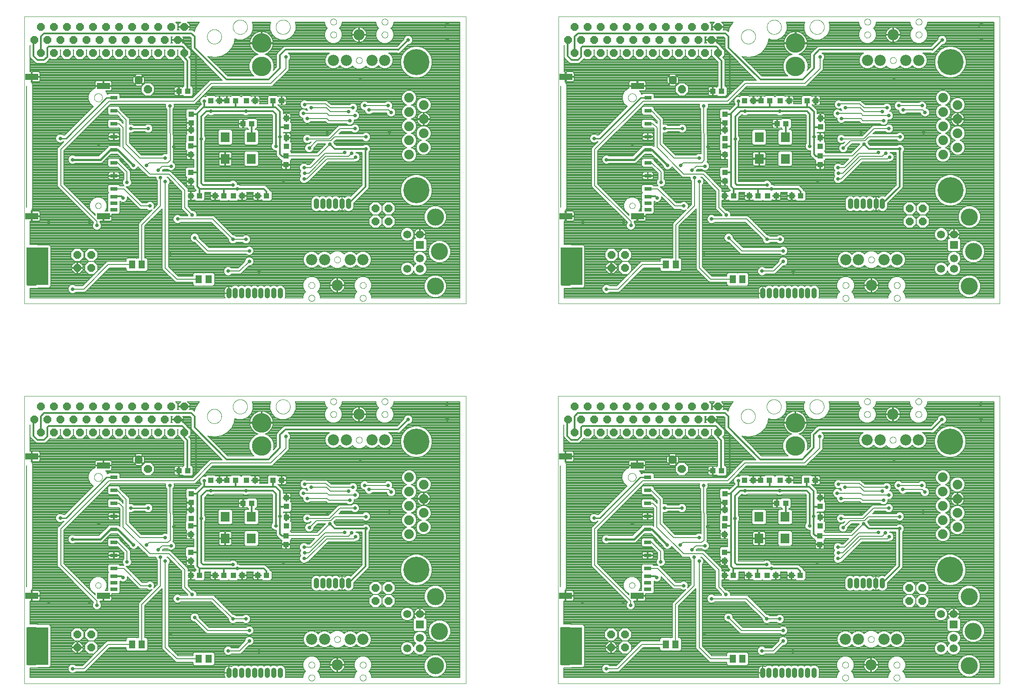
<source format=gbl>
G75*
%MOIN*%
%OFA0B0*%
%FSLAX25Y25*%
%IPPOS*%
%LPD*%
%AMOC8*
5,1,8,0,0,1.08239X$1,22.5*
%
%ADD10C,0.00000*%
%ADD11R,0.04331X0.03937*%
%ADD12R,0.03937X0.04331*%
%ADD13C,0.08600*%
%ADD14C,0.07400*%
%ADD15C,0.20000*%
%ADD16R,0.05118X0.06299*%
%ADD17C,0.03969*%
%ADD18OC8,0.06000*%
%ADD19C,0.01200*%
%ADD20R,0.06200X0.06200*%
%ADD21C,0.06200*%
%ADD22C,0.13100*%
%ADD23R,0.07000X0.07800*%
%ADD24R,0.16500X0.29000*%
%ADD25R,0.07050X0.07050*%
%ADD26C,0.02233*%
%ADD27C,0.00500*%
%ADD28R,0.05600X0.02800*%
%ADD29R,0.10000X0.05000*%
%ADD30C,0.15000*%
%ADD31C,0.02800*%
%ADD32C,0.00800*%
%ADD33C,0.00700*%
%ADD34C,0.01600*%
%ADD35C,0.00900*%
%ADD36C,0.01000*%
D10*
X0004300Y0040375D02*
X0004300Y0260875D01*
X0342800Y0260875D01*
X0342800Y0040375D01*
X0004300Y0040375D01*
X0017300Y0061131D02*
X0017302Y0061190D01*
X0017308Y0061250D01*
X0017318Y0061308D01*
X0017331Y0061366D01*
X0017349Y0061423D01*
X0017370Y0061479D01*
X0017395Y0061533D01*
X0017423Y0061585D01*
X0017455Y0061636D01*
X0017490Y0061684D01*
X0017528Y0061730D01*
X0017569Y0061773D01*
X0017613Y0061813D01*
X0017659Y0061850D01*
X0017708Y0061884D01*
X0017759Y0061915D01*
X0017811Y0061943D01*
X0017866Y0061967D01*
X0017922Y0061987D01*
X0017979Y0062003D01*
X0018037Y0062016D01*
X0018096Y0062025D01*
X0018155Y0062030D01*
X0018215Y0062031D01*
X0018274Y0062028D01*
X0018333Y0062021D01*
X0018392Y0062010D01*
X0018450Y0061996D01*
X0018506Y0061977D01*
X0018562Y0061955D01*
X0018615Y0061930D01*
X0018667Y0061900D01*
X0018717Y0061868D01*
X0018764Y0061832D01*
X0018810Y0061793D01*
X0018852Y0061751D01*
X0018892Y0061707D01*
X0018928Y0061660D01*
X0018961Y0061611D01*
X0018992Y0061559D01*
X0019018Y0061506D01*
X0019041Y0061451D01*
X0019060Y0061395D01*
X0019076Y0061337D01*
X0019088Y0061279D01*
X0019096Y0061220D01*
X0019100Y0061161D01*
X0019100Y0061101D01*
X0019096Y0061042D01*
X0019088Y0060983D01*
X0019076Y0060925D01*
X0019060Y0060867D01*
X0019041Y0060811D01*
X0019018Y0060756D01*
X0018992Y0060703D01*
X0018961Y0060651D01*
X0018928Y0060602D01*
X0018892Y0060555D01*
X0018852Y0060511D01*
X0018810Y0060469D01*
X0018764Y0060430D01*
X0018717Y0060394D01*
X0018667Y0060362D01*
X0018615Y0060332D01*
X0018562Y0060307D01*
X0018506Y0060285D01*
X0018450Y0060266D01*
X0018392Y0060252D01*
X0018333Y0060241D01*
X0018274Y0060234D01*
X0018215Y0060231D01*
X0018155Y0060232D01*
X0018096Y0060237D01*
X0018037Y0060246D01*
X0017979Y0060259D01*
X0017922Y0060275D01*
X0017866Y0060295D01*
X0017811Y0060319D01*
X0017759Y0060347D01*
X0017708Y0060378D01*
X0017659Y0060412D01*
X0017613Y0060449D01*
X0017569Y0060489D01*
X0017528Y0060532D01*
X0017490Y0060578D01*
X0017455Y0060626D01*
X0017423Y0060677D01*
X0017395Y0060729D01*
X0017370Y0060783D01*
X0017349Y0060839D01*
X0017331Y0060896D01*
X0017318Y0060954D01*
X0017308Y0061012D01*
X0017302Y0061072D01*
X0017300Y0061131D01*
X0017300Y0076931D02*
X0017302Y0076990D01*
X0017308Y0077050D01*
X0017318Y0077108D01*
X0017331Y0077166D01*
X0017349Y0077223D01*
X0017370Y0077279D01*
X0017395Y0077333D01*
X0017423Y0077385D01*
X0017455Y0077436D01*
X0017490Y0077484D01*
X0017528Y0077530D01*
X0017569Y0077573D01*
X0017613Y0077613D01*
X0017659Y0077650D01*
X0017708Y0077684D01*
X0017759Y0077715D01*
X0017811Y0077743D01*
X0017866Y0077767D01*
X0017922Y0077787D01*
X0017979Y0077803D01*
X0018037Y0077816D01*
X0018096Y0077825D01*
X0018155Y0077830D01*
X0018215Y0077831D01*
X0018274Y0077828D01*
X0018333Y0077821D01*
X0018392Y0077810D01*
X0018450Y0077796D01*
X0018506Y0077777D01*
X0018562Y0077755D01*
X0018615Y0077730D01*
X0018667Y0077700D01*
X0018717Y0077668D01*
X0018764Y0077632D01*
X0018810Y0077593D01*
X0018852Y0077551D01*
X0018892Y0077507D01*
X0018928Y0077460D01*
X0018961Y0077411D01*
X0018992Y0077359D01*
X0019018Y0077306D01*
X0019041Y0077251D01*
X0019060Y0077195D01*
X0019076Y0077137D01*
X0019088Y0077079D01*
X0019096Y0077020D01*
X0019100Y0076961D01*
X0019100Y0076901D01*
X0019096Y0076842D01*
X0019088Y0076783D01*
X0019076Y0076725D01*
X0019060Y0076667D01*
X0019041Y0076611D01*
X0019018Y0076556D01*
X0018992Y0076503D01*
X0018961Y0076451D01*
X0018928Y0076402D01*
X0018892Y0076355D01*
X0018852Y0076311D01*
X0018810Y0076269D01*
X0018764Y0076230D01*
X0018717Y0076194D01*
X0018667Y0076162D01*
X0018615Y0076132D01*
X0018562Y0076107D01*
X0018506Y0076085D01*
X0018450Y0076066D01*
X0018392Y0076052D01*
X0018333Y0076041D01*
X0018274Y0076034D01*
X0018215Y0076031D01*
X0018155Y0076032D01*
X0018096Y0076037D01*
X0018037Y0076046D01*
X0017979Y0076059D01*
X0017922Y0076075D01*
X0017866Y0076095D01*
X0017811Y0076119D01*
X0017759Y0076147D01*
X0017708Y0076178D01*
X0017659Y0076212D01*
X0017613Y0076249D01*
X0017569Y0076289D01*
X0017528Y0076332D01*
X0017490Y0076378D01*
X0017455Y0076426D01*
X0017423Y0076477D01*
X0017395Y0076529D01*
X0017370Y0076583D01*
X0017349Y0076639D01*
X0017331Y0076696D01*
X0017318Y0076754D01*
X0017308Y0076812D01*
X0017302Y0076872D01*
X0017300Y0076931D01*
X0058760Y0115594D02*
X0058762Y0115687D01*
X0058768Y0115779D01*
X0058778Y0115871D01*
X0058792Y0115962D01*
X0058809Y0116053D01*
X0058831Y0116143D01*
X0058856Y0116232D01*
X0058885Y0116320D01*
X0058918Y0116406D01*
X0058955Y0116491D01*
X0058995Y0116575D01*
X0059039Y0116656D01*
X0059086Y0116736D01*
X0059136Y0116814D01*
X0059190Y0116889D01*
X0059247Y0116962D01*
X0059307Y0117032D01*
X0059370Y0117100D01*
X0059436Y0117165D01*
X0059504Y0117227D01*
X0059575Y0117287D01*
X0059649Y0117343D01*
X0059725Y0117396D01*
X0059803Y0117445D01*
X0059883Y0117492D01*
X0059965Y0117534D01*
X0060049Y0117574D01*
X0060134Y0117609D01*
X0060221Y0117641D01*
X0060309Y0117670D01*
X0060398Y0117694D01*
X0060488Y0117715D01*
X0060579Y0117731D01*
X0060671Y0117744D01*
X0060763Y0117753D01*
X0060856Y0117758D01*
X0060948Y0117759D01*
X0061041Y0117756D01*
X0061133Y0117749D01*
X0061225Y0117738D01*
X0061316Y0117723D01*
X0061407Y0117705D01*
X0061497Y0117682D01*
X0061585Y0117656D01*
X0061673Y0117626D01*
X0061759Y0117592D01*
X0061843Y0117555D01*
X0061926Y0117513D01*
X0062007Y0117469D01*
X0062087Y0117421D01*
X0062164Y0117370D01*
X0062238Y0117315D01*
X0062311Y0117257D01*
X0062381Y0117197D01*
X0062448Y0117133D01*
X0062512Y0117067D01*
X0062574Y0116997D01*
X0062632Y0116926D01*
X0062687Y0116852D01*
X0062739Y0116775D01*
X0062788Y0116696D01*
X0062834Y0116616D01*
X0062876Y0116533D01*
X0062914Y0116449D01*
X0062949Y0116363D01*
X0062980Y0116276D01*
X0063007Y0116188D01*
X0063030Y0116098D01*
X0063050Y0116008D01*
X0063066Y0115917D01*
X0063078Y0115825D01*
X0063086Y0115733D01*
X0063090Y0115640D01*
X0063090Y0115548D01*
X0063086Y0115455D01*
X0063078Y0115363D01*
X0063066Y0115271D01*
X0063050Y0115180D01*
X0063030Y0115090D01*
X0063007Y0115000D01*
X0062980Y0114912D01*
X0062949Y0114825D01*
X0062914Y0114739D01*
X0062876Y0114655D01*
X0062834Y0114572D01*
X0062788Y0114492D01*
X0062739Y0114413D01*
X0062687Y0114336D01*
X0062632Y0114262D01*
X0062574Y0114191D01*
X0062512Y0114121D01*
X0062448Y0114055D01*
X0062381Y0113991D01*
X0062311Y0113931D01*
X0062238Y0113873D01*
X0062164Y0113818D01*
X0062087Y0113767D01*
X0062008Y0113719D01*
X0061926Y0113675D01*
X0061843Y0113633D01*
X0061759Y0113596D01*
X0061673Y0113562D01*
X0061585Y0113532D01*
X0061497Y0113506D01*
X0061407Y0113483D01*
X0061316Y0113465D01*
X0061225Y0113450D01*
X0061133Y0113439D01*
X0061041Y0113432D01*
X0060948Y0113429D01*
X0060856Y0113430D01*
X0060763Y0113435D01*
X0060671Y0113444D01*
X0060579Y0113457D01*
X0060488Y0113473D01*
X0060398Y0113494D01*
X0060309Y0113518D01*
X0060221Y0113547D01*
X0060134Y0113579D01*
X0060049Y0113614D01*
X0059965Y0113654D01*
X0059883Y0113696D01*
X0059803Y0113743D01*
X0059725Y0113792D01*
X0059649Y0113845D01*
X0059575Y0113901D01*
X0059504Y0113961D01*
X0059436Y0114023D01*
X0059370Y0114088D01*
X0059307Y0114156D01*
X0059247Y0114226D01*
X0059190Y0114299D01*
X0059136Y0114374D01*
X0059086Y0114452D01*
X0059039Y0114532D01*
X0058995Y0114613D01*
X0058955Y0114697D01*
X0058918Y0114782D01*
X0058885Y0114868D01*
X0058856Y0114956D01*
X0058831Y0115045D01*
X0058809Y0115135D01*
X0058792Y0115226D01*
X0058778Y0115317D01*
X0058768Y0115409D01*
X0058762Y0115501D01*
X0058760Y0115594D01*
X0057775Y0198594D02*
X0057777Y0198706D01*
X0057783Y0198817D01*
X0057793Y0198929D01*
X0057807Y0199040D01*
X0057824Y0199150D01*
X0057846Y0199260D01*
X0057872Y0199369D01*
X0057901Y0199477D01*
X0057934Y0199583D01*
X0057971Y0199689D01*
X0058012Y0199793D01*
X0058057Y0199896D01*
X0058105Y0199997D01*
X0058156Y0200096D01*
X0058211Y0200193D01*
X0058270Y0200288D01*
X0058331Y0200382D01*
X0058396Y0200473D01*
X0058465Y0200561D01*
X0058536Y0200647D01*
X0058610Y0200731D01*
X0058688Y0200811D01*
X0058768Y0200889D01*
X0058851Y0200965D01*
X0058936Y0201037D01*
X0059024Y0201106D01*
X0059114Y0201172D01*
X0059207Y0201234D01*
X0059302Y0201294D01*
X0059399Y0201350D01*
X0059497Y0201402D01*
X0059598Y0201451D01*
X0059700Y0201496D01*
X0059804Y0201538D01*
X0059909Y0201576D01*
X0060016Y0201610D01*
X0060123Y0201640D01*
X0060232Y0201667D01*
X0060341Y0201689D01*
X0060452Y0201708D01*
X0060562Y0201723D01*
X0060674Y0201734D01*
X0060785Y0201741D01*
X0060897Y0201744D01*
X0061009Y0201743D01*
X0061121Y0201738D01*
X0061232Y0201729D01*
X0061343Y0201716D01*
X0061454Y0201699D01*
X0061564Y0201679D01*
X0061673Y0201654D01*
X0061781Y0201626D01*
X0061888Y0201593D01*
X0061994Y0201557D01*
X0062098Y0201517D01*
X0062201Y0201474D01*
X0062303Y0201427D01*
X0062402Y0201376D01*
X0062500Y0201322D01*
X0062596Y0201264D01*
X0062690Y0201203D01*
X0062781Y0201139D01*
X0062870Y0201072D01*
X0062957Y0201001D01*
X0063041Y0200927D01*
X0063123Y0200851D01*
X0063201Y0200771D01*
X0063277Y0200689D01*
X0063350Y0200604D01*
X0063420Y0200517D01*
X0063486Y0200427D01*
X0063550Y0200335D01*
X0063610Y0200241D01*
X0063667Y0200145D01*
X0063720Y0200046D01*
X0063770Y0199946D01*
X0063816Y0199845D01*
X0063859Y0199741D01*
X0063898Y0199636D01*
X0063933Y0199530D01*
X0063964Y0199423D01*
X0063992Y0199314D01*
X0064015Y0199205D01*
X0064035Y0199095D01*
X0064051Y0198984D01*
X0064063Y0198873D01*
X0064071Y0198762D01*
X0064075Y0198650D01*
X0064075Y0198538D01*
X0064071Y0198426D01*
X0064063Y0198315D01*
X0064051Y0198204D01*
X0064035Y0198093D01*
X0064015Y0197983D01*
X0063992Y0197874D01*
X0063964Y0197765D01*
X0063933Y0197658D01*
X0063898Y0197552D01*
X0063859Y0197447D01*
X0063816Y0197343D01*
X0063770Y0197242D01*
X0063720Y0197142D01*
X0063667Y0197043D01*
X0063610Y0196947D01*
X0063550Y0196853D01*
X0063486Y0196761D01*
X0063420Y0196671D01*
X0063350Y0196584D01*
X0063277Y0196499D01*
X0063201Y0196417D01*
X0063123Y0196337D01*
X0063041Y0196261D01*
X0062957Y0196187D01*
X0062870Y0196116D01*
X0062781Y0196049D01*
X0062690Y0195985D01*
X0062596Y0195924D01*
X0062500Y0195866D01*
X0062402Y0195812D01*
X0062303Y0195761D01*
X0062201Y0195714D01*
X0062098Y0195671D01*
X0061994Y0195631D01*
X0061888Y0195595D01*
X0061781Y0195562D01*
X0061673Y0195534D01*
X0061564Y0195509D01*
X0061454Y0195489D01*
X0061343Y0195472D01*
X0061232Y0195459D01*
X0061121Y0195450D01*
X0061009Y0195445D01*
X0060897Y0195444D01*
X0060785Y0195447D01*
X0060674Y0195454D01*
X0060562Y0195465D01*
X0060452Y0195480D01*
X0060341Y0195499D01*
X0060232Y0195521D01*
X0060123Y0195548D01*
X0060016Y0195578D01*
X0059909Y0195612D01*
X0059804Y0195650D01*
X0059700Y0195692D01*
X0059598Y0195737D01*
X0059497Y0195786D01*
X0059399Y0195838D01*
X0059302Y0195894D01*
X0059207Y0195954D01*
X0059114Y0196016D01*
X0059024Y0196082D01*
X0058936Y0196151D01*
X0058851Y0196223D01*
X0058768Y0196299D01*
X0058688Y0196377D01*
X0058610Y0196457D01*
X0058536Y0196541D01*
X0058465Y0196627D01*
X0058396Y0196715D01*
X0058331Y0196806D01*
X0058270Y0196900D01*
X0058211Y0196995D01*
X0058156Y0197092D01*
X0058105Y0197191D01*
X0058057Y0197292D01*
X0058012Y0197395D01*
X0057971Y0197499D01*
X0057934Y0197605D01*
X0057901Y0197711D01*
X0057872Y0197819D01*
X0057846Y0197928D01*
X0057824Y0198038D01*
X0057807Y0198148D01*
X0057793Y0198259D01*
X0057783Y0198371D01*
X0057777Y0198482D01*
X0057775Y0198594D01*
X0144413Y0245375D02*
X0144415Y0245523D01*
X0144421Y0245671D01*
X0144431Y0245819D01*
X0144445Y0245966D01*
X0144463Y0246113D01*
X0144484Y0246259D01*
X0144510Y0246405D01*
X0144540Y0246550D01*
X0144573Y0246694D01*
X0144611Y0246837D01*
X0144652Y0246979D01*
X0144697Y0247120D01*
X0144745Y0247260D01*
X0144798Y0247399D01*
X0144854Y0247536D01*
X0144914Y0247671D01*
X0144977Y0247805D01*
X0145044Y0247937D01*
X0145115Y0248067D01*
X0145189Y0248195D01*
X0145266Y0248321D01*
X0145347Y0248445D01*
X0145431Y0248567D01*
X0145518Y0248686D01*
X0145609Y0248803D01*
X0145703Y0248918D01*
X0145799Y0249030D01*
X0145899Y0249140D01*
X0146001Y0249246D01*
X0146107Y0249350D01*
X0146215Y0249451D01*
X0146326Y0249549D01*
X0146439Y0249645D01*
X0146555Y0249737D01*
X0146673Y0249826D01*
X0146794Y0249911D01*
X0146917Y0249994D01*
X0147042Y0250073D01*
X0147169Y0250149D01*
X0147298Y0250221D01*
X0147429Y0250290D01*
X0147562Y0250355D01*
X0147697Y0250416D01*
X0147833Y0250474D01*
X0147970Y0250529D01*
X0148109Y0250579D01*
X0148250Y0250626D01*
X0148391Y0250669D01*
X0148534Y0250709D01*
X0148678Y0250744D01*
X0148822Y0250776D01*
X0148968Y0250803D01*
X0149114Y0250827D01*
X0149261Y0250847D01*
X0149408Y0250863D01*
X0149555Y0250875D01*
X0149703Y0250883D01*
X0149851Y0250887D01*
X0149999Y0250887D01*
X0150147Y0250883D01*
X0150295Y0250875D01*
X0150442Y0250863D01*
X0150589Y0250847D01*
X0150736Y0250827D01*
X0150882Y0250803D01*
X0151028Y0250776D01*
X0151172Y0250744D01*
X0151316Y0250709D01*
X0151459Y0250669D01*
X0151600Y0250626D01*
X0151741Y0250579D01*
X0151880Y0250529D01*
X0152017Y0250474D01*
X0152153Y0250416D01*
X0152288Y0250355D01*
X0152421Y0250290D01*
X0152552Y0250221D01*
X0152681Y0250149D01*
X0152808Y0250073D01*
X0152933Y0249994D01*
X0153056Y0249911D01*
X0153177Y0249826D01*
X0153295Y0249737D01*
X0153411Y0249645D01*
X0153524Y0249549D01*
X0153635Y0249451D01*
X0153743Y0249350D01*
X0153849Y0249246D01*
X0153951Y0249140D01*
X0154051Y0249030D01*
X0154147Y0248918D01*
X0154241Y0248803D01*
X0154332Y0248686D01*
X0154419Y0248567D01*
X0154503Y0248445D01*
X0154584Y0248321D01*
X0154661Y0248195D01*
X0154735Y0248067D01*
X0154806Y0247937D01*
X0154873Y0247805D01*
X0154936Y0247671D01*
X0154996Y0247536D01*
X0155052Y0247399D01*
X0155105Y0247260D01*
X0155153Y0247120D01*
X0155198Y0246979D01*
X0155239Y0246837D01*
X0155277Y0246694D01*
X0155310Y0246550D01*
X0155340Y0246405D01*
X0155366Y0246259D01*
X0155387Y0246113D01*
X0155405Y0245966D01*
X0155419Y0245819D01*
X0155429Y0245671D01*
X0155435Y0245523D01*
X0155437Y0245375D01*
X0155435Y0245227D01*
X0155429Y0245079D01*
X0155419Y0244931D01*
X0155405Y0244784D01*
X0155387Y0244637D01*
X0155366Y0244491D01*
X0155340Y0244345D01*
X0155310Y0244200D01*
X0155277Y0244056D01*
X0155239Y0243913D01*
X0155198Y0243771D01*
X0155153Y0243630D01*
X0155105Y0243490D01*
X0155052Y0243351D01*
X0154996Y0243214D01*
X0154936Y0243079D01*
X0154873Y0242945D01*
X0154806Y0242813D01*
X0154735Y0242683D01*
X0154661Y0242555D01*
X0154584Y0242429D01*
X0154503Y0242305D01*
X0154419Y0242183D01*
X0154332Y0242064D01*
X0154241Y0241947D01*
X0154147Y0241832D01*
X0154051Y0241720D01*
X0153951Y0241610D01*
X0153849Y0241504D01*
X0153743Y0241400D01*
X0153635Y0241299D01*
X0153524Y0241201D01*
X0153411Y0241105D01*
X0153295Y0241013D01*
X0153177Y0240924D01*
X0153056Y0240839D01*
X0152933Y0240756D01*
X0152808Y0240677D01*
X0152681Y0240601D01*
X0152552Y0240529D01*
X0152421Y0240460D01*
X0152288Y0240395D01*
X0152153Y0240334D01*
X0152017Y0240276D01*
X0151880Y0240221D01*
X0151741Y0240171D01*
X0151600Y0240124D01*
X0151459Y0240081D01*
X0151316Y0240041D01*
X0151172Y0240006D01*
X0151028Y0239974D01*
X0150882Y0239947D01*
X0150736Y0239923D01*
X0150589Y0239903D01*
X0150442Y0239887D01*
X0150295Y0239875D01*
X0150147Y0239867D01*
X0149999Y0239863D01*
X0149851Y0239863D01*
X0149703Y0239867D01*
X0149555Y0239875D01*
X0149408Y0239887D01*
X0149261Y0239903D01*
X0149114Y0239923D01*
X0148968Y0239947D01*
X0148822Y0239974D01*
X0148678Y0240006D01*
X0148534Y0240041D01*
X0148391Y0240081D01*
X0148250Y0240124D01*
X0148109Y0240171D01*
X0147970Y0240221D01*
X0147833Y0240276D01*
X0147697Y0240334D01*
X0147562Y0240395D01*
X0147429Y0240460D01*
X0147298Y0240529D01*
X0147169Y0240601D01*
X0147042Y0240677D01*
X0146917Y0240756D01*
X0146794Y0240839D01*
X0146673Y0240924D01*
X0146555Y0241013D01*
X0146439Y0241105D01*
X0146326Y0241201D01*
X0146215Y0241299D01*
X0146107Y0241400D01*
X0146001Y0241504D01*
X0145899Y0241610D01*
X0145799Y0241720D01*
X0145703Y0241832D01*
X0145609Y0241947D01*
X0145518Y0242064D01*
X0145431Y0242183D01*
X0145347Y0242305D01*
X0145266Y0242429D01*
X0145189Y0242555D01*
X0145115Y0242683D01*
X0145044Y0242813D01*
X0144977Y0242945D01*
X0144914Y0243079D01*
X0144854Y0243214D01*
X0144798Y0243351D01*
X0144745Y0243490D01*
X0144697Y0243630D01*
X0144652Y0243771D01*
X0144611Y0243913D01*
X0144573Y0244056D01*
X0144540Y0244200D01*
X0144510Y0244345D01*
X0144484Y0244491D01*
X0144463Y0244637D01*
X0144445Y0244784D01*
X0144431Y0244931D01*
X0144421Y0245079D01*
X0144415Y0245227D01*
X0144413Y0245375D01*
X0164226Y0252777D02*
X0164228Y0252925D01*
X0164234Y0253073D01*
X0164244Y0253221D01*
X0164258Y0253368D01*
X0164276Y0253515D01*
X0164297Y0253661D01*
X0164323Y0253807D01*
X0164353Y0253952D01*
X0164386Y0254096D01*
X0164424Y0254239D01*
X0164465Y0254381D01*
X0164510Y0254522D01*
X0164558Y0254662D01*
X0164611Y0254801D01*
X0164667Y0254938D01*
X0164727Y0255073D01*
X0164790Y0255207D01*
X0164857Y0255339D01*
X0164928Y0255469D01*
X0165002Y0255597D01*
X0165079Y0255723D01*
X0165160Y0255847D01*
X0165244Y0255969D01*
X0165331Y0256088D01*
X0165422Y0256205D01*
X0165516Y0256320D01*
X0165612Y0256432D01*
X0165712Y0256542D01*
X0165814Y0256648D01*
X0165920Y0256752D01*
X0166028Y0256853D01*
X0166139Y0256951D01*
X0166252Y0257047D01*
X0166368Y0257139D01*
X0166486Y0257228D01*
X0166607Y0257313D01*
X0166730Y0257396D01*
X0166855Y0257475D01*
X0166982Y0257551D01*
X0167111Y0257623D01*
X0167242Y0257692D01*
X0167375Y0257757D01*
X0167510Y0257818D01*
X0167646Y0257876D01*
X0167783Y0257931D01*
X0167922Y0257981D01*
X0168063Y0258028D01*
X0168204Y0258071D01*
X0168347Y0258111D01*
X0168491Y0258146D01*
X0168635Y0258178D01*
X0168781Y0258205D01*
X0168927Y0258229D01*
X0169074Y0258249D01*
X0169221Y0258265D01*
X0169368Y0258277D01*
X0169516Y0258285D01*
X0169664Y0258289D01*
X0169812Y0258289D01*
X0169960Y0258285D01*
X0170108Y0258277D01*
X0170255Y0258265D01*
X0170402Y0258249D01*
X0170549Y0258229D01*
X0170695Y0258205D01*
X0170841Y0258178D01*
X0170985Y0258146D01*
X0171129Y0258111D01*
X0171272Y0258071D01*
X0171413Y0258028D01*
X0171554Y0257981D01*
X0171693Y0257931D01*
X0171830Y0257876D01*
X0171966Y0257818D01*
X0172101Y0257757D01*
X0172234Y0257692D01*
X0172365Y0257623D01*
X0172494Y0257551D01*
X0172621Y0257475D01*
X0172746Y0257396D01*
X0172869Y0257313D01*
X0172990Y0257228D01*
X0173108Y0257139D01*
X0173224Y0257047D01*
X0173337Y0256951D01*
X0173448Y0256853D01*
X0173556Y0256752D01*
X0173662Y0256648D01*
X0173764Y0256542D01*
X0173864Y0256432D01*
X0173960Y0256320D01*
X0174054Y0256205D01*
X0174145Y0256088D01*
X0174232Y0255969D01*
X0174316Y0255847D01*
X0174397Y0255723D01*
X0174474Y0255597D01*
X0174548Y0255469D01*
X0174619Y0255339D01*
X0174686Y0255207D01*
X0174749Y0255073D01*
X0174809Y0254938D01*
X0174865Y0254801D01*
X0174918Y0254662D01*
X0174966Y0254522D01*
X0175011Y0254381D01*
X0175052Y0254239D01*
X0175090Y0254096D01*
X0175123Y0253952D01*
X0175153Y0253807D01*
X0175179Y0253661D01*
X0175200Y0253515D01*
X0175218Y0253368D01*
X0175232Y0253221D01*
X0175242Y0253073D01*
X0175248Y0252925D01*
X0175250Y0252777D01*
X0175248Y0252629D01*
X0175242Y0252481D01*
X0175232Y0252333D01*
X0175218Y0252186D01*
X0175200Y0252039D01*
X0175179Y0251893D01*
X0175153Y0251747D01*
X0175123Y0251602D01*
X0175090Y0251458D01*
X0175052Y0251315D01*
X0175011Y0251173D01*
X0174966Y0251032D01*
X0174918Y0250892D01*
X0174865Y0250753D01*
X0174809Y0250616D01*
X0174749Y0250481D01*
X0174686Y0250347D01*
X0174619Y0250215D01*
X0174548Y0250085D01*
X0174474Y0249957D01*
X0174397Y0249831D01*
X0174316Y0249707D01*
X0174232Y0249585D01*
X0174145Y0249466D01*
X0174054Y0249349D01*
X0173960Y0249234D01*
X0173864Y0249122D01*
X0173764Y0249012D01*
X0173662Y0248906D01*
X0173556Y0248802D01*
X0173448Y0248701D01*
X0173337Y0248603D01*
X0173224Y0248507D01*
X0173108Y0248415D01*
X0172990Y0248326D01*
X0172869Y0248241D01*
X0172746Y0248158D01*
X0172621Y0248079D01*
X0172494Y0248003D01*
X0172365Y0247931D01*
X0172234Y0247862D01*
X0172101Y0247797D01*
X0171966Y0247736D01*
X0171830Y0247678D01*
X0171693Y0247623D01*
X0171554Y0247573D01*
X0171413Y0247526D01*
X0171272Y0247483D01*
X0171129Y0247443D01*
X0170985Y0247408D01*
X0170841Y0247376D01*
X0170695Y0247349D01*
X0170549Y0247325D01*
X0170402Y0247305D01*
X0170255Y0247289D01*
X0170108Y0247277D01*
X0169960Y0247269D01*
X0169812Y0247265D01*
X0169664Y0247265D01*
X0169516Y0247269D01*
X0169368Y0247277D01*
X0169221Y0247289D01*
X0169074Y0247305D01*
X0168927Y0247325D01*
X0168781Y0247349D01*
X0168635Y0247376D01*
X0168491Y0247408D01*
X0168347Y0247443D01*
X0168204Y0247483D01*
X0168063Y0247526D01*
X0167922Y0247573D01*
X0167783Y0247623D01*
X0167646Y0247678D01*
X0167510Y0247736D01*
X0167375Y0247797D01*
X0167242Y0247862D01*
X0167111Y0247931D01*
X0166982Y0248003D01*
X0166855Y0248079D01*
X0166730Y0248158D01*
X0166607Y0248241D01*
X0166486Y0248326D01*
X0166368Y0248415D01*
X0166252Y0248507D01*
X0166139Y0248603D01*
X0166028Y0248701D01*
X0165920Y0248802D01*
X0165814Y0248906D01*
X0165712Y0249012D01*
X0165612Y0249122D01*
X0165516Y0249234D01*
X0165422Y0249349D01*
X0165331Y0249466D01*
X0165244Y0249585D01*
X0165160Y0249707D01*
X0165079Y0249831D01*
X0165002Y0249957D01*
X0164928Y0250085D01*
X0164857Y0250215D01*
X0164790Y0250347D01*
X0164727Y0250481D01*
X0164667Y0250616D01*
X0164611Y0250753D01*
X0164558Y0250892D01*
X0164510Y0251032D01*
X0164465Y0251173D01*
X0164424Y0251315D01*
X0164386Y0251458D01*
X0164353Y0251602D01*
X0164323Y0251747D01*
X0164297Y0251893D01*
X0164276Y0252039D01*
X0164258Y0252186D01*
X0164244Y0252333D01*
X0164234Y0252481D01*
X0164228Y0252629D01*
X0164226Y0252777D01*
X0197100Y0252777D02*
X0197102Y0252925D01*
X0197108Y0253073D01*
X0197118Y0253221D01*
X0197132Y0253368D01*
X0197150Y0253515D01*
X0197171Y0253661D01*
X0197197Y0253807D01*
X0197227Y0253952D01*
X0197260Y0254096D01*
X0197298Y0254239D01*
X0197339Y0254381D01*
X0197384Y0254522D01*
X0197432Y0254662D01*
X0197485Y0254801D01*
X0197541Y0254938D01*
X0197601Y0255073D01*
X0197664Y0255207D01*
X0197731Y0255339D01*
X0197802Y0255469D01*
X0197876Y0255597D01*
X0197953Y0255723D01*
X0198034Y0255847D01*
X0198118Y0255969D01*
X0198205Y0256088D01*
X0198296Y0256205D01*
X0198390Y0256320D01*
X0198486Y0256432D01*
X0198586Y0256542D01*
X0198688Y0256648D01*
X0198794Y0256752D01*
X0198902Y0256853D01*
X0199013Y0256951D01*
X0199126Y0257047D01*
X0199242Y0257139D01*
X0199360Y0257228D01*
X0199481Y0257313D01*
X0199604Y0257396D01*
X0199729Y0257475D01*
X0199856Y0257551D01*
X0199985Y0257623D01*
X0200116Y0257692D01*
X0200249Y0257757D01*
X0200384Y0257818D01*
X0200520Y0257876D01*
X0200657Y0257931D01*
X0200796Y0257981D01*
X0200937Y0258028D01*
X0201078Y0258071D01*
X0201221Y0258111D01*
X0201365Y0258146D01*
X0201509Y0258178D01*
X0201655Y0258205D01*
X0201801Y0258229D01*
X0201948Y0258249D01*
X0202095Y0258265D01*
X0202242Y0258277D01*
X0202390Y0258285D01*
X0202538Y0258289D01*
X0202686Y0258289D01*
X0202834Y0258285D01*
X0202982Y0258277D01*
X0203129Y0258265D01*
X0203276Y0258249D01*
X0203423Y0258229D01*
X0203569Y0258205D01*
X0203715Y0258178D01*
X0203859Y0258146D01*
X0204003Y0258111D01*
X0204146Y0258071D01*
X0204287Y0258028D01*
X0204428Y0257981D01*
X0204567Y0257931D01*
X0204704Y0257876D01*
X0204840Y0257818D01*
X0204975Y0257757D01*
X0205108Y0257692D01*
X0205239Y0257623D01*
X0205368Y0257551D01*
X0205495Y0257475D01*
X0205620Y0257396D01*
X0205743Y0257313D01*
X0205864Y0257228D01*
X0205982Y0257139D01*
X0206098Y0257047D01*
X0206211Y0256951D01*
X0206322Y0256853D01*
X0206430Y0256752D01*
X0206536Y0256648D01*
X0206638Y0256542D01*
X0206738Y0256432D01*
X0206834Y0256320D01*
X0206928Y0256205D01*
X0207019Y0256088D01*
X0207106Y0255969D01*
X0207190Y0255847D01*
X0207271Y0255723D01*
X0207348Y0255597D01*
X0207422Y0255469D01*
X0207493Y0255339D01*
X0207560Y0255207D01*
X0207623Y0255073D01*
X0207683Y0254938D01*
X0207739Y0254801D01*
X0207792Y0254662D01*
X0207840Y0254522D01*
X0207885Y0254381D01*
X0207926Y0254239D01*
X0207964Y0254096D01*
X0207997Y0253952D01*
X0208027Y0253807D01*
X0208053Y0253661D01*
X0208074Y0253515D01*
X0208092Y0253368D01*
X0208106Y0253221D01*
X0208116Y0253073D01*
X0208122Y0252925D01*
X0208124Y0252777D01*
X0208122Y0252629D01*
X0208116Y0252481D01*
X0208106Y0252333D01*
X0208092Y0252186D01*
X0208074Y0252039D01*
X0208053Y0251893D01*
X0208027Y0251747D01*
X0207997Y0251602D01*
X0207964Y0251458D01*
X0207926Y0251315D01*
X0207885Y0251173D01*
X0207840Y0251032D01*
X0207792Y0250892D01*
X0207739Y0250753D01*
X0207683Y0250616D01*
X0207623Y0250481D01*
X0207560Y0250347D01*
X0207493Y0250215D01*
X0207422Y0250085D01*
X0207348Y0249957D01*
X0207271Y0249831D01*
X0207190Y0249707D01*
X0207106Y0249585D01*
X0207019Y0249466D01*
X0206928Y0249349D01*
X0206834Y0249234D01*
X0206738Y0249122D01*
X0206638Y0249012D01*
X0206536Y0248906D01*
X0206430Y0248802D01*
X0206322Y0248701D01*
X0206211Y0248603D01*
X0206098Y0248507D01*
X0205982Y0248415D01*
X0205864Y0248326D01*
X0205743Y0248241D01*
X0205620Y0248158D01*
X0205495Y0248079D01*
X0205368Y0248003D01*
X0205239Y0247931D01*
X0205108Y0247862D01*
X0204975Y0247797D01*
X0204840Y0247736D01*
X0204704Y0247678D01*
X0204567Y0247623D01*
X0204428Y0247573D01*
X0204287Y0247526D01*
X0204146Y0247483D01*
X0204003Y0247443D01*
X0203859Y0247408D01*
X0203715Y0247376D01*
X0203569Y0247349D01*
X0203423Y0247325D01*
X0203276Y0247305D01*
X0203129Y0247289D01*
X0202982Y0247277D01*
X0202834Y0247269D01*
X0202686Y0247265D01*
X0202538Y0247265D01*
X0202390Y0247269D01*
X0202242Y0247277D01*
X0202095Y0247289D01*
X0201948Y0247305D01*
X0201801Y0247325D01*
X0201655Y0247349D01*
X0201509Y0247376D01*
X0201365Y0247408D01*
X0201221Y0247443D01*
X0201078Y0247483D01*
X0200937Y0247526D01*
X0200796Y0247573D01*
X0200657Y0247623D01*
X0200520Y0247678D01*
X0200384Y0247736D01*
X0200249Y0247797D01*
X0200116Y0247862D01*
X0199985Y0247931D01*
X0199856Y0248003D01*
X0199729Y0248079D01*
X0199604Y0248158D01*
X0199481Y0248241D01*
X0199360Y0248326D01*
X0199242Y0248415D01*
X0199126Y0248507D01*
X0199013Y0248603D01*
X0198902Y0248701D01*
X0198794Y0248802D01*
X0198688Y0248906D01*
X0198586Y0249012D01*
X0198486Y0249122D01*
X0198390Y0249234D01*
X0198296Y0249349D01*
X0198205Y0249466D01*
X0198118Y0249585D01*
X0198034Y0249707D01*
X0197953Y0249831D01*
X0197876Y0249957D01*
X0197802Y0250085D01*
X0197731Y0250215D01*
X0197664Y0250347D01*
X0197601Y0250481D01*
X0197541Y0250616D01*
X0197485Y0250753D01*
X0197432Y0250892D01*
X0197384Y0251032D01*
X0197339Y0251173D01*
X0197298Y0251315D01*
X0197260Y0251458D01*
X0197227Y0251602D01*
X0197197Y0251747D01*
X0197171Y0251893D01*
X0197150Y0252039D01*
X0197132Y0252186D01*
X0197118Y0252333D01*
X0197108Y0252481D01*
X0197102Y0252629D01*
X0197100Y0252777D01*
X0238972Y0256718D02*
X0238974Y0256815D01*
X0238980Y0256912D01*
X0238990Y0257008D01*
X0239004Y0257104D01*
X0239022Y0257200D01*
X0239043Y0257294D01*
X0239069Y0257388D01*
X0239098Y0257480D01*
X0239132Y0257571D01*
X0239168Y0257661D01*
X0239209Y0257749D01*
X0239253Y0257835D01*
X0239301Y0257920D01*
X0239352Y0258002D01*
X0239406Y0258083D01*
X0239464Y0258161D01*
X0239525Y0258236D01*
X0239588Y0258309D01*
X0239655Y0258380D01*
X0239725Y0258447D01*
X0239797Y0258512D01*
X0239872Y0258573D01*
X0239950Y0258632D01*
X0240029Y0258687D01*
X0240111Y0258739D01*
X0240195Y0258787D01*
X0240281Y0258832D01*
X0240369Y0258874D01*
X0240458Y0258912D01*
X0240549Y0258946D01*
X0240641Y0258976D01*
X0240734Y0259003D01*
X0240829Y0259025D01*
X0240924Y0259044D01*
X0241020Y0259059D01*
X0241116Y0259070D01*
X0241213Y0259077D01*
X0241310Y0259080D01*
X0241407Y0259079D01*
X0241504Y0259074D01*
X0241600Y0259065D01*
X0241696Y0259052D01*
X0241792Y0259035D01*
X0241887Y0259014D01*
X0241980Y0258990D01*
X0242073Y0258961D01*
X0242165Y0258929D01*
X0242255Y0258893D01*
X0242343Y0258854D01*
X0242430Y0258810D01*
X0242515Y0258764D01*
X0242598Y0258713D01*
X0242679Y0258660D01*
X0242757Y0258603D01*
X0242834Y0258543D01*
X0242907Y0258480D01*
X0242978Y0258414D01*
X0243046Y0258345D01*
X0243112Y0258273D01*
X0243174Y0258199D01*
X0243233Y0258122D01*
X0243289Y0258043D01*
X0243342Y0257961D01*
X0243392Y0257878D01*
X0243437Y0257792D01*
X0243480Y0257705D01*
X0243519Y0257616D01*
X0243554Y0257526D01*
X0243585Y0257434D01*
X0243612Y0257341D01*
X0243636Y0257247D01*
X0243656Y0257152D01*
X0243672Y0257056D01*
X0243684Y0256960D01*
X0243692Y0256863D01*
X0243696Y0256766D01*
X0243696Y0256670D01*
X0243692Y0256573D01*
X0243684Y0256476D01*
X0243672Y0256380D01*
X0243656Y0256284D01*
X0243636Y0256189D01*
X0243612Y0256095D01*
X0243585Y0256002D01*
X0243554Y0255910D01*
X0243519Y0255820D01*
X0243480Y0255731D01*
X0243437Y0255644D01*
X0243392Y0255558D01*
X0243342Y0255475D01*
X0243289Y0255393D01*
X0243233Y0255314D01*
X0243174Y0255237D01*
X0243112Y0255163D01*
X0243046Y0255091D01*
X0242978Y0255022D01*
X0242907Y0254956D01*
X0242834Y0254893D01*
X0242757Y0254833D01*
X0242679Y0254776D01*
X0242598Y0254723D01*
X0242515Y0254672D01*
X0242430Y0254626D01*
X0242343Y0254582D01*
X0242255Y0254543D01*
X0242165Y0254507D01*
X0242073Y0254475D01*
X0241980Y0254446D01*
X0241887Y0254422D01*
X0241792Y0254401D01*
X0241696Y0254384D01*
X0241600Y0254371D01*
X0241504Y0254362D01*
X0241407Y0254357D01*
X0241310Y0254356D01*
X0241213Y0254359D01*
X0241116Y0254366D01*
X0241020Y0254377D01*
X0240924Y0254392D01*
X0240829Y0254411D01*
X0240734Y0254433D01*
X0240641Y0254460D01*
X0240549Y0254490D01*
X0240458Y0254524D01*
X0240369Y0254562D01*
X0240281Y0254604D01*
X0240195Y0254649D01*
X0240111Y0254697D01*
X0240029Y0254749D01*
X0239950Y0254804D01*
X0239872Y0254863D01*
X0239797Y0254924D01*
X0239725Y0254989D01*
X0239655Y0255056D01*
X0239588Y0255127D01*
X0239525Y0255200D01*
X0239464Y0255275D01*
X0239406Y0255353D01*
X0239352Y0255434D01*
X0239301Y0255516D01*
X0239253Y0255601D01*
X0239209Y0255687D01*
X0239168Y0255775D01*
X0239132Y0255865D01*
X0239098Y0255956D01*
X0239069Y0256048D01*
X0239043Y0256142D01*
X0239022Y0256236D01*
X0239004Y0256332D01*
X0238990Y0256428D01*
X0238980Y0256524D01*
X0238974Y0256621D01*
X0238972Y0256718D01*
X0238972Y0246875D02*
X0238974Y0246972D01*
X0238980Y0247069D01*
X0238990Y0247165D01*
X0239004Y0247261D01*
X0239022Y0247357D01*
X0239043Y0247451D01*
X0239069Y0247545D01*
X0239098Y0247637D01*
X0239132Y0247728D01*
X0239168Y0247818D01*
X0239209Y0247906D01*
X0239253Y0247992D01*
X0239301Y0248077D01*
X0239352Y0248159D01*
X0239406Y0248240D01*
X0239464Y0248318D01*
X0239525Y0248393D01*
X0239588Y0248466D01*
X0239655Y0248537D01*
X0239725Y0248604D01*
X0239797Y0248669D01*
X0239872Y0248730D01*
X0239950Y0248789D01*
X0240029Y0248844D01*
X0240111Y0248896D01*
X0240195Y0248944D01*
X0240281Y0248989D01*
X0240369Y0249031D01*
X0240458Y0249069D01*
X0240549Y0249103D01*
X0240641Y0249133D01*
X0240734Y0249160D01*
X0240829Y0249182D01*
X0240924Y0249201D01*
X0241020Y0249216D01*
X0241116Y0249227D01*
X0241213Y0249234D01*
X0241310Y0249237D01*
X0241407Y0249236D01*
X0241504Y0249231D01*
X0241600Y0249222D01*
X0241696Y0249209D01*
X0241792Y0249192D01*
X0241887Y0249171D01*
X0241980Y0249147D01*
X0242073Y0249118D01*
X0242165Y0249086D01*
X0242255Y0249050D01*
X0242343Y0249011D01*
X0242430Y0248967D01*
X0242515Y0248921D01*
X0242598Y0248870D01*
X0242679Y0248817D01*
X0242757Y0248760D01*
X0242834Y0248700D01*
X0242907Y0248637D01*
X0242978Y0248571D01*
X0243046Y0248502D01*
X0243112Y0248430D01*
X0243174Y0248356D01*
X0243233Y0248279D01*
X0243289Y0248200D01*
X0243342Y0248118D01*
X0243392Y0248035D01*
X0243437Y0247949D01*
X0243480Y0247862D01*
X0243519Y0247773D01*
X0243554Y0247683D01*
X0243585Y0247591D01*
X0243612Y0247498D01*
X0243636Y0247404D01*
X0243656Y0247309D01*
X0243672Y0247213D01*
X0243684Y0247117D01*
X0243692Y0247020D01*
X0243696Y0246923D01*
X0243696Y0246827D01*
X0243692Y0246730D01*
X0243684Y0246633D01*
X0243672Y0246537D01*
X0243656Y0246441D01*
X0243636Y0246346D01*
X0243612Y0246252D01*
X0243585Y0246159D01*
X0243554Y0246067D01*
X0243519Y0245977D01*
X0243480Y0245888D01*
X0243437Y0245801D01*
X0243392Y0245715D01*
X0243342Y0245632D01*
X0243289Y0245550D01*
X0243233Y0245471D01*
X0243174Y0245394D01*
X0243112Y0245320D01*
X0243046Y0245248D01*
X0242978Y0245179D01*
X0242907Y0245113D01*
X0242834Y0245050D01*
X0242757Y0244990D01*
X0242679Y0244933D01*
X0242598Y0244880D01*
X0242515Y0244829D01*
X0242430Y0244783D01*
X0242343Y0244739D01*
X0242255Y0244700D01*
X0242165Y0244664D01*
X0242073Y0244632D01*
X0241980Y0244603D01*
X0241887Y0244579D01*
X0241792Y0244558D01*
X0241696Y0244541D01*
X0241600Y0244528D01*
X0241504Y0244519D01*
X0241407Y0244514D01*
X0241310Y0244513D01*
X0241213Y0244516D01*
X0241116Y0244523D01*
X0241020Y0244534D01*
X0240924Y0244549D01*
X0240829Y0244568D01*
X0240734Y0244590D01*
X0240641Y0244617D01*
X0240549Y0244647D01*
X0240458Y0244681D01*
X0240369Y0244719D01*
X0240281Y0244761D01*
X0240195Y0244806D01*
X0240111Y0244854D01*
X0240029Y0244906D01*
X0239950Y0244961D01*
X0239872Y0245020D01*
X0239797Y0245081D01*
X0239725Y0245146D01*
X0239655Y0245213D01*
X0239588Y0245284D01*
X0239525Y0245357D01*
X0239464Y0245432D01*
X0239406Y0245510D01*
X0239352Y0245591D01*
X0239301Y0245673D01*
X0239253Y0245758D01*
X0239209Y0245844D01*
X0239168Y0245932D01*
X0239132Y0246022D01*
X0239098Y0246113D01*
X0239069Y0246205D01*
X0239043Y0246299D01*
X0239022Y0246393D01*
X0239004Y0246489D01*
X0238990Y0246585D01*
X0238980Y0246681D01*
X0238974Y0246778D01*
X0238972Y0246875D01*
X0258657Y0227190D02*
X0258659Y0227287D01*
X0258665Y0227384D01*
X0258675Y0227480D01*
X0258689Y0227576D01*
X0258707Y0227672D01*
X0258728Y0227766D01*
X0258754Y0227860D01*
X0258783Y0227952D01*
X0258817Y0228043D01*
X0258853Y0228133D01*
X0258894Y0228221D01*
X0258938Y0228307D01*
X0258986Y0228392D01*
X0259037Y0228474D01*
X0259091Y0228555D01*
X0259149Y0228633D01*
X0259210Y0228708D01*
X0259273Y0228781D01*
X0259340Y0228852D01*
X0259410Y0228919D01*
X0259482Y0228984D01*
X0259557Y0229045D01*
X0259635Y0229104D01*
X0259714Y0229159D01*
X0259796Y0229211D01*
X0259880Y0229259D01*
X0259966Y0229304D01*
X0260054Y0229346D01*
X0260143Y0229384D01*
X0260234Y0229418D01*
X0260326Y0229448D01*
X0260419Y0229475D01*
X0260514Y0229497D01*
X0260609Y0229516D01*
X0260705Y0229531D01*
X0260801Y0229542D01*
X0260898Y0229549D01*
X0260995Y0229552D01*
X0261092Y0229551D01*
X0261189Y0229546D01*
X0261285Y0229537D01*
X0261381Y0229524D01*
X0261477Y0229507D01*
X0261572Y0229486D01*
X0261665Y0229462D01*
X0261758Y0229433D01*
X0261850Y0229401D01*
X0261940Y0229365D01*
X0262028Y0229326D01*
X0262115Y0229282D01*
X0262200Y0229236D01*
X0262283Y0229185D01*
X0262364Y0229132D01*
X0262442Y0229075D01*
X0262519Y0229015D01*
X0262592Y0228952D01*
X0262663Y0228886D01*
X0262731Y0228817D01*
X0262797Y0228745D01*
X0262859Y0228671D01*
X0262918Y0228594D01*
X0262974Y0228515D01*
X0263027Y0228433D01*
X0263077Y0228350D01*
X0263122Y0228264D01*
X0263165Y0228177D01*
X0263204Y0228088D01*
X0263239Y0227998D01*
X0263270Y0227906D01*
X0263297Y0227813D01*
X0263321Y0227719D01*
X0263341Y0227624D01*
X0263357Y0227528D01*
X0263369Y0227432D01*
X0263377Y0227335D01*
X0263381Y0227238D01*
X0263381Y0227142D01*
X0263377Y0227045D01*
X0263369Y0226948D01*
X0263357Y0226852D01*
X0263341Y0226756D01*
X0263321Y0226661D01*
X0263297Y0226567D01*
X0263270Y0226474D01*
X0263239Y0226382D01*
X0263204Y0226292D01*
X0263165Y0226203D01*
X0263122Y0226116D01*
X0263077Y0226030D01*
X0263027Y0225947D01*
X0262974Y0225865D01*
X0262918Y0225786D01*
X0262859Y0225709D01*
X0262797Y0225635D01*
X0262731Y0225563D01*
X0262663Y0225494D01*
X0262592Y0225428D01*
X0262519Y0225365D01*
X0262442Y0225305D01*
X0262364Y0225248D01*
X0262283Y0225195D01*
X0262200Y0225144D01*
X0262115Y0225098D01*
X0262028Y0225054D01*
X0261940Y0225015D01*
X0261850Y0224979D01*
X0261758Y0224947D01*
X0261665Y0224918D01*
X0261572Y0224894D01*
X0261477Y0224873D01*
X0261381Y0224856D01*
X0261285Y0224843D01*
X0261189Y0224834D01*
X0261092Y0224829D01*
X0260995Y0224828D01*
X0260898Y0224831D01*
X0260801Y0224838D01*
X0260705Y0224849D01*
X0260609Y0224864D01*
X0260514Y0224883D01*
X0260419Y0224905D01*
X0260326Y0224932D01*
X0260234Y0224962D01*
X0260143Y0224996D01*
X0260054Y0225034D01*
X0259966Y0225076D01*
X0259880Y0225121D01*
X0259796Y0225169D01*
X0259714Y0225221D01*
X0259635Y0225276D01*
X0259557Y0225335D01*
X0259482Y0225396D01*
X0259410Y0225461D01*
X0259340Y0225528D01*
X0259273Y0225599D01*
X0259210Y0225672D01*
X0259149Y0225747D01*
X0259091Y0225825D01*
X0259037Y0225906D01*
X0258986Y0225988D01*
X0258938Y0226073D01*
X0258894Y0226159D01*
X0258853Y0226247D01*
X0258817Y0226337D01*
X0258783Y0226428D01*
X0258754Y0226520D01*
X0258728Y0226614D01*
X0258707Y0226708D01*
X0258689Y0226804D01*
X0258675Y0226900D01*
X0258665Y0226996D01*
X0258659Y0227093D01*
X0258657Y0227190D01*
X0278342Y0246875D02*
X0278344Y0246972D01*
X0278350Y0247069D01*
X0278360Y0247165D01*
X0278374Y0247261D01*
X0278392Y0247357D01*
X0278413Y0247451D01*
X0278439Y0247545D01*
X0278468Y0247637D01*
X0278502Y0247728D01*
X0278538Y0247818D01*
X0278579Y0247906D01*
X0278623Y0247992D01*
X0278671Y0248077D01*
X0278722Y0248159D01*
X0278776Y0248240D01*
X0278834Y0248318D01*
X0278895Y0248393D01*
X0278958Y0248466D01*
X0279025Y0248537D01*
X0279095Y0248604D01*
X0279167Y0248669D01*
X0279242Y0248730D01*
X0279320Y0248789D01*
X0279399Y0248844D01*
X0279481Y0248896D01*
X0279565Y0248944D01*
X0279651Y0248989D01*
X0279739Y0249031D01*
X0279828Y0249069D01*
X0279919Y0249103D01*
X0280011Y0249133D01*
X0280104Y0249160D01*
X0280199Y0249182D01*
X0280294Y0249201D01*
X0280390Y0249216D01*
X0280486Y0249227D01*
X0280583Y0249234D01*
X0280680Y0249237D01*
X0280777Y0249236D01*
X0280874Y0249231D01*
X0280970Y0249222D01*
X0281066Y0249209D01*
X0281162Y0249192D01*
X0281257Y0249171D01*
X0281350Y0249147D01*
X0281443Y0249118D01*
X0281535Y0249086D01*
X0281625Y0249050D01*
X0281713Y0249011D01*
X0281800Y0248967D01*
X0281885Y0248921D01*
X0281968Y0248870D01*
X0282049Y0248817D01*
X0282127Y0248760D01*
X0282204Y0248700D01*
X0282277Y0248637D01*
X0282348Y0248571D01*
X0282416Y0248502D01*
X0282482Y0248430D01*
X0282544Y0248356D01*
X0282603Y0248279D01*
X0282659Y0248200D01*
X0282712Y0248118D01*
X0282762Y0248035D01*
X0282807Y0247949D01*
X0282850Y0247862D01*
X0282889Y0247773D01*
X0282924Y0247683D01*
X0282955Y0247591D01*
X0282982Y0247498D01*
X0283006Y0247404D01*
X0283026Y0247309D01*
X0283042Y0247213D01*
X0283054Y0247117D01*
X0283062Y0247020D01*
X0283066Y0246923D01*
X0283066Y0246827D01*
X0283062Y0246730D01*
X0283054Y0246633D01*
X0283042Y0246537D01*
X0283026Y0246441D01*
X0283006Y0246346D01*
X0282982Y0246252D01*
X0282955Y0246159D01*
X0282924Y0246067D01*
X0282889Y0245977D01*
X0282850Y0245888D01*
X0282807Y0245801D01*
X0282762Y0245715D01*
X0282712Y0245632D01*
X0282659Y0245550D01*
X0282603Y0245471D01*
X0282544Y0245394D01*
X0282482Y0245320D01*
X0282416Y0245248D01*
X0282348Y0245179D01*
X0282277Y0245113D01*
X0282204Y0245050D01*
X0282127Y0244990D01*
X0282049Y0244933D01*
X0281968Y0244880D01*
X0281885Y0244829D01*
X0281800Y0244783D01*
X0281713Y0244739D01*
X0281625Y0244700D01*
X0281535Y0244664D01*
X0281443Y0244632D01*
X0281350Y0244603D01*
X0281257Y0244579D01*
X0281162Y0244558D01*
X0281066Y0244541D01*
X0280970Y0244528D01*
X0280874Y0244519D01*
X0280777Y0244514D01*
X0280680Y0244513D01*
X0280583Y0244516D01*
X0280486Y0244523D01*
X0280390Y0244534D01*
X0280294Y0244549D01*
X0280199Y0244568D01*
X0280104Y0244590D01*
X0280011Y0244617D01*
X0279919Y0244647D01*
X0279828Y0244681D01*
X0279739Y0244719D01*
X0279651Y0244761D01*
X0279565Y0244806D01*
X0279481Y0244854D01*
X0279399Y0244906D01*
X0279320Y0244961D01*
X0279242Y0245020D01*
X0279167Y0245081D01*
X0279095Y0245146D01*
X0279025Y0245213D01*
X0278958Y0245284D01*
X0278895Y0245357D01*
X0278834Y0245432D01*
X0278776Y0245510D01*
X0278722Y0245591D01*
X0278671Y0245673D01*
X0278623Y0245758D01*
X0278579Y0245844D01*
X0278538Y0245932D01*
X0278502Y0246022D01*
X0278468Y0246113D01*
X0278439Y0246205D01*
X0278413Y0246299D01*
X0278392Y0246393D01*
X0278374Y0246489D01*
X0278360Y0246585D01*
X0278350Y0246681D01*
X0278344Y0246778D01*
X0278342Y0246875D01*
X0278342Y0256718D02*
X0278344Y0256815D01*
X0278350Y0256912D01*
X0278360Y0257008D01*
X0278374Y0257104D01*
X0278392Y0257200D01*
X0278413Y0257294D01*
X0278439Y0257388D01*
X0278468Y0257480D01*
X0278502Y0257571D01*
X0278538Y0257661D01*
X0278579Y0257749D01*
X0278623Y0257835D01*
X0278671Y0257920D01*
X0278722Y0258002D01*
X0278776Y0258083D01*
X0278834Y0258161D01*
X0278895Y0258236D01*
X0278958Y0258309D01*
X0279025Y0258380D01*
X0279095Y0258447D01*
X0279167Y0258512D01*
X0279242Y0258573D01*
X0279320Y0258632D01*
X0279399Y0258687D01*
X0279481Y0258739D01*
X0279565Y0258787D01*
X0279651Y0258832D01*
X0279739Y0258874D01*
X0279828Y0258912D01*
X0279919Y0258946D01*
X0280011Y0258976D01*
X0280104Y0259003D01*
X0280199Y0259025D01*
X0280294Y0259044D01*
X0280390Y0259059D01*
X0280486Y0259070D01*
X0280583Y0259077D01*
X0280680Y0259080D01*
X0280777Y0259079D01*
X0280874Y0259074D01*
X0280970Y0259065D01*
X0281066Y0259052D01*
X0281162Y0259035D01*
X0281257Y0259014D01*
X0281350Y0258990D01*
X0281443Y0258961D01*
X0281535Y0258929D01*
X0281625Y0258893D01*
X0281713Y0258854D01*
X0281800Y0258810D01*
X0281885Y0258764D01*
X0281968Y0258713D01*
X0282049Y0258660D01*
X0282127Y0258603D01*
X0282204Y0258543D01*
X0282277Y0258480D01*
X0282348Y0258414D01*
X0282416Y0258345D01*
X0282482Y0258273D01*
X0282544Y0258199D01*
X0282603Y0258122D01*
X0282659Y0258043D01*
X0282712Y0257961D01*
X0282762Y0257878D01*
X0282807Y0257792D01*
X0282850Y0257705D01*
X0282889Y0257616D01*
X0282924Y0257526D01*
X0282955Y0257434D01*
X0282982Y0257341D01*
X0283006Y0257247D01*
X0283026Y0257152D01*
X0283042Y0257056D01*
X0283054Y0256960D01*
X0283062Y0256863D01*
X0283066Y0256766D01*
X0283066Y0256670D01*
X0283062Y0256573D01*
X0283054Y0256476D01*
X0283042Y0256380D01*
X0283026Y0256284D01*
X0283006Y0256189D01*
X0282982Y0256095D01*
X0282955Y0256002D01*
X0282924Y0255910D01*
X0282889Y0255820D01*
X0282850Y0255731D01*
X0282807Y0255644D01*
X0282762Y0255558D01*
X0282712Y0255475D01*
X0282659Y0255393D01*
X0282603Y0255314D01*
X0282544Y0255237D01*
X0282482Y0255163D01*
X0282416Y0255091D01*
X0282348Y0255022D01*
X0282277Y0254956D01*
X0282204Y0254893D01*
X0282127Y0254833D01*
X0282049Y0254776D01*
X0281968Y0254723D01*
X0281885Y0254672D01*
X0281800Y0254626D01*
X0281713Y0254582D01*
X0281625Y0254543D01*
X0281535Y0254507D01*
X0281443Y0254475D01*
X0281350Y0254446D01*
X0281257Y0254422D01*
X0281162Y0254401D01*
X0281066Y0254384D01*
X0280970Y0254371D01*
X0280874Y0254362D01*
X0280777Y0254357D01*
X0280680Y0254356D01*
X0280583Y0254359D01*
X0280486Y0254366D01*
X0280390Y0254377D01*
X0280294Y0254392D01*
X0280199Y0254411D01*
X0280104Y0254433D01*
X0280011Y0254460D01*
X0279919Y0254490D01*
X0279828Y0254524D01*
X0279739Y0254562D01*
X0279651Y0254604D01*
X0279565Y0254649D01*
X0279481Y0254697D01*
X0279399Y0254749D01*
X0279320Y0254804D01*
X0279242Y0254863D01*
X0279167Y0254924D01*
X0279095Y0254989D01*
X0279025Y0255056D01*
X0278958Y0255127D01*
X0278895Y0255200D01*
X0278834Y0255275D01*
X0278776Y0255353D01*
X0278722Y0255434D01*
X0278671Y0255516D01*
X0278623Y0255601D01*
X0278579Y0255687D01*
X0278538Y0255775D01*
X0278502Y0255865D01*
X0278468Y0255956D01*
X0278439Y0256048D01*
X0278413Y0256142D01*
X0278392Y0256236D01*
X0278374Y0256332D01*
X0278360Y0256428D01*
X0278350Y0256524D01*
X0278344Y0256621D01*
X0278342Y0256718D01*
X0342800Y0331781D02*
X0342800Y0552281D01*
X0004300Y0552281D01*
X0004300Y0331781D01*
X0342800Y0331781D01*
X0413831Y0331781D02*
X0413831Y0552281D01*
X0752331Y0552281D01*
X0752331Y0331781D01*
X0413831Y0331781D01*
X0426831Y0352537D02*
X0426833Y0352596D01*
X0426839Y0352656D01*
X0426849Y0352714D01*
X0426862Y0352772D01*
X0426880Y0352829D01*
X0426901Y0352885D01*
X0426926Y0352939D01*
X0426954Y0352991D01*
X0426986Y0353042D01*
X0427021Y0353090D01*
X0427059Y0353136D01*
X0427100Y0353179D01*
X0427144Y0353219D01*
X0427190Y0353256D01*
X0427239Y0353290D01*
X0427290Y0353321D01*
X0427342Y0353349D01*
X0427397Y0353373D01*
X0427453Y0353393D01*
X0427510Y0353409D01*
X0427568Y0353422D01*
X0427627Y0353431D01*
X0427686Y0353436D01*
X0427746Y0353437D01*
X0427805Y0353434D01*
X0427864Y0353427D01*
X0427923Y0353416D01*
X0427981Y0353402D01*
X0428037Y0353383D01*
X0428093Y0353361D01*
X0428146Y0353336D01*
X0428198Y0353306D01*
X0428248Y0353274D01*
X0428295Y0353238D01*
X0428341Y0353199D01*
X0428383Y0353157D01*
X0428423Y0353113D01*
X0428459Y0353066D01*
X0428492Y0353017D01*
X0428523Y0352965D01*
X0428549Y0352912D01*
X0428572Y0352857D01*
X0428591Y0352801D01*
X0428607Y0352743D01*
X0428619Y0352685D01*
X0428627Y0352626D01*
X0428631Y0352567D01*
X0428631Y0352507D01*
X0428627Y0352448D01*
X0428619Y0352389D01*
X0428607Y0352331D01*
X0428591Y0352273D01*
X0428572Y0352217D01*
X0428549Y0352162D01*
X0428523Y0352109D01*
X0428492Y0352057D01*
X0428459Y0352008D01*
X0428423Y0351961D01*
X0428383Y0351917D01*
X0428341Y0351875D01*
X0428295Y0351836D01*
X0428248Y0351800D01*
X0428198Y0351768D01*
X0428146Y0351738D01*
X0428093Y0351713D01*
X0428037Y0351691D01*
X0427981Y0351672D01*
X0427923Y0351658D01*
X0427864Y0351647D01*
X0427805Y0351640D01*
X0427746Y0351637D01*
X0427686Y0351638D01*
X0427627Y0351643D01*
X0427568Y0351652D01*
X0427510Y0351665D01*
X0427453Y0351681D01*
X0427397Y0351701D01*
X0427342Y0351725D01*
X0427290Y0351753D01*
X0427239Y0351784D01*
X0427190Y0351818D01*
X0427144Y0351855D01*
X0427100Y0351895D01*
X0427059Y0351938D01*
X0427021Y0351984D01*
X0426986Y0352032D01*
X0426954Y0352083D01*
X0426926Y0352135D01*
X0426901Y0352189D01*
X0426880Y0352245D01*
X0426862Y0352302D01*
X0426849Y0352360D01*
X0426839Y0352418D01*
X0426833Y0352478D01*
X0426831Y0352537D01*
X0426831Y0368337D02*
X0426833Y0368396D01*
X0426839Y0368456D01*
X0426849Y0368514D01*
X0426862Y0368572D01*
X0426880Y0368629D01*
X0426901Y0368685D01*
X0426926Y0368739D01*
X0426954Y0368791D01*
X0426986Y0368842D01*
X0427021Y0368890D01*
X0427059Y0368936D01*
X0427100Y0368979D01*
X0427144Y0369019D01*
X0427190Y0369056D01*
X0427239Y0369090D01*
X0427290Y0369121D01*
X0427342Y0369149D01*
X0427397Y0369173D01*
X0427453Y0369193D01*
X0427510Y0369209D01*
X0427568Y0369222D01*
X0427627Y0369231D01*
X0427686Y0369236D01*
X0427746Y0369237D01*
X0427805Y0369234D01*
X0427864Y0369227D01*
X0427923Y0369216D01*
X0427981Y0369202D01*
X0428037Y0369183D01*
X0428093Y0369161D01*
X0428146Y0369136D01*
X0428198Y0369106D01*
X0428248Y0369074D01*
X0428295Y0369038D01*
X0428341Y0368999D01*
X0428383Y0368957D01*
X0428423Y0368913D01*
X0428459Y0368866D01*
X0428492Y0368817D01*
X0428523Y0368765D01*
X0428549Y0368712D01*
X0428572Y0368657D01*
X0428591Y0368601D01*
X0428607Y0368543D01*
X0428619Y0368485D01*
X0428627Y0368426D01*
X0428631Y0368367D01*
X0428631Y0368307D01*
X0428627Y0368248D01*
X0428619Y0368189D01*
X0428607Y0368131D01*
X0428591Y0368073D01*
X0428572Y0368017D01*
X0428549Y0367962D01*
X0428523Y0367909D01*
X0428492Y0367857D01*
X0428459Y0367808D01*
X0428423Y0367761D01*
X0428383Y0367717D01*
X0428341Y0367675D01*
X0428295Y0367636D01*
X0428248Y0367600D01*
X0428198Y0367568D01*
X0428146Y0367538D01*
X0428093Y0367513D01*
X0428037Y0367491D01*
X0427981Y0367472D01*
X0427923Y0367458D01*
X0427864Y0367447D01*
X0427805Y0367440D01*
X0427746Y0367437D01*
X0427686Y0367438D01*
X0427627Y0367443D01*
X0427568Y0367452D01*
X0427510Y0367465D01*
X0427453Y0367481D01*
X0427397Y0367501D01*
X0427342Y0367525D01*
X0427290Y0367553D01*
X0427239Y0367584D01*
X0427190Y0367618D01*
X0427144Y0367655D01*
X0427100Y0367695D01*
X0427059Y0367738D01*
X0427021Y0367784D01*
X0426986Y0367832D01*
X0426954Y0367883D01*
X0426926Y0367935D01*
X0426901Y0367989D01*
X0426880Y0368045D01*
X0426862Y0368102D01*
X0426849Y0368160D01*
X0426839Y0368218D01*
X0426833Y0368278D01*
X0426831Y0368337D01*
X0468291Y0407000D02*
X0468293Y0407093D01*
X0468299Y0407185D01*
X0468309Y0407277D01*
X0468323Y0407368D01*
X0468340Y0407459D01*
X0468362Y0407549D01*
X0468387Y0407638D01*
X0468416Y0407726D01*
X0468449Y0407812D01*
X0468486Y0407897D01*
X0468526Y0407981D01*
X0468570Y0408062D01*
X0468617Y0408142D01*
X0468667Y0408220D01*
X0468721Y0408295D01*
X0468778Y0408368D01*
X0468838Y0408438D01*
X0468901Y0408506D01*
X0468967Y0408571D01*
X0469035Y0408633D01*
X0469106Y0408693D01*
X0469180Y0408749D01*
X0469256Y0408802D01*
X0469334Y0408851D01*
X0469414Y0408898D01*
X0469496Y0408940D01*
X0469580Y0408980D01*
X0469665Y0409015D01*
X0469752Y0409047D01*
X0469840Y0409076D01*
X0469929Y0409100D01*
X0470019Y0409121D01*
X0470110Y0409137D01*
X0470202Y0409150D01*
X0470294Y0409159D01*
X0470387Y0409164D01*
X0470479Y0409165D01*
X0470572Y0409162D01*
X0470664Y0409155D01*
X0470756Y0409144D01*
X0470847Y0409129D01*
X0470938Y0409111D01*
X0471028Y0409088D01*
X0471116Y0409062D01*
X0471204Y0409032D01*
X0471290Y0408998D01*
X0471374Y0408961D01*
X0471457Y0408919D01*
X0471538Y0408875D01*
X0471618Y0408827D01*
X0471695Y0408776D01*
X0471769Y0408721D01*
X0471842Y0408663D01*
X0471912Y0408603D01*
X0471979Y0408539D01*
X0472043Y0408473D01*
X0472105Y0408403D01*
X0472163Y0408332D01*
X0472218Y0408258D01*
X0472270Y0408181D01*
X0472319Y0408102D01*
X0472365Y0408022D01*
X0472407Y0407939D01*
X0472445Y0407855D01*
X0472480Y0407769D01*
X0472511Y0407682D01*
X0472538Y0407594D01*
X0472561Y0407504D01*
X0472581Y0407414D01*
X0472597Y0407323D01*
X0472609Y0407231D01*
X0472617Y0407139D01*
X0472621Y0407046D01*
X0472621Y0406954D01*
X0472617Y0406861D01*
X0472609Y0406769D01*
X0472597Y0406677D01*
X0472581Y0406586D01*
X0472561Y0406496D01*
X0472538Y0406406D01*
X0472511Y0406318D01*
X0472480Y0406231D01*
X0472445Y0406145D01*
X0472407Y0406061D01*
X0472365Y0405978D01*
X0472319Y0405898D01*
X0472270Y0405819D01*
X0472218Y0405742D01*
X0472163Y0405668D01*
X0472105Y0405597D01*
X0472043Y0405527D01*
X0471979Y0405461D01*
X0471912Y0405397D01*
X0471842Y0405337D01*
X0471769Y0405279D01*
X0471695Y0405224D01*
X0471618Y0405173D01*
X0471539Y0405125D01*
X0471457Y0405081D01*
X0471374Y0405039D01*
X0471290Y0405002D01*
X0471204Y0404968D01*
X0471116Y0404938D01*
X0471028Y0404912D01*
X0470938Y0404889D01*
X0470847Y0404871D01*
X0470756Y0404856D01*
X0470664Y0404845D01*
X0470572Y0404838D01*
X0470479Y0404835D01*
X0470387Y0404836D01*
X0470294Y0404841D01*
X0470202Y0404850D01*
X0470110Y0404863D01*
X0470019Y0404879D01*
X0469929Y0404900D01*
X0469840Y0404924D01*
X0469752Y0404953D01*
X0469665Y0404985D01*
X0469580Y0405020D01*
X0469496Y0405060D01*
X0469414Y0405102D01*
X0469334Y0405149D01*
X0469256Y0405198D01*
X0469180Y0405251D01*
X0469106Y0405307D01*
X0469035Y0405367D01*
X0468967Y0405429D01*
X0468901Y0405494D01*
X0468838Y0405562D01*
X0468778Y0405632D01*
X0468721Y0405705D01*
X0468667Y0405780D01*
X0468617Y0405858D01*
X0468570Y0405938D01*
X0468526Y0406019D01*
X0468486Y0406103D01*
X0468449Y0406188D01*
X0468416Y0406274D01*
X0468387Y0406362D01*
X0468362Y0406451D01*
X0468340Y0406541D01*
X0468323Y0406632D01*
X0468309Y0406723D01*
X0468299Y0406815D01*
X0468293Y0406907D01*
X0468291Y0407000D01*
X0467306Y0490000D02*
X0467308Y0490112D01*
X0467314Y0490223D01*
X0467324Y0490335D01*
X0467338Y0490446D01*
X0467355Y0490556D01*
X0467377Y0490666D01*
X0467403Y0490775D01*
X0467432Y0490883D01*
X0467465Y0490989D01*
X0467502Y0491095D01*
X0467543Y0491199D01*
X0467588Y0491302D01*
X0467636Y0491403D01*
X0467687Y0491502D01*
X0467742Y0491599D01*
X0467801Y0491694D01*
X0467862Y0491788D01*
X0467927Y0491879D01*
X0467996Y0491967D01*
X0468067Y0492053D01*
X0468141Y0492137D01*
X0468219Y0492217D01*
X0468299Y0492295D01*
X0468382Y0492371D01*
X0468467Y0492443D01*
X0468555Y0492512D01*
X0468645Y0492578D01*
X0468738Y0492640D01*
X0468833Y0492700D01*
X0468930Y0492756D01*
X0469028Y0492808D01*
X0469129Y0492857D01*
X0469231Y0492902D01*
X0469335Y0492944D01*
X0469440Y0492982D01*
X0469547Y0493016D01*
X0469654Y0493046D01*
X0469763Y0493073D01*
X0469872Y0493095D01*
X0469983Y0493114D01*
X0470093Y0493129D01*
X0470205Y0493140D01*
X0470316Y0493147D01*
X0470428Y0493150D01*
X0470540Y0493149D01*
X0470652Y0493144D01*
X0470763Y0493135D01*
X0470874Y0493122D01*
X0470985Y0493105D01*
X0471095Y0493085D01*
X0471204Y0493060D01*
X0471312Y0493032D01*
X0471419Y0492999D01*
X0471525Y0492963D01*
X0471629Y0492923D01*
X0471732Y0492880D01*
X0471834Y0492833D01*
X0471933Y0492782D01*
X0472031Y0492728D01*
X0472127Y0492670D01*
X0472221Y0492609D01*
X0472312Y0492545D01*
X0472401Y0492478D01*
X0472488Y0492407D01*
X0472572Y0492333D01*
X0472654Y0492257D01*
X0472732Y0492177D01*
X0472808Y0492095D01*
X0472881Y0492010D01*
X0472951Y0491923D01*
X0473017Y0491833D01*
X0473081Y0491741D01*
X0473141Y0491647D01*
X0473198Y0491551D01*
X0473251Y0491452D01*
X0473301Y0491352D01*
X0473347Y0491251D01*
X0473390Y0491147D01*
X0473429Y0491042D01*
X0473464Y0490936D01*
X0473495Y0490829D01*
X0473523Y0490720D01*
X0473546Y0490611D01*
X0473566Y0490501D01*
X0473582Y0490390D01*
X0473594Y0490279D01*
X0473602Y0490168D01*
X0473606Y0490056D01*
X0473606Y0489944D01*
X0473602Y0489832D01*
X0473594Y0489721D01*
X0473582Y0489610D01*
X0473566Y0489499D01*
X0473546Y0489389D01*
X0473523Y0489280D01*
X0473495Y0489171D01*
X0473464Y0489064D01*
X0473429Y0488958D01*
X0473390Y0488853D01*
X0473347Y0488749D01*
X0473301Y0488648D01*
X0473251Y0488548D01*
X0473198Y0488449D01*
X0473141Y0488353D01*
X0473081Y0488259D01*
X0473017Y0488167D01*
X0472951Y0488077D01*
X0472881Y0487990D01*
X0472808Y0487905D01*
X0472732Y0487823D01*
X0472654Y0487743D01*
X0472572Y0487667D01*
X0472488Y0487593D01*
X0472401Y0487522D01*
X0472312Y0487455D01*
X0472221Y0487391D01*
X0472127Y0487330D01*
X0472031Y0487272D01*
X0471933Y0487218D01*
X0471834Y0487167D01*
X0471732Y0487120D01*
X0471629Y0487077D01*
X0471525Y0487037D01*
X0471419Y0487001D01*
X0471312Y0486968D01*
X0471204Y0486940D01*
X0471095Y0486915D01*
X0470985Y0486895D01*
X0470874Y0486878D01*
X0470763Y0486865D01*
X0470652Y0486856D01*
X0470540Y0486851D01*
X0470428Y0486850D01*
X0470316Y0486853D01*
X0470205Y0486860D01*
X0470093Y0486871D01*
X0469983Y0486886D01*
X0469872Y0486905D01*
X0469763Y0486927D01*
X0469654Y0486954D01*
X0469547Y0486984D01*
X0469440Y0487018D01*
X0469335Y0487056D01*
X0469231Y0487098D01*
X0469129Y0487143D01*
X0469028Y0487192D01*
X0468930Y0487244D01*
X0468833Y0487300D01*
X0468738Y0487360D01*
X0468645Y0487422D01*
X0468555Y0487488D01*
X0468467Y0487557D01*
X0468382Y0487629D01*
X0468299Y0487705D01*
X0468219Y0487783D01*
X0468141Y0487863D01*
X0468067Y0487947D01*
X0467996Y0488033D01*
X0467927Y0488121D01*
X0467862Y0488212D01*
X0467801Y0488306D01*
X0467742Y0488401D01*
X0467687Y0488498D01*
X0467636Y0488597D01*
X0467588Y0488698D01*
X0467543Y0488801D01*
X0467502Y0488905D01*
X0467465Y0489011D01*
X0467432Y0489117D01*
X0467403Y0489225D01*
X0467377Y0489334D01*
X0467355Y0489444D01*
X0467338Y0489554D01*
X0467324Y0489665D01*
X0467314Y0489777D01*
X0467308Y0489888D01*
X0467306Y0490000D01*
X0553944Y0536781D02*
X0553946Y0536929D01*
X0553952Y0537077D01*
X0553962Y0537225D01*
X0553976Y0537372D01*
X0553994Y0537519D01*
X0554015Y0537665D01*
X0554041Y0537811D01*
X0554071Y0537956D01*
X0554104Y0538100D01*
X0554142Y0538243D01*
X0554183Y0538385D01*
X0554228Y0538526D01*
X0554276Y0538666D01*
X0554329Y0538805D01*
X0554385Y0538942D01*
X0554445Y0539077D01*
X0554508Y0539211D01*
X0554575Y0539343D01*
X0554646Y0539473D01*
X0554720Y0539601D01*
X0554797Y0539727D01*
X0554878Y0539851D01*
X0554962Y0539973D01*
X0555049Y0540092D01*
X0555140Y0540209D01*
X0555234Y0540324D01*
X0555330Y0540436D01*
X0555430Y0540546D01*
X0555532Y0540652D01*
X0555638Y0540756D01*
X0555746Y0540857D01*
X0555857Y0540955D01*
X0555970Y0541051D01*
X0556086Y0541143D01*
X0556204Y0541232D01*
X0556325Y0541317D01*
X0556448Y0541400D01*
X0556573Y0541479D01*
X0556700Y0541555D01*
X0556829Y0541627D01*
X0556960Y0541696D01*
X0557093Y0541761D01*
X0557228Y0541822D01*
X0557364Y0541880D01*
X0557501Y0541935D01*
X0557640Y0541985D01*
X0557781Y0542032D01*
X0557922Y0542075D01*
X0558065Y0542115D01*
X0558209Y0542150D01*
X0558353Y0542182D01*
X0558499Y0542209D01*
X0558645Y0542233D01*
X0558792Y0542253D01*
X0558939Y0542269D01*
X0559086Y0542281D01*
X0559234Y0542289D01*
X0559382Y0542293D01*
X0559530Y0542293D01*
X0559678Y0542289D01*
X0559826Y0542281D01*
X0559973Y0542269D01*
X0560120Y0542253D01*
X0560267Y0542233D01*
X0560413Y0542209D01*
X0560559Y0542182D01*
X0560703Y0542150D01*
X0560847Y0542115D01*
X0560990Y0542075D01*
X0561131Y0542032D01*
X0561272Y0541985D01*
X0561411Y0541935D01*
X0561548Y0541880D01*
X0561684Y0541822D01*
X0561819Y0541761D01*
X0561952Y0541696D01*
X0562083Y0541627D01*
X0562212Y0541555D01*
X0562339Y0541479D01*
X0562464Y0541400D01*
X0562587Y0541317D01*
X0562708Y0541232D01*
X0562826Y0541143D01*
X0562942Y0541051D01*
X0563055Y0540955D01*
X0563166Y0540857D01*
X0563274Y0540756D01*
X0563380Y0540652D01*
X0563482Y0540546D01*
X0563582Y0540436D01*
X0563678Y0540324D01*
X0563772Y0540209D01*
X0563863Y0540092D01*
X0563950Y0539973D01*
X0564034Y0539851D01*
X0564115Y0539727D01*
X0564192Y0539601D01*
X0564266Y0539473D01*
X0564337Y0539343D01*
X0564404Y0539211D01*
X0564467Y0539077D01*
X0564527Y0538942D01*
X0564583Y0538805D01*
X0564636Y0538666D01*
X0564684Y0538526D01*
X0564729Y0538385D01*
X0564770Y0538243D01*
X0564808Y0538100D01*
X0564841Y0537956D01*
X0564871Y0537811D01*
X0564897Y0537665D01*
X0564918Y0537519D01*
X0564936Y0537372D01*
X0564950Y0537225D01*
X0564960Y0537077D01*
X0564966Y0536929D01*
X0564968Y0536781D01*
X0564966Y0536633D01*
X0564960Y0536485D01*
X0564950Y0536337D01*
X0564936Y0536190D01*
X0564918Y0536043D01*
X0564897Y0535897D01*
X0564871Y0535751D01*
X0564841Y0535606D01*
X0564808Y0535462D01*
X0564770Y0535319D01*
X0564729Y0535177D01*
X0564684Y0535036D01*
X0564636Y0534896D01*
X0564583Y0534757D01*
X0564527Y0534620D01*
X0564467Y0534485D01*
X0564404Y0534351D01*
X0564337Y0534219D01*
X0564266Y0534089D01*
X0564192Y0533961D01*
X0564115Y0533835D01*
X0564034Y0533711D01*
X0563950Y0533589D01*
X0563863Y0533470D01*
X0563772Y0533353D01*
X0563678Y0533238D01*
X0563582Y0533126D01*
X0563482Y0533016D01*
X0563380Y0532910D01*
X0563274Y0532806D01*
X0563166Y0532705D01*
X0563055Y0532607D01*
X0562942Y0532511D01*
X0562826Y0532419D01*
X0562708Y0532330D01*
X0562587Y0532245D01*
X0562464Y0532162D01*
X0562339Y0532083D01*
X0562212Y0532007D01*
X0562083Y0531935D01*
X0561952Y0531866D01*
X0561819Y0531801D01*
X0561684Y0531740D01*
X0561548Y0531682D01*
X0561411Y0531627D01*
X0561272Y0531577D01*
X0561131Y0531530D01*
X0560990Y0531487D01*
X0560847Y0531447D01*
X0560703Y0531412D01*
X0560559Y0531380D01*
X0560413Y0531353D01*
X0560267Y0531329D01*
X0560120Y0531309D01*
X0559973Y0531293D01*
X0559826Y0531281D01*
X0559678Y0531273D01*
X0559530Y0531269D01*
X0559382Y0531269D01*
X0559234Y0531273D01*
X0559086Y0531281D01*
X0558939Y0531293D01*
X0558792Y0531309D01*
X0558645Y0531329D01*
X0558499Y0531353D01*
X0558353Y0531380D01*
X0558209Y0531412D01*
X0558065Y0531447D01*
X0557922Y0531487D01*
X0557781Y0531530D01*
X0557640Y0531577D01*
X0557501Y0531627D01*
X0557364Y0531682D01*
X0557228Y0531740D01*
X0557093Y0531801D01*
X0556960Y0531866D01*
X0556829Y0531935D01*
X0556700Y0532007D01*
X0556573Y0532083D01*
X0556448Y0532162D01*
X0556325Y0532245D01*
X0556204Y0532330D01*
X0556086Y0532419D01*
X0555970Y0532511D01*
X0555857Y0532607D01*
X0555746Y0532705D01*
X0555638Y0532806D01*
X0555532Y0532910D01*
X0555430Y0533016D01*
X0555330Y0533126D01*
X0555234Y0533238D01*
X0555140Y0533353D01*
X0555049Y0533470D01*
X0554962Y0533589D01*
X0554878Y0533711D01*
X0554797Y0533835D01*
X0554720Y0533961D01*
X0554646Y0534089D01*
X0554575Y0534219D01*
X0554508Y0534351D01*
X0554445Y0534485D01*
X0554385Y0534620D01*
X0554329Y0534757D01*
X0554276Y0534896D01*
X0554228Y0535036D01*
X0554183Y0535177D01*
X0554142Y0535319D01*
X0554104Y0535462D01*
X0554071Y0535606D01*
X0554041Y0535751D01*
X0554015Y0535897D01*
X0553994Y0536043D01*
X0553976Y0536190D01*
X0553962Y0536337D01*
X0553952Y0536485D01*
X0553946Y0536633D01*
X0553944Y0536781D01*
X0573757Y0544183D02*
X0573759Y0544331D01*
X0573765Y0544479D01*
X0573775Y0544627D01*
X0573789Y0544774D01*
X0573807Y0544921D01*
X0573828Y0545067D01*
X0573854Y0545213D01*
X0573884Y0545358D01*
X0573917Y0545502D01*
X0573955Y0545645D01*
X0573996Y0545787D01*
X0574041Y0545928D01*
X0574089Y0546068D01*
X0574142Y0546207D01*
X0574198Y0546344D01*
X0574258Y0546479D01*
X0574321Y0546613D01*
X0574388Y0546745D01*
X0574459Y0546875D01*
X0574533Y0547003D01*
X0574610Y0547129D01*
X0574691Y0547253D01*
X0574775Y0547375D01*
X0574862Y0547494D01*
X0574953Y0547611D01*
X0575047Y0547726D01*
X0575143Y0547838D01*
X0575243Y0547948D01*
X0575345Y0548054D01*
X0575451Y0548158D01*
X0575559Y0548259D01*
X0575670Y0548357D01*
X0575783Y0548453D01*
X0575899Y0548545D01*
X0576017Y0548634D01*
X0576138Y0548719D01*
X0576261Y0548802D01*
X0576386Y0548881D01*
X0576513Y0548957D01*
X0576642Y0549029D01*
X0576773Y0549098D01*
X0576906Y0549163D01*
X0577041Y0549224D01*
X0577177Y0549282D01*
X0577314Y0549337D01*
X0577453Y0549387D01*
X0577594Y0549434D01*
X0577735Y0549477D01*
X0577878Y0549517D01*
X0578022Y0549552D01*
X0578166Y0549584D01*
X0578312Y0549611D01*
X0578458Y0549635D01*
X0578605Y0549655D01*
X0578752Y0549671D01*
X0578899Y0549683D01*
X0579047Y0549691D01*
X0579195Y0549695D01*
X0579343Y0549695D01*
X0579491Y0549691D01*
X0579639Y0549683D01*
X0579786Y0549671D01*
X0579933Y0549655D01*
X0580080Y0549635D01*
X0580226Y0549611D01*
X0580372Y0549584D01*
X0580516Y0549552D01*
X0580660Y0549517D01*
X0580803Y0549477D01*
X0580944Y0549434D01*
X0581085Y0549387D01*
X0581224Y0549337D01*
X0581361Y0549282D01*
X0581497Y0549224D01*
X0581632Y0549163D01*
X0581765Y0549098D01*
X0581896Y0549029D01*
X0582025Y0548957D01*
X0582152Y0548881D01*
X0582277Y0548802D01*
X0582400Y0548719D01*
X0582521Y0548634D01*
X0582639Y0548545D01*
X0582755Y0548453D01*
X0582868Y0548357D01*
X0582979Y0548259D01*
X0583087Y0548158D01*
X0583193Y0548054D01*
X0583295Y0547948D01*
X0583395Y0547838D01*
X0583491Y0547726D01*
X0583585Y0547611D01*
X0583676Y0547494D01*
X0583763Y0547375D01*
X0583847Y0547253D01*
X0583928Y0547129D01*
X0584005Y0547003D01*
X0584079Y0546875D01*
X0584150Y0546745D01*
X0584217Y0546613D01*
X0584280Y0546479D01*
X0584340Y0546344D01*
X0584396Y0546207D01*
X0584449Y0546068D01*
X0584497Y0545928D01*
X0584542Y0545787D01*
X0584583Y0545645D01*
X0584621Y0545502D01*
X0584654Y0545358D01*
X0584684Y0545213D01*
X0584710Y0545067D01*
X0584731Y0544921D01*
X0584749Y0544774D01*
X0584763Y0544627D01*
X0584773Y0544479D01*
X0584779Y0544331D01*
X0584781Y0544183D01*
X0584779Y0544035D01*
X0584773Y0543887D01*
X0584763Y0543739D01*
X0584749Y0543592D01*
X0584731Y0543445D01*
X0584710Y0543299D01*
X0584684Y0543153D01*
X0584654Y0543008D01*
X0584621Y0542864D01*
X0584583Y0542721D01*
X0584542Y0542579D01*
X0584497Y0542438D01*
X0584449Y0542298D01*
X0584396Y0542159D01*
X0584340Y0542022D01*
X0584280Y0541887D01*
X0584217Y0541753D01*
X0584150Y0541621D01*
X0584079Y0541491D01*
X0584005Y0541363D01*
X0583928Y0541237D01*
X0583847Y0541113D01*
X0583763Y0540991D01*
X0583676Y0540872D01*
X0583585Y0540755D01*
X0583491Y0540640D01*
X0583395Y0540528D01*
X0583295Y0540418D01*
X0583193Y0540312D01*
X0583087Y0540208D01*
X0582979Y0540107D01*
X0582868Y0540009D01*
X0582755Y0539913D01*
X0582639Y0539821D01*
X0582521Y0539732D01*
X0582400Y0539647D01*
X0582277Y0539564D01*
X0582152Y0539485D01*
X0582025Y0539409D01*
X0581896Y0539337D01*
X0581765Y0539268D01*
X0581632Y0539203D01*
X0581497Y0539142D01*
X0581361Y0539084D01*
X0581224Y0539029D01*
X0581085Y0538979D01*
X0580944Y0538932D01*
X0580803Y0538889D01*
X0580660Y0538849D01*
X0580516Y0538814D01*
X0580372Y0538782D01*
X0580226Y0538755D01*
X0580080Y0538731D01*
X0579933Y0538711D01*
X0579786Y0538695D01*
X0579639Y0538683D01*
X0579491Y0538675D01*
X0579343Y0538671D01*
X0579195Y0538671D01*
X0579047Y0538675D01*
X0578899Y0538683D01*
X0578752Y0538695D01*
X0578605Y0538711D01*
X0578458Y0538731D01*
X0578312Y0538755D01*
X0578166Y0538782D01*
X0578022Y0538814D01*
X0577878Y0538849D01*
X0577735Y0538889D01*
X0577594Y0538932D01*
X0577453Y0538979D01*
X0577314Y0539029D01*
X0577177Y0539084D01*
X0577041Y0539142D01*
X0576906Y0539203D01*
X0576773Y0539268D01*
X0576642Y0539337D01*
X0576513Y0539409D01*
X0576386Y0539485D01*
X0576261Y0539564D01*
X0576138Y0539647D01*
X0576017Y0539732D01*
X0575899Y0539821D01*
X0575783Y0539913D01*
X0575670Y0540009D01*
X0575559Y0540107D01*
X0575451Y0540208D01*
X0575345Y0540312D01*
X0575243Y0540418D01*
X0575143Y0540528D01*
X0575047Y0540640D01*
X0574953Y0540755D01*
X0574862Y0540872D01*
X0574775Y0540991D01*
X0574691Y0541113D01*
X0574610Y0541237D01*
X0574533Y0541363D01*
X0574459Y0541491D01*
X0574388Y0541621D01*
X0574321Y0541753D01*
X0574258Y0541887D01*
X0574198Y0542022D01*
X0574142Y0542159D01*
X0574089Y0542298D01*
X0574041Y0542438D01*
X0573996Y0542579D01*
X0573955Y0542721D01*
X0573917Y0542864D01*
X0573884Y0543008D01*
X0573854Y0543153D01*
X0573828Y0543299D01*
X0573807Y0543445D01*
X0573789Y0543592D01*
X0573775Y0543739D01*
X0573765Y0543887D01*
X0573759Y0544035D01*
X0573757Y0544183D01*
X0606631Y0544183D02*
X0606633Y0544331D01*
X0606639Y0544479D01*
X0606649Y0544627D01*
X0606663Y0544774D01*
X0606681Y0544921D01*
X0606702Y0545067D01*
X0606728Y0545213D01*
X0606758Y0545358D01*
X0606791Y0545502D01*
X0606829Y0545645D01*
X0606870Y0545787D01*
X0606915Y0545928D01*
X0606963Y0546068D01*
X0607016Y0546207D01*
X0607072Y0546344D01*
X0607132Y0546479D01*
X0607195Y0546613D01*
X0607262Y0546745D01*
X0607333Y0546875D01*
X0607407Y0547003D01*
X0607484Y0547129D01*
X0607565Y0547253D01*
X0607649Y0547375D01*
X0607736Y0547494D01*
X0607827Y0547611D01*
X0607921Y0547726D01*
X0608017Y0547838D01*
X0608117Y0547948D01*
X0608219Y0548054D01*
X0608325Y0548158D01*
X0608433Y0548259D01*
X0608544Y0548357D01*
X0608657Y0548453D01*
X0608773Y0548545D01*
X0608891Y0548634D01*
X0609012Y0548719D01*
X0609135Y0548802D01*
X0609260Y0548881D01*
X0609387Y0548957D01*
X0609516Y0549029D01*
X0609647Y0549098D01*
X0609780Y0549163D01*
X0609915Y0549224D01*
X0610051Y0549282D01*
X0610188Y0549337D01*
X0610327Y0549387D01*
X0610468Y0549434D01*
X0610609Y0549477D01*
X0610752Y0549517D01*
X0610896Y0549552D01*
X0611040Y0549584D01*
X0611186Y0549611D01*
X0611332Y0549635D01*
X0611479Y0549655D01*
X0611626Y0549671D01*
X0611773Y0549683D01*
X0611921Y0549691D01*
X0612069Y0549695D01*
X0612217Y0549695D01*
X0612365Y0549691D01*
X0612513Y0549683D01*
X0612660Y0549671D01*
X0612807Y0549655D01*
X0612954Y0549635D01*
X0613100Y0549611D01*
X0613246Y0549584D01*
X0613390Y0549552D01*
X0613534Y0549517D01*
X0613677Y0549477D01*
X0613818Y0549434D01*
X0613959Y0549387D01*
X0614098Y0549337D01*
X0614235Y0549282D01*
X0614371Y0549224D01*
X0614506Y0549163D01*
X0614639Y0549098D01*
X0614770Y0549029D01*
X0614899Y0548957D01*
X0615026Y0548881D01*
X0615151Y0548802D01*
X0615274Y0548719D01*
X0615395Y0548634D01*
X0615513Y0548545D01*
X0615629Y0548453D01*
X0615742Y0548357D01*
X0615853Y0548259D01*
X0615961Y0548158D01*
X0616067Y0548054D01*
X0616169Y0547948D01*
X0616269Y0547838D01*
X0616365Y0547726D01*
X0616459Y0547611D01*
X0616550Y0547494D01*
X0616637Y0547375D01*
X0616721Y0547253D01*
X0616802Y0547129D01*
X0616879Y0547003D01*
X0616953Y0546875D01*
X0617024Y0546745D01*
X0617091Y0546613D01*
X0617154Y0546479D01*
X0617214Y0546344D01*
X0617270Y0546207D01*
X0617323Y0546068D01*
X0617371Y0545928D01*
X0617416Y0545787D01*
X0617457Y0545645D01*
X0617495Y0545502D01*
X0617528Y0545358D01*
X0617558Y0545213D01*
X0617584Y0545067D01*
X0617605Y0544921D01*
X0617623Y0544774D01*
X0617637Y0544627D01*
X0617647Y0544479D01*
X0617653Y0544331D01*
X0617655Y0544183D01*
X0617653Y0544035D01*
X0617647Y0543887D01*
X0617637Y0543739D01*
X0617623Y0543592D01*
X0617605Y0543445D01*
X0617584Y0543299D01*
X0617558Y0543153D01*
X0617528Y0543008D01*
X0617495Y0542864D01*
X0617457Y0542721D01*
X0617416Y0542579D01*
X0617371Y0542438D01*
X0617323Y0542298D01*
X0617270Y0542159D01*
X0617214Y0542022D01*
X0617154Y0541887D01*
X0617091Y0541753D01*
X0617024Y0541621D01*
X0616953Y0541491D01*
X0616879Y0541363D01*
X0616802Y0541237D01*
X0616721Y0541113D01*
X0616637Y0540991D01*
X0616550Y0540872D01*
X0616459Y0540755D01*
X0616365Y0540640D01*
X0616269Y0540528D01*
X0616169Y0540418D01*
X0616067Y0540312D01*
X0615961Y0540208D01*
X0615853Y0540107D01*
X0615742Y0540009D01*
X0615629Y0539913D01*
X0615513Y0539821D01*
X0615395Y0539732D01*
X0615274Y0539647D01*
X0615151Y0539564D01*
X0615026Y0539485D01*
X0614899Y0539409D01*
X0614770Y0539337D01*
X0614639Y0539268D01*
X0614506Y0539203D01*
X0614371Y0539142D01*
X0614235Y0539084D01*
X0614098Y0539029D01*
X0613959Y0538979D01*
X0613818Y0538932D01*
X0613677Y0538889D01*
X0613534Y0538849D01*
X0613390Y0538814D01*
X0613246Y0538782D01*
X0613100Y0538755D01*
X0612954Y0538731D01*
X0612807Y0538711D01*
X0612660Y0538695D01*
X0612513Y0538683D01*
X0612365Y0538675D01*
X0612217Y0538671D01*
X0612069Y0538671D01*
X0611921Y0538675D01*
X0611773Y0538683D01*
X0611626Y0538695D01*
X0611479Y0538711D01*
X0611332Y0538731D01*
X0611186Y0538755D01*
X0611040Y0538782D01*
X0610896Y0538814D01*
X0610752Y0538849D01*
X0610609Y0538889D01*
X0610468Y0538932D01*
X0610327Y0538979D01*
X0610188Y0539029D01*
X0610051Y0539084D01*
X0609915Y0539142D01*
X0609780Y0539203D01*
X0609647Y0539268D01*
X0609516Y0539337D01*
X0609387Y0539409D01*
X0609260Y0539485D01*
X0609135Y0539564D01*
X0609012Y0539647D01*
X0608891Y0539732D01*
X0608773Y0539821D01*
X0608657Y0539913D01*
X0608544Y0540009D01*
X0608433Y0540107D01*
X0608325Y0540208D01*
X0608219Y0540312D01*
X0608117Y0540418D01*
X0608017Y0540528D01*
X0607921Y0540640D01*
X0607827Y0540755D01*
X0607736Y0540872D01*
X0607649Y0540991D01*
X0607565Y0541113D01*
X0607484Y0541237D01*
X0607407Y0541363D01*
X0607333Y0541491D01*
X0607262Y0541621D01*
X0607195Y0541753D01*
X0607132Y0541887D01*
X0607072Y0542022D01*
X0607016Y0542159D01*
X0606963Y0542298D01*
X0606915Y0542438D01*
X0606870Y0542579D01*
X0606829Y0542721D01*
X0606791Y0542864D01*
X0606758Y0543008D01*
X0606728Y0543153D01*
X0606702Y0543299D01*
X0606681Y0543445D01*
X0606663Y0543592D01*
X0606649Y0543739D01*
X0606639Y0543887D01*
X0606633Y0544035D01*
X0606631Y0544183D01*
X0648503Y0548124D02*
X0648505Y0548221D01*
X0648511Y0548318D01*
X0648521Y0548414D01*
X0648535Y0548510D01*
X0648553Y0548606D01*
X0648574Y0548700D01*
X0648600Y0548794D01*
X0648629Y0548886D01*
X0648663Y0548977D01*
X0648699Y0549067D01*
X0648740Y0549155D01*
X0648784Y0549241D01*
X0648832Y0549326D01*
X0648883Y0549408D01*
X0648937Y0549489D01*
X0648995Y0549567D01*
X0649056Y0549642D01*
X0649119Y0549715D01*
X0649186Y0549786D01*
X0649256Y0549853D01*
X0649328Y0549918D01*
X0649403Y0549979D01*
X0649481Y0550038D01*
X0649560Y0550093D01*
X0649642Y0550145D01*
X0649726Y0550193D01*
X0649812Y0550238D01*
X0649900Y0550280D01*
X0649989Y0550318D01*
X0650080Y0550352D01*
X0650172Y0550382D01*
X0650265Y0550409D01*
X0650360Y0550431D01*
X0650455Y0550450D01*
X0650551Y0550465D01*
X0650647Y0550476D01*
X0650744Y0550483D01*
X0650841Y0550486D01*
X0650938Y0550485D01*
X0651035Y0550480D01*
X0651131Y0550471D01*
X0651227Y0550458D01*
X0651323Y0550441D01*
X0651418Y0550420D01*
X0651511Y0550396D01*
X0651604Y0550367D01*
X0651696Y0550335D01*
X0651786Y0550299D01*
X0651874Y0550260D01*
X0651961Y0550216D01*
X0652046Y0550170D01*
X0652129Y0550119D01*
X0652210Y0550066D01*
X0652288Y0550009D01*
X0652365Y0549949D01*
X0652438Y0549886D01*
X0652509Y0549820D01*
X0652577Y0549751D01*
X0652643Y0549679D01*
X0652705Y0549605D01*
X0652764Y0549528D01*
X0652820Y0549449D01*
X0652873Y0549367D01*
X0652923Y0549284D01*
X0652968Y0549198D01*
X0653011Y0549111D01*
X0653050Y0549022D01*
X0653085Y0548932D01*
X0653116Y0548840D01*
X0653143Y0548747D01*
X0653167Y0548653D01*
X0653187Y0548558D01*
X0653203Y0548462D01*
X0653215Y0548366D01*
X0653223Y0548269D01*
X0653227Y0548172D01*
X0653227Y0548076D01*
X0653223Y0547979D01*
X0653215Y0547882D01*
X0653203Y0547786D01*
X0653187Y0547690D01*
X0653167Y0547595D01*
X0653143Y0547501D01*
X0653116Y0547408D01*
X0653085Y0547316D01*
X0653050Y0547226D01*
X0653011Y0547137D01*
X0652968Y0547050D01*
X0652923Y0546964D01*
X0652873Y0546881D01*
X0652820Y0546799D01*
X0652764Y0546720D01*
X0652705Y0546643D01*
X0652643Y0546569D01*
X0652577Y0546497D01*
X0652509Y0546428D01*
X0652438Y0546362D01*
X0652365Y0546299D01*
X0652288Y0546239D01*
X0652210Y0546182D01*
X0652129Y0546129D01*
X0652046Y0546078D01*
X0651961Y0546032D01*
X0651874Y0545988D01*
X0651786Y0545949D01*
X0651696Y0545913D01*
X0651604Y0545881D01*
X0651511Y0545852D01*
X0651418Y0545828D01*
X0651323Y0545807D01*
X0651227Y0545790D01*
X0651131Y0545777D01*
X0651035Y0545768D01*
X0650938Y0545763D01*
X0650841Y0545762D01*
X0650744Y0545765D01*
X0650647Y0545772D01*
X0650551Y0545783D01*
X0650455Y0545798D01*
X0650360Y0545817D01*
X0650265Y0545839D01*
X0650172Y0545866D01*
X0650080Y0545896D01*
X0649989Y0545930D01*
X0649900Y0545968D01*
X0649812Y0546010D01*
X0649726Y0546055D01*
X0649642Y0546103D01*
X0649560Y0546155D01*
X0649481Y0546210D01*
X0649403Y0546269D01*
X0649328Y0546330D01*
X0649256Y0546395D01*
X0649186Y0546462D01*
X0649119Y0546533D01*
X0649056Y0546606D01*
X0648995Y0546681D01*
X0648937Y0546759D01*
X0648883Y0546840D01*
X0648832Y0546922D01*
X0648784Y0547007D01*
X0648740Y0547093D01*
X0648699Y0547181D01*
X0648663Y0547271D01*
X0648629Y0547362D01*
X0648600Y0547454D01*
X0648574Y0547548D01*
X0648553Y0547642D01*
X0648535Y0547738D01*
X0648521Y0547834D01*
X0648511Y0547930D01*
X0648505Y0548027D01*
X0648503Y0548124D01*
X0648503Y0538281D02*
X0648505Y0538378D01*
X0648511Y0538475D01*
X0648521Y0538571D01*
X0648535Y0538667D01*
X0648553Y0538763D01*
X0648574Y0538857D01*
X0648600Y0538951D01*
X0648629Y0539043D01*
X0648663Y0539134D01*
X0648699Y0539224D01*
X0648740Y0539312D01*
X0648784Y0539398D01*
X0648832Y0539483D01*
X0648883Y0539565D01*
X0648937Y0539646D01*
X0648995Y0539724D01*
X0649056Y0539799D01*
X0649119Y0539872D01*
X0649186Y0539943D01*
X0649256Y0540010D01*
X0649328Y0540075D01*
X0649403Y0540136D01*
X0649481Y0540195D01*
X0649560Y0540250D01*
X0649642Y0540302D01*
X0649726Y0540350D01*
X0649812Y0540395D01*
X0649900Y0540437D01*
X0649989Y0540475D01*
X0650080Y0540509D01*
X0650172Y0540539D01*
X0650265Y0540566D01*
X0650360Y0540588D01*
X0650455Y0540607D01*
X0650551Y0540622D01*
X0650647Y0540633D01*
X0650744Y0540640D01*
X0650841Y0540643D01*
X0650938Y0540642D01*
X0651035Y0540637D01*
X0651131Y0540628D01*
X0651227Y0540615D01*
X0651323Y0540598D01*
X0651418Y0540577D01*
X0651511Y0540553D01*
X0651604Y0540524D01*
X0651696Y0540492D01*
X0651786Y0540456D01*
X0651874Y0540417D01*
X0651961Y0540373D01*
X0652046Y0540327D01*
X0652129Y0540276D01*
X0652210Y0540223D01*
X0652288Y0540166D01*
X0652365Y0540106D01*
X0652438Y0540043D01*
X0652509Y0539977D01*
X0652577Y0539908D01*
X0652643Y0539836D01*
X0652705Y0539762D01*
X0652764Y0539685D01*
X0652820Y0539606D01*
X0652873Y0539524D01*
X0652923Y0539441D01*
X0652968Y0539355D01*
X0653011Y0539268D01*
X0653050Y0539179D01*
X0653085Y0539089D01*
X0653116Y0538997D01*
X0653143Y0538904D01*
X0653167Y0538810D01*
X0653187Y0538715D01*
X0653203Y0538619D01*
X0653215Y0538523D01*
X0653223Y0538426D01*
X0653227Y0538329D01*
X0653227Y0538233D01*
X0653223Y0538136D01*
X0653215Y0538039D01*
X0653203Y0537943D01*
X0653187Y0537847D01*
X0653167Y0537752D01*
X0653143Y0537658D01*
X0653116Y0537565D01*
X0653085Y0537473D01*
X0653050Y0537383D01*
X0653011Y0537294D01*
X0652968Y0537207D01*
X0652923Y0537121D01*
X0652873Y0537038D01*
X0652820Y0536956D01*
X0652764Y0536877D01*
X0652705Y0536800D01*
X0652643Y0536726D01*
X0652577Y0536654D01*
X0652509Y0536585D01*
X0652438Y0536519D01*
X0652365Y0536456D01*
X0652288Y0536396D01*
X0652210Y0536339D01*
X0652129Y0536286D01*
X0652046Y0536235D01*
X0651961Y0536189D01*
X0651874Y0536145D01*
X0651786Y0536106D01*
X0651696Y0536070D01*
X0651604Y0536038D01*
X0651511Y0536009D01*
X0651418Y0535985D01*
X0651323Y0535964D01*
X0651227Y0535947D01*
X0651131Y0535934D01*
X0651035Y0535925D01*
X0650938Y0535920D01*
X0650841Y0535919D01*
X0650744Y0535922D01*
X0650647Y0535929D01*
X0650551Y0535940D01*
X0650455Y0535955D01*
X0650360Y0535974D01*
X0650265Y0535996D01*
X0650172Y0536023D01*
X0650080Y0536053D01*
X0649989Y0536087D01*
X0649900Y0536125D01*
X0649812Y0536167D01*
X0649726Y0536212D01*
X0649642Y0536260D01*
X0649560Y0536312D01*
X0649481Y0536367D01*
X0649403Y0536426D01*
X0649328Y0536487D01*
X0649256Y0536552D01*
X0649186Y0536619D01*
X0649119Y0536690D01*
X0649056Y0536763D01*
X0648995Y0536838D01*
X0648937Y0536916D01*
X0648883Y0536997D01*
X0648832Y0537079D01*
X0648784Y0537164D01*
X0648740Y0537250D01*
X0648699Y0537338D01*
X0648663Y0537428D01*
X0648629Y0537519D01*
X0648600Y0537611D01*
X0648574Y0537705D01*
X0648553Y0537799D01*
X0648535Y0537895D01*
X0648521Y0537991D01*
X0648511Y0538087D01*
X0648505Y0538184D01*
X0648503Y0538281D01*
X0668188Y0518596D02*
X0668190Y0518693D01*
X0668196Y0518790D01*
X0668206Y0518886D01*
X0668220Y0518982D01*
X0668238Y0519078D01*
X0668259Y0519172D01*
X0668285Y0519266D01*
X0668314Y0519358D01*
X0668348Y0519449D01*
X0668384Y0519539D01*
X0668425Y0519627D01*
X0668469Y0519713D01*
X0668517Y0519798D01*
X0668568Y0519880D01*
X0668622Y0519961D01*
X0668680Y0520039D01*
X0668741Y0520114D01*
X0668804Y0520187D01*
X0668871Y0520258D01*
X0668941Y0520325D01*
X0669013Y0520390D01*
X0669088Y0520451D01*
X0669166Y0520510D01*
X0669245Y0520565D01*
X0669327Y0520617D01*
X0669411Y0520665D01*
X0669497Y0520710D01*
X0669585Y0520752D01*
X0669674Y0520790D01*
X0669765Y0520824D01*
X0669857Y0520854D01*
X0669950Y0520881D01*
X0670045Y0520903D01*
X0670140Y0520922D01*
X0670236Y0520937D01*
X0670332Y0520948D01*
X0670429Y0520955D01*
X0670526Y0520958D01*
X0670623Y0520957D01*
X0670720Y0520952D01*
X0670816Y0520943D01*
X0670912Y0520930D01*
X0671008Y0520913D01*
X0671103Y0520892D01*
X0671196Y0520868D01*
X0671289Y0520839D01*
X0671381Y0520807D01*
X0671471Y0520771D01*
X0671559Y0520732D01*
X0671646Y0520688D01*
X0671731Y0520642D01*
X0671814Y0520591D01*
X0671895Y0520538D01*
X0671973Y0520481D01*
X0672050Y0520421D01*
X0672123Y0520358D01*
X0672194Y0520292D01*
X0672262Y0520223D01*
X0672328Y0520151D01*
X0672390Y0520077D01*
X0672449Y0520000D01*
X0672505Y0519921D01*
X0672558Y0519839D01*
X0672608Y0519756D01*
X0672653Y0519670D01*
X0672696Y0519583D01*
X0672735Y0519494D01*
X0672770Y0519404D01*
X0672801Y0519312D01*
X0672828Y0519219D01*
X0672852Y0519125D01*
X0672872Y0519030D01*
X0672888Y0518934D01*
X0672900Y0518838D01*
X0672908Y0518741D01*
X0672912Y0518644D01*
X0672912Y0518548D01*
X0672908Y0518451D01*
X0672900Y0518354D01*
X0672888Y0518258D01*
X0672872Y0518162D01*
X0672852Y0518067D01*
X0672828Y0517973D01*
X0672801Y0517880D01*
X0672770Y0517788D01*
X0672735Y0517698D01*
X0672696Y0517609D01*
X0672653Y0517522D01*
X0672608Y0517436D01*
X0672558Y0517353D01*
X0672505Y0517271D01*
X0672449Y0517192D01*
X0672390Y0517115D01*
X0672328Y0517041D01*
X0672262Y0516969D01*
X0672194Y0516900D01*
X0672123Y0516834D01*
X0672050Y0516771D01*
X0671973Y0516711D01*
X0671895Y0516654D01*
X0671814Y0516601D01*
X0671731Y0516550D01*
X0671646Y0516504D01*
X0671559Y0516460D01*
X0671471Y0516421D01*
X0671381Y0516385D01*
X0671289Y0516353D01*
X0671196Y0516324D01*
X0671103Y0516300D01*
X0671008Y0516279D01*
X0670912Y0516262D01*
X0670816Y0516249D01*
X0670720Y0516240D01*
X0670623Y0516235D01*
X0670526Y0516234D01*
X0670429Y0516237D01*
X0670332Y0516244D01*
X0670236Y0516255D01*
X0670140Y0516270D01*
X0670045Y0516289D01*
X0669950Y0516311D01*
X0669857Y0516338D01*
X0669765Y0516368D01*
X0669674Y0516402D01*
X0669585Y0516440D01*
X0669497Y0516482D01*
X0669411Y0516527D01*
X0669327Y0516575D01*
X0669245Y0516627D01*
X0669166Y0516682D01*
X0669088Y0516741D01*
X0669013Y0516802D01*
X0668941Y0516867D01*
X0668871Y0516934D01*
X0668804Y0517005D01*
X0668741Y0517078D01*
X0668680Y0517153D01*
X0668622Y0517231D01*
X0668568Y0517312D01*
X0668517Y0517394D01*
X0668469Y0517479D01*
X0668425Y0517565D01*
X0668384Y0517653D01*
X0668348Y0517743D01*
X0668314Y0517834D01*
X0668285Y0517926D01*
X0668259Y0518020D01*
X0668238Y0518114D01*
X0668220Y0518210D01*
X0668206Y0518306D01*
X0668196Y0518402D01*
X0668190Y0518499D01*
X0668188Y0518596D01*
X0687873Y0538281D02*
X0687875Y0538378D01*
X0687881Y0538475D01*
X0687891Y0538571D01*
X0687905Y0538667D01*
X0687923Y0538763D01*
X0687944Y0538857D01*
X0687970Y0538951D01*
X0687999Y0539043D01*
X0688033Y0539134D01*
X0688069Y0539224D01*
X0688110Y0539312D01*
X0688154Y0539398D01*
X0688202Y0539483D01*
X0688253Y0539565D01*
X0688307Y0539646D01*
X0688365Y0539724D01*
X0688426Y0539799D01*
X0688489Y0539872D01*
X0688556Y0539943D01*
X0688626Y0540010D01*
X0688698Y0540075D01*
X0688773Y0540136D01*
X0688851Y0540195D01*
X0688930Y0540250D01*
X0689012Y0540302D01*
X0689096Y0540350D01*
X0689182Y0540395D01*
X0689270Y0540437D01*
X0689359Y0540475D01*
X0689450Y0540509D01*
X0689542Y0540539D01*
X0689635Y0540566D01*
X0689730Y0540588D01*
X0689825Y0540607D01*
X0689921Y0540622D01*
X0690017Y0540633D01*
X0690114Y0540640D01*
X0690211Y0540643D01*
X0690308Y0540642D01*
X0690405Y0540637D01*
X0690501Y0540628D01*
X0690597Y0540615D01*
X0690693Y0540598D01*
X0690788Y0540577D01*
X0690881Y0540553D01*
X0690974Y0540524D01*
X0691066Y0540492D01*
X0691156Y0540456D01*
X0691244Y0540417D01*
X0691331Y0540373D01*
X0691416Y0540327D01*
X0691499Y0540276D01*
X0691580Y0540223D01*
X0691658Y0540166D01*
X0691735Y0540106D01*
X0691808Y0540043D01*
X0691879Y0539977D01*
X0691947Y0539908D01*
X0692013Y0539836D01*
X0692075Y0539762D01*
X0692134Y0539685D01*
X0692190Y0539606D01*
X0692243Y0539524D01*
X0692293Y0539441D01*
X0692338Y0539355D01*
X0692381Y0539268D01*
X0692420Y0539179D01*
X0692455Y0539089D01*
X0692486Y0538997D01*
X0692513Y0538904D01*
X0692537Y0538810D01*
X0692557Y0538715D01*
X0692573Y0538619D01*
X0692585Y0538523D01*
X0692593Y0538426D01*
X0692597Y0538329D01*
X0692597Y0538233D01*
X0692593Y0538136D01*
X0692585Y0538039D01*
X0692573Y0537943D01*
X0692557Y0537847D01*
X0692537Y0537752D01*
X0692513Y0537658D01*
X0692486Y0537565D01*
X0692455Y0537473D01*
X0692420Y0537383D01*
X0692381Y0537294D01*
X0692338Y0537207D01*
X0692293Y0537121D01*
X0692243Y0537038D01*
X0692190Y0536956D01*
X0692134Y0536877D01*
X0692075Y0536800D01*
X0692013Y0536726D01*
X0691947Y0536654D01*
X0691879Y0536585D01*
X0691808Y0536519D01*
X0691735Y0536456D01*
X0691658Y0536396D01*
X0691580Y0536339D01*
X0691499Y0536286D01*
X0691416Y0536235D01*
X0691331Y0536189D01*
X0691244Y0536145D01*
X0691156Y0536106D01*
X0691066Y0536070D01*
X0690974Y0536038D01*
X0690881Y0536009D01*
X0690788Y0535985D01*
X0690693Y0535964D01*
X0690597Y0535947D01*
X0690501Y0535934D01*
X0690405Y0535925D01*
X0690308Y0535920D01*
X0690211Y0535919D01*
X0690114Y0535922D01*
X0690017Y0535929D01*
X0689921Y0535940D01*
X0689825Y0535955D01*
X0689730Y0535974D01*
X0689635Y0535996D01*
X0689542Y0536023D01*
X0689450Y0536053D01*
X0689359Y0536087D01*
X0689270Y0536125D01*
X0689182Y0536167D01*
X0689096Y0536212D01*
X0689012Y0536260D01*
X0688930Y0536312D01*
X0688851Y0536367D01*
X0688773Y0536426D01*
X0688698Y0536487D01*
X0688626Y0536552D01*
X0688556Y0536619D01*
X0688489Y0536690D01*
X0688426Y0536763D01*
X0688365Y0536838D01*
X0688307Y0536916D01*
X0688253Y0536997D01*
X0688202Y0537079D01*
X0688154Y0537164D01*
X0688110Y0537250D01*
X0688069Y0537338D01*
X0688033Y0537428D01*
X0687999Y0537519D01*
X0687970Y0537611D01*
X0687944Y0537705D01*
X0687923Y0537799D01*
X0687905Y0537895D01*
X0687891Y0537991D01*
X0687881Y0538087D01*
X0687875Y0538184D01*
X0687873Y0538281D01*
X0687873Y0548124D02*
X0687875Y0548221D01*
X0687881Y0548318D01*
X0687891Y0548414D01*
X0687905Y0548510D01*
X0687923Y0548606D01*
X0687944Y0548700D01*
X0687970Y0548794D01*
X0687999Y0548886D01*
X0688033Y0548977D01*
X0688069Y0549067D01*
X0688110Y0549155D01*
X0688154Y0549241D01*
X0688202Y0549326D01*
X0688253Y0549408D01*
X0688307Y0549489D01*
X0688365Y0549567D01*
X0688426Y0549642D01*
X0688489Y0549715D01*
X0688556Y0549786D01*
X0688626Y0549853D01*
X0688698Y0549918D01*
X0688773Y0549979D01*
X0688851Y0550038D01*
X0688930Y0550093D01*
X0689012Y0550145D01*
X0689096Y0550193D01*
X0689182Y0550238D01*
X0689270Y0550280D01*
X0689359Y0550318D01*
X0689450Y0550352D01*
X0689542Y0550382D01*
X0689635Y0550409D01*
X0689730Y0550431D01*
X0689825Y0550450D01*
X0689921Y0550465D01*
X0690017Y0550476D01*
X0690114Y0550483D01*
X0690211Y0550486D01*
X0690308Y0550485D01*
X0690405Y0550480D01*
X0690501Y0550471D01*
X0690597Y0550458D01*
X0690693Y0550441D01*
X0690788Y0550420D01*
X0690881Y0550396D01*
X0690974Y0550367D01*
X0691066Y0550335D01*
X0691156Y0550299D01*
X0691244Y0550260D01*
X0691331Y0550216D01*
X0691416Y0550170D01*
X0691499Y0550119D01*
X0691580Y0550066D01*
X0691658Y0550009D01*
X0691735Y0549949D01*
X0691808Y0549886D01*
X0691879Y0549820D01*
X0691947Y0549751D01*
X0692013Y0549679D01*
X0692075Y0549605D01*
X0692134Y0549528D01*
X0692190Y0549449D01*
X0692243Y0549367D01*
X0692293Y0549284D01*
X0692338Y0549198D01*
X0692381Y0549111D01*
X0692420Y0549022D01*
X0692455Y0548932D01*
X0692486Y0548840D01*
X0692513Y0548747D01*
X0692537Y0548653D01*
X0692557Y0548558D01*
X0692573Y0548462D01*
X0692585Y0548366D01*
X0692593Y0548269D01*
X0692597Y0548172D01*
X0692597Y0548076D01*
X0692593Y0547979D01*
X0692585Y0547882D01*
X0692573Y0547786D01*
X0692557Y0547690D01*
X0692537Y0547595D01*
X0692513Y0547501D01*
X0692486Y0547408D01*
X0692455Y0547316D01*
X0692420Y0547226D01*
X0692381Y0547137D01*
X0692338Y0547050D01*
X0692293Y0546964D01*
X0692243Y0546881D01*
X0692190Y0546799D01*
X0692134Y0546720D01*
X0692075Y0546643D01*
X0692013Y0546569D01*
X0691947Y0546497D01*
X0691879Y0546428D01*
X0691808Y0546362D01*
X0691735Y0546299D01*
X0691658Y0546239D01*
X0691580Y0546182D01*
X0691499Y0546129D01*
X0691416Y0546078D01*
X0691331Y0546032D01*
X0691244Y0545988D01*
X0691156Y0545949D01*
X0691066Y0545913D01*
X0690974Y0545881D01*
X0690881Y0545852D01*
X0690788Y0545828D01*
X0690693Y0545807D01*
X0690597Y0545790D01*
X0690501Y0545777D01*
X0690405Y0545768D01*
X0690308Y0545763D01*
X0690211Y0545762D01*
X0690114Y0545765D01*
X0690017Y0545772D01*
X0689921Y0545783D01*
X0689825Y0545798D01*
X0689730Y0545817D01*
X0689635Y0545839D01*
X0689542Y0545866D01*
X0689450Y0545896D01*
X0689359Y0545930D01*
X0689270Y0545968D01*
X0689182Y0546010D01*
X0689096Y0546055D01*
X0689012Y0546103D01*
X0688930Y0546155D01*
X0688851Y0546210D01*
X0688773Y0546269D01*
X0688698Y0546330D01*
X0688626Y0546395D01*
X0688556Y0546462D01*
X0688489Y0546533D01*
X0688426Y0546606D01*
X0688365Y0546681D01*
X0688307Y0546759D01*
X0688253Y0546840D01*
X0688202Y0546922D01*
X0688154Y0547007D01*
X0688110Y0547093D01*
X0688069Y0547181D01*
X0688033Y0547271D01*
X0687999Y0547362D01*
X0687970Y0547454D01*
X0687944Y0547548D01*
X0687923Y0547642D01*
X0687905Y0547738D01*
X0687891Y0547834D01*
X0687881Y0547930D01*
X0687875Y0548027D01*
X0687873Y0548124D01*
X0651469Y0365591D02*
X0651471Y0365688D01*
X0651477Y0365785D01*
X0651487Y0365881D01*
X0651501Y0365977D01*
X0651519Y0366073D01*
X0651540Y0366167D01*
X0651566Y0366261D01*
X0651595Y0366353D01*
X0651629Y0366444D01*
X0651665Y0366534D01*
X0651706Y0366622D01*
X0651750Y0366708D01*
X0651798Y0366793D01*
X0651849Y0366875D01*
X0651903Y0366956D01*
X0651961Y0367034D01*
X0652022Y0367109D01*
X0652085Y0367182D01*
X0652152Y0367253D01*
X0652222Y0367320D01*
X0652294Y0367385D01*
X0652369Y0367446D01*
X0652447Y0367505D01*
X0652526Y0367560D01*
X0652608Y0367612D01*
X0652692Y0367660D01*
X0652778Y0367705D01*
X0652866Y0367747D01*
X0652955Y0367785D01*
X0653046Y0367819D01*
X0653138Y0367849D01*
X0653231Y0367876D01*
X0653326Y0367898D01*
X0653421Y0367917D01*
X0653517Y0367932D01*
X0653613Y0367943D01*
X0653710Y0367950D01*
X0653807Y0367953D01*
X0653904Y0367952D01*
X0654001Y0367947D01*
X0654097Y0367938D01*
X0654193Y0367925D01*
X0654289Y0367908D01*
X0654384Y0367887D01*
X0654477Y0367863D01*
X0654570Y0367834D01*
X0654662Y0367802D01*
X0654752Y0367766D01*
X0654840Y0367727D01*
X0654927Y0367683D01*
X0655012Y0367637D01*
X0655095Y0367586D01*
X0655176Y0367533D01*
X0655254Y0367476D01*
X0655331Y0367416D01*
X0655404Y0367353D01*
X0655475Y0367287D01*
X0655543Y0367218D01*
X0655609Y0367146D01*
X0655671Y0367072D01*
X0655730Y0366995D01*
X0655786Y0366916D01*
X0655839Y0366834D01*
X0655889Y0366751D01*
X0655934Y0366665D01*
X0655977Y0366578D01*
X0656016Y0366489D01*
X0656051Y0366399D01*
X0656082Y0366307D01*
X0656109Y0366214D01*
X0656133Y0366120D01*
X0656153Y0366025D01*
X0656169Y0365929D01*
X0656181Y0365833D01*
X0656189Y0365736D01*
X0656193Y0365639D01*
X0656193Y0365543D01*
X0656189Y0365446D01*
X0656181Y0365349D01*
X0656169Y0365253D01*
X0656153Y0365157D01*
X0656133Y0365062D01*
X0656109Y0364968D01*
X0656082Y0364875D01*
X0656051Y0364783D01*
X0656016Y0364693D01*
X0655977Y0364604D01*
X0655934Y0364517D01*
X0655889Y0364431D01*
X0655839Y0364348D01*
X0655786Y0364266D01*
X0655730Y0364187D01*
X0655671Y0364110D01*
X0655609Y0364036D01*
X0655543Y0363964D01*
X0655475Y0363895D01*
X0655404Y0363829D01*
X0655331Y0363766D01*
X0655254Y0363706D01*
X0655176Y0363649D01*
X0655095Y0363596D01*
X0655012Y0363545D01*
X0654927Y0363499D01*
X0654840Y0363455D01*
X0654752Y0363416D01*
X0654662Y0363380D01*
X0654570Y0363348D01*
X0654477Y0363319D01*
X0654384Y0363295D01*
X0654289Y0363274D01*
X0654193Y0363257D01*
X0654097Y0363244D01*
X0654001Y0363235D01*
X0653904Y0363230D01*
X0653807Y0363229D01*
X0653710Y0363232D01*
X0653613Y0363239D01*
X0653517Y0363250D01*
X0653421Y0363265D01*
X0653326Y0363284D01*
X0653231Y0363306D01*
X0653138Y0363333D01*
X0653046Y0363363D01*
X0652955Y0363397D01*
X0652866Y0363435D01*
X0652778Y0363477D01*
X0652692Y0363522D01*
X0652608Y0363570D01*
X0652526Y0363622D01*
X0652447Y0363677D01*
X0652369Y0363736D01*
X0652294Y0363797D01*
X0652222Y0363862D01*
X0652152Y0363929D01*
X0652085Y0364000D01*
X0652022Y0364073D01*
X0651961Y0364148D01*
X0651903Y0364226D01*
X0651849Y0364307D01*
X0651798Y0364389D01*
X0651750Y0364474D01*
X0651706Y0364560D01*
X0651665Y0364648D01*
X0651629Y0364738D01*
X0651595Y0364829D01*
X0651566Y0364921D01*
X0651540Y0365015D01*
X0651519Y0365109D01*
X0651501Y0365205D01*
X0651487Y0365301D01*
X0651477Y0365397D01*
X0651471Y0365494D01*
X0651469Y0365591D01*
X0631784Y0345906D02*
X0631786Y0346003D01*
X0631792Y0346100D01*
X0631802Y0346196D01*
X0631816Y0346292D01*
X0631834Y0346388D01*
X0631855Y0346482D01*
X0631881Y0346576D01*
X0631910Y0346668D01*
X0631944Y0346759D01*
X0631980Y0346849D01*
X0632021Y0346937D01*
X0632065Y0347023D01*
X0632113Y0347108D01*
X0632164Y0347190D01*
X0632218Y0347271D01*
X0632276Y0347349D01*
X0632337Y0347424D01*
X0632400Y0347497D01*
X0632467Y0347568D01*
X0632537Y0347635D01*
X0632609Y0347700D01*
X0632684Y0347761D01*
X0632762Y0347820D01*
X0632841Y0347875D01*
X0632923Y0347927D01*
X0633007Y0347975D01*
X0633093Y0348020D01*
X0633181Y0348062D01*
X0633270Y0348100D01*
X0633361Y0348134D01*
X0633453Y0348164D01*
X0633546Y0348191D01*
X0633641Y0348213D01*
X0633736Y0348232D01*
X0633832Y0348247D01*
X0633928Y0348258D01*
X0634025Y0348265D01*
X0634122Y0348268D01*
X0634219Y0348267D01*
X0634316Y0348262D01*
X0634412Y0348253D01*
X0634508Y0348240D01*
X0634604Y0348223D01*
X0634699Y0348202D01*
X0634792Y0348178D01*
X0634885Y0348149D01*
X0634977Y0348117D01*
X0635067Y0348081D01*
X0635155Y0348042D01*
X0635242Y0347998D01*
X0635327Y0347952D01*
X0635410Y0347901D01*
X0635491Y0347848D01*
X0635569Y0347791D01*
X0635646Y0347731D01*
X0635719Y0347668D01*
X0635790Y0347602D01*
X0635858Y0347533D01*
X0635924Y0347461D01*
X0635986Y0347387D01*
X0636045Y0347310D01*
X0636101Y0347231D01*
X0636154Y0347149D01*
X0636204Y0347066D01*
X0636249Y0346980D01*
X0636292Y0346893D01*
X0636331Y0346804D01*
X0636366Y0346714D01*
X0636397Y0346622D01*
X0636424Y0346529D01*
X0636448Y0346435D01*
X0636468Y0346340D01*
X0636484Y0346244D01*
X0636496Y0346148D01*
X0636504Y0346051D01*
X0636508Y0345954D01*
X0636508Y0345858D01*
X0636504Y0345761D01*
X0636496Y0345664D01*
X0636484Y0345568D01*
X0636468Y0345472D01*
X0636448Y0345377D01*
X0636424Y0345283D01*
X0636397Y0345190D01*
X0636366Y0345098D01*
X0636331Y0345008D01*
X0636292Y0344919D01*
X0636249Y0344832D01*
X0636204Y0344746D01*
X0636154Y0344663D01*
X0636101Y0344581D01*
X0636045Y0344502D01*
X0635986Y0344425D01*
X0635924Y0344351D01*
X0635858Y0344279D01*
X0635790Y0344210D01*
X0635719Y0344144D01*
X0635646Y0344081D01*
X0635569Y0344021D01*
X0635491Y0343964D01*
X0635410Y0343911D01*
X0635327Y0343860D01*
X0635242Y0343814D01*
X0635155Y0343770D01*
X0635067Y0343731D01*
X0634977Y0343695D01*
X0634885Y0343663D01*
X0634792Y0343634D01*
X0634699Y0343610D01*
X0634604Y0343589D01*
X0634508Y0343572D01*
X0634412Y0343559D01*
X0634316Y0343550D01*
X0634219Y0343545D01*
X0634122Y0343544D01*
X0634025Y0343547D01*
X0633928Y0343554D01*
X0633832Y0343565D01*
X0633736Y0343580D01*
X0633641Y0343599D01*
X0633546Y0343621D01*
X0633453Y0343648D01*
X0633361Y0343678D01*
X0633270Y0343712D01*
X0633181Y0343750D01*
X0633093Y0343792D01*
X0633007Y0343837D01*
X0632923Y0343885D01*
X0632841Y0343937D01*
X0632762Y0343992D01*
X0632684Y0344051D01*
X0632609Y0344112D01*
X0632537Y0344177D01*
X0632467Y0344244D01*
X0632400Y0344315D01*
X0632337Y0344388D01*
X0632276Y0344463D01*
X0632218Y0344541D01*
X0632164Y0344622D01*
X0632113Y0344704D01*
X0632065Y0344789D01*
X0632021Y0344875D01*
X0631980Y0344963D01*
X0631944Y0345053D01*
X0631910Y0345144D01*
X0631881Y0345236D01*
X0631855Y0345330D01*
X0631834Y0345424D01*
X0631816Y0345520D01*
X0631802Y0345616D01*
X0631792Y0345712D01*
X0631786Y0345809D01*
X0631784Y0345906D01*
X0631784Y0336064D02*
X0631786Y0336161D01*
X0631792Y0336258D01*
X0631802Y0336354D01*
X0631816Y0336450D01*
X0631834Y0336546D01*
X0631855Y0336640D01*
X0631881Y0336734D01*
X0631910Y0336826D01*
X0631944Y0336917D01*
X0631980Y0337007D01*
X0632021Y0337095D01*
X0632065Y0337181D01*
X0632113Y0337266D01*
X0632164Y0337348D01*
X0632218Y0337429D01*
X0632276Y0337507D01*
X0632337Y0337582D01*
X0632400Y0337655D01*
X0632467Y0337726D01*
X0632537Y0337793D01*
X0632609Y0337858D01*
X0632684Y0337919D01*
X0632762Y0337978D01*
X0632841Y0338033D01*
X0632923Y0338085D01*
X0633007Y0338133D01*
X0633093Y0338178D01*
X0633181Y0338220D01*
X0633270Y0338258D01*
X0633361Y0338292D01*
X0633453Y0338322D01*
X0633546Y0338349D01*
X0633641Y0338371D01*
X0633736Y0338390D01*
X0633832Y0338405D01*
X0633928Y0338416D01*
X0634025Y0338423D01*
X0634122Y0338426D01*
X0634219Y0338425D01*
X0634316Y0338420D01*
X0634412Y0338411D01*
X0634508Y0338398D01*
X0634604Y0338381D01*
X0634699Y0338360D01*
X0634792Y0338336D01*
X0634885Y0338307D01*
X0634977Y0338275D01*
X0635067Y0338239D01*
X0635155Y0338200D01*
X0635242Y0338156D01*
X0635327Y0338110D01*
X0635410Y0338059D01*
X0635491Y0338006D01*
X0635569Y0337949D01*
X0635646Y0337889D01*
X0635719Y0337826D01*
X0635790Y0337760D01*
X0635858Y0337691D01*
X0635924Y0337619D01*
X0635986Y0337545D01*
X0636045Y0337468D01*
X0636101Y0337389D01*
X0636154Y0337307D01*
X0636204Y0337224D01*
X0636249Y0337138D01*
X0636292Y0337051D01*
X0636331Y0336962D01*
X0636366Y0336872D01*
X0636397Y0336780D01*
X0636424Y0336687D01*
X0636448Y0336593D01*
X0636468Y0336498D01*
X0636484Y0336402D01*
X0636496Y0336306D01*
X0636504Y0336209D01*
X0636508Y0336112D01*
X0636508Y0336016D01*
X0636504Y0335919D01*
X0636496Y0335822D01*
X0636484Y0335726D01*
X0636468Y0335630D01*
X0636448Y0335535D01*
X0636424Y0335441D01*
X0636397Y0335348D01*
X0636366Y0335256D01*
X0636331Y0335166D01*
X0636292Y0335077D01*
X0636249Y0334990D01*
X0636204Y0334904D01*
X0636154Y0334821D01*
X0636101Y0334739D01*
X0636045Y0334660D01*
X0635986Y0334583D01*
X0635924Y0334509D01*
X0635858Y0334437D01*
X0635790Y0334368D01*
X0635719Y0334302D01*
X0635646Y0334239D01*
X0635569Y0334179D01*
X0635491Y0334122D01*
X0635410Y0334069D01*
X0635327Y0334018D01*
X0635242Y0333972D01*
X0635155Y0333928D01*
X0635067Y0333889D01*
X0634977Y0333853D01*
X0634885Y0333821D01*
X0634792Y0333792D01*
X0634699Y0333768D01*
X0634604Y0333747D01*
X0634508Y0333730D01*
X0634412Y0333717D01*
X0634316Y0333708D01*
X0634219Y0333703D01*
X0634122Y0333702D01*
X0634025Y0333705D01*
X0633928Y0333712D01*
X0633832Y0333723D01*
X0633736Y0333738D01*
X0633641Y0333757D01*
X0633546Y0333779D01*
X0633453Y0333806D01*
X0633361Y0333836D01*
X0633270Y0333870D01*
X0633181Y0333908D01*
X0633093Y0333950D01*
X0633007Y0333995D01*
X0632923Y0334043D01*
X0632841Y0334095D01*
X0632762Y0334150D01*
X0632684Y0334209D01*
X0632609Y0334270D01*
X0632537Y0334335D01*
X0632467Y0334402D01*
X0632400Y0334473D01*
X0632337Y0334546D01*
X0632276Y0334621D01*
X0632218Y0334699D01*
X0632164Y0334780D01*
X0632113Y0334862D01*
X0632065Y0334947D01*
X0632021Y0335033D01*
X0631980Y0335121D01*
X0631944Y0335211D01*
X0631910Y0335302D01*
X0631881Y0335394D01*
X0631855Y0335488D01*
X0631834Y0335582D01*
X0631816Y0335678D01*
X0631802Y0335774D01*
X0631792Y0335870D01*
X0631786Y0335967D01*
X0631784Y0336064D01*
X0671154Y0336064D02*
X0671156Y0336161D01*
X0671162Y0336258D01*
X0671172Y0336354D01*
X0671186Y0336450D01*
X0671204Y0336546D01*
X0671225Y0336640D01*
X0671251Y0336734D01*
X0671280Y0336826D01*
X0671314Y0336917D01*
X0671350Y0337007D01*
X0671391Y0337095D01*
X0671435Y0337181D01*
X0671483Y0337266D01*
X0671534Y0337348D01*
X0671588Y0337429D01*
X0671646Y0337507D01*
X0671707Y0337582D01*
X0671770Y0337655D01*
X0671837Y0337726D01*
X0671907Y0337793D01*
X0671979Y0337858D01*
X0672054Y0337919D01*
X0672132Y0337978D01*
X0672211Y0338033D01*
X0672293Y0338085D01*
X0672377Y0338133D01*
X0672463Y0338178D01*
X0672551Y0338220D01*
X0672640Y0338258D01*
X0672731Y0338292D01*
X0672823Y0338322D01*
X0672916Y0338349D01*
X0673011Y0338371D01*
X0673106Y0338390D01*
X0673202Y0338405D01*
X0673298Y0338416D01*
X0673395Y0338423D01*
X0673492Y0338426D01*
X0673589Y0338425D01*
X0673686Y0338420D01*
X0673782Y0338411D01*
X0673878Y0338398D01*
X0673974Y0338381D01*
X0674069Y0338360D01*
X0674162Y0338336D01*
X0674255Y0338307D01*
X0674347Y0338275D01*
X0674437Y0338239D01*
X0674525Y0338200D01*
X0674612Y0338156D01*
X0674697Y0338110D01*
X0674780Y0338059D01*
X0674861Y0338006D01*
X0674939Y0337949D01*
X0675016Y0337889D01*
X0675089Y0337826D01*
X0675160Y0337760D01*
X0675228Y0337691D01*
X0675294Y0337619D01*
X0675356Y0337545D01*
X0675415Y0337468D01*
X0675471Y0337389D01*
X0675524Y0337307D01*
X0675574Y0337224D01*
X0675619Y0337138D01*
X0675662Y0337051D01*
X0675701Y0336962D01*
X0675736Y0336872D01*
X0675767Y0336780D01*
X0675794Y0336687D01*
X0675818Y0336593D01*
X0675838Y0336498D01*
X0675854Y0336402D01*
X0675866Y0336306D01*
X0675874Y0336209D01*
X0675878Y0336112D01*
X0675878Y0336016D01*
X0675874Y0335919D01*
X0675866Y0335822D01*
X0675854Y0335726D01*
X0675838Y0335630D01*
X0675818Y0335535D01*
X0675794Y0335441D01*
X0675767Y0335348D01*
X0675736Y0335256D01*
X0675701Y0335166D01*
X0675662Y0335077D01*
X0675619Y0334990D01*
X0675574Y0334904D01*
X0675524Y0334821D01*
X0675471Y0334739D01*
X0675415Y0334660D01*
X0675356Y0334583D01*
X0675294Y0334509D01*
X0675228Y0334437D01*
X0675160Y0334368D01*
X0675089Y0334302D01*
X0675016Y0334239D01*
X0674939Y0334179D01*
X0674861Y0334122D01*
X0674780Y0334069D01*
X0674697Y0334018D01*
X0674612Y0333972D01*
X0674525Y0333928D01*
X0674437Y0333889D01*
X0674347Y0333853D01*
X0674255Y0333821D01*
X0674162Y0333792D01*
X0674069Y0333768D01*
X0673974Y0333747D01*
X0673878Y0333730D01*
X0673782Y0333717D01*
X0673686Y0333708D01*
X0673589Y0333703D01*
X0673492Y0333702D01*
X0673395Y0333705D01*
X0673298Y0333712D01*
X0673202Y0333723D01*
X0673106Y0333738D01*
X0673011Y0333757D01*
X0672916Y0333779D01*
X0672823Y0333806D01*
X0672731Y0333836D01*
X0672640Y0333870D01*
X0672551Y0333908D01*
X0672463Y0333950D01*
X0672377Y0333995D01*
X0672293Y0334043D01*
X0672211Y0334095D01*
X0672132Y0334150D01*
X0672054Y0334209D01*
X0671979Y0334270D01*
X0671907Y0334335D01*
X0671837Y0334402D01*
X0671770Y0334473D01*
X0671707Y0334546D01*
X0671646Y0334621D01*
X0671588Y0334699D01*
X0671534Y0334780D01*
X0671483Y0334862D01*
X0671435Y0334947D01*
X0671391Y0335033D01*
X0671350Y0335121D01*
X0671314Y0335211D01*
X0671280Y0335302D01*
X0671251Y0335394D01*
X0671225Y0335488D01*
X0671204Y0335582D01*
X0671186Y0335678D01*
X0671172Y0335774D01*
X0671162Y0335870D01*
X0671156Y0335967D01*
X0671154Y0336064D01*
X0671154Y0345906D02*
X0671156Y0346003D01*
X0671162Y0346100D01*
X0671172Y0346196D01*
X0671186Y0346292D01*
X0671204Y0346388D01*
X0671225Y0346482D01*
X0671251Y0346576D01*
X0671280Y0346668D01*
X0671314Y0346759D01*
X0671350Y0346849D01*
X0671391Y0346937D01*
X0671435Y0347023D01*
X0671483Y0347108D01*
X0671534Y0347190D01*
X0671588Y0347271D01*
X0671646Y0347349D01*
X0671707Y0347424D01*
X0671770Y0347497D01*
X0671837Y0347568D01*
X0671907Y0347635D01*
X0671979Y0347700D01*
X0672054Y0347761D01*
X0672132Y0347820D01*
X0672211Y0347875D01*
X0672293Y0347927D01*
X0672377Y0347975D01*
X0672463Y0348020D01*
X0672551Y0348062D01*
X0672640Y0348100D01*
X0672731Y0348134D01*
X0672823Y0348164D01*
X0672916Y0348191D01*
X0673011Y0348213D01*
X0673106Y0348232D01*
X0673202Y0348247D01*
X0673298Y0348258D01*
X0673395Y0348265D01*
X0673492Y0348268D01*
X0673589Y0348267D01*
X0673686Y0348262D01*
X0673782Y0348253D01*
X0673878Y0348240D01*
X0673974Y0348223D01*
X0674069Y0348202D01*
X0674162Y0348178D01*
X0674255Y0348149D01*
X0674347Y0348117D01*
X0674437Y0348081D01*
X0674525Y0348042D01*
X0674612Y0347998D01*
X0674697Y0347952D01*
X0674780Y0347901D01*
X0674861Y0347848D01*
X0674939Y0347791D01*
X0675016Y0347731D01*
X0675089Y0347668D01*
X0675160Y0347602D01*
X0675228Y0347533D01*
X0675294Y0347461D01*
X0675356Y0347387D01*
X0675415Y0347310D01*
X0675471Y0347231D01*
X0675524Y0347149D01*
X0675574Y0347066D01*
X0675619Y0346980D01*
X0675662Y0346893D01*
X0675701Y0346804D01*
X0675736Y0346714D01*
X0675767Y0346622D01*
X0675794Y0346529D01*
X0675818Y0346435D01*
X0675838Y0346340D01*
X0675854Y0346244D01*
X0675866Y0346148D01*
X0675874Y0346051D01*
X0675878Y0345954D01*
X0675878Y0345858D01*
X0675874Y0345761D01*
X0675866Y0345664D01*
X0675854Y0345568D01*
X0675838Y0345472D01*
X0675818Y0345377D01*
X0675794Y0345283D01*
X0675767Y0345190D01*
X0675736Y0345098D01*
X0675701Y0345008D01*
X0675662Y0344919D01*
X0675619Y0344832D01*
X0675574Y0344746D01*
X0675524Y0344663D01*
X0675471Y0344581D01*
X0675415Y0344502D01*
X0675356Y0344425D01*
X0675294Y0344351D01*
X0675228Y0344279D01*
X0675160Y0344210D01*
X0675089Y0344144D01*
X0675016Y0344081D01*
X0674939Y0344021D01*
X0674861Y0343964D01*
X0674780Y0343911D01*
X0674697Y0343860D01*
X0674612Y0343814D01*
X0674525Y0343770D01*
X0674437Y0343731D01*
X0674347Y0343695D01*
X0674255Y0343663D01*
X0674162Y0343634D01*
X0674069Y0343610D01*
X0673974Y0343589D01*
X0673878Y0343572D01*
X0673782Y0343559D01*
X0673686Y0343550D01*
X0673589Y0343545D01*
X0673492Y0343544D01*
X0673395Y0343547D01*
X0673298Y0343554D01*
X0673202Y0343565D01*
X0673106Y0343580D01*
X0673011Y0343599D01*
X0672916Y0343621D01*
X0672823Y0343648D01*
X0672731Y0343678D01*
X0672640Y0343712D01*
X0672551Y0343750D01*
X0672463Y0343792D01*
X0672377Y0343837D01*
X0672293Y0343885D01*
X0672211Y0343937D01*
X0672132Y0343992D01*
X0672054Y0344051D01*
X0671979Y0344112D01*
X0671907Y0344177D01*
X0671837Y0344244D01*
X0671770Y0344315D01*
X0671707Y0344388D01*
X0671646Y0344463D01*
X0671588Y0344541D01*
X0671534Y0344622D01*
X0671483Y0344704D01*
X0671435Y0344789D01*
X0671391Y0344875D01*
X0671350Y0344963D01*
X0671314Y0345053D01*
X0671280Y0345144D01*
X0671251Y0345236D01*
X0671225Y0345330D01*
X0671204Y0345424D01*
X0671186Y0345520D01*
X0671172Y0345616D01*
X0671162Y0345712D01*
X0671156Y0345809D01*
X0671154Y0345906D01*
X0752175Y0260875D02*
X0413675Y0260875D01*
X0413675Y0040375D01*
X0752175Y0040375D01*
X0752175Y0260875D01*
X0687717Y0256718D02*
X0687719Y0256815D01*
X0687725Y0256912D01*
X0687735Y0257008D01*
X0687749Y0257104D01*
X0687767Y0257200D01*
X0687788Y0257294D01*
X0687814Y0257388D01*
X0687843Y0257480D01*
X0687877Y0257571D01*
X0687913Y0257661D01*
X0687954Y0257749D01*
X0687998Y0257835D01*
X0688046Y0257920D01*
X0688097Y0258002D01*
X0688151Y0258083D01*
X0688209Y0258161D01*
X0688270Y0258236D01*
X0688333Y0258309D01*
X0688400Y0258380D01*
X0688470Y0258447D01*
X0688542Y0258512D01*
X0688617Y0258573D01*
X0688695Y0258632D01*
X0688774Y0258687D01*
X0688856Y0258739D01*
X0688940Y0258787D01*
X0689026Y0258832D01*
X0689114Y0258874D01*
X0689203Y0258912D01*
X0689294Y0258946D01*
X0689386Y0258976D01*
X0689479Y0259003D01*
X0689574Y0259025D01*
X0689669Y0259044D01*
X0689765Y0259059D01*
X0689861Y0259070D01*
X0689958Y0259077D01*
X0690055Y0259080D01*
X0690152Y0259079D01*
X0690249Y0259074D01*
X0690345Y0259065D01*
X0690441Y0259052D01*
X0690537Y0259035D01*
X0690632Y0259014D01*
X0690725Y0258990D01*
X0690818Y0258961D01*
X0690910Y0258929D01*
X0691000Y0258893D01*
X0691088Y0258854D01*
X0691175Y0258810D01*
X0691260Y0258764D01*
X0691343Y0258713D01*
X0691424Y0258660D01*
X0691502Y0258603D01*
X0691579Y0258543D01*
X0691652Y0258480D01*
X0691723Y0258414D01*
X0691791Y0258345D01*
X0691857Y0258273D01*
X0691919Y0258199D01*
X0691978Y0258122D01*
X0692034Y0258043D01*
X0692087Y0257961D01*
X0692137Y0257878D01*
X0692182Y0257792D01*
X0692225Y0257705D01*
X0692264Y0257616D01*
X0692299Y0257526D01*
X0692330Y0257434D01*
X0692357Y0257341D01*
X0692381Y0257247D01*
X0692401Y0257152D01*
X0692417Y0257056D01*
X0692429Y0256960D01*
X0692437Y0256863D01*
X0692441Y0256766D01*
X0692441Y0256670D01*
X0692437Y0256573D01*
X0692429Y0256476D01*
X0692417Y0256380D01*
X0692401Y0256284D01*
X0692381Y0256189D01*
X0692357Y0256095D01*
X0692330Y0256002D01*
X0692299Y0255910D01*
X0692264Y0255820D01*
X0692225Y0255731D01*
X0692182Y0255644D01*
X0692137Y0255558D01*
X0692087Y0255475D01*
X0692034Y0255393D01*
X0691978Y0255314D01*
X0691919Y0255237D01*
X0691857Y0255163D01*
X0691791Y0255091D01*
X0691723Y0255022D01*
X0691652Y0254956D01*
X0691579Y0254893D01*
X0691502Y0254833D01*
X0691424Y0254776D01*
X0691343Y0254723D01*
X0691260Y0254672D01*
X0691175Y0254626D01*
X0691088Y0254582D01*
X0691000Y0254543D01*
X0690910Y0254507D01*
X0690818Y0254475D01*
X0690725Y0254446D01*
X0690632Y0254422D01*
X0690537Y0254401D01*
X0690441Y0254384D01*
X0690345Y0254371D01*
X0690249Y0254362D01*
X0690152Y0254357D01*
X0690055Y0254356D01*
X0689958Y0254359D01*
X0689861Y0254366D01*
X0689765Y0254377D01*
X0689669Y0254392D01*
X0689574Y0254411D01*
X0689479Y0254433D01*
X0689386Y0254460D01*
X0689294Y0254490D01*
X0689203Y0254524D01*
X0689114Y0254562D01*
X0689026Y0254604D01*
X0688940Y0254649D01*
X0688856Y0254697D01*
X0688774Y0254749D01*
X0688695Y0254804D01*
X0688617Y0254863D01*
X0688542Y0254924D01*
X0688470Y0254989D01*
X0688400Y0255056D01*
X0688333Y0255127D01*
X0688270Y0255200D01*
X0688209Y0255275D01*
X0688151Y0255353D01*
X0688097Y0255434D01*
X0688046Y0255516D01*
X0687998Y0255601D01*
X0687954Y0255687D01*
X0687913Y0255775D01*
X0687877Y0255865D01*
X0687843Y0255956D01*
X0687814Y0256048D01*
X0687788Y0256142D01*
X0687767Y0256236D01*
X0687749Y0256332D01*
X0687735Y0256428D01*
X0687725Y0256524D01*
X0687719Y0256621D01*
X0687717Y0256718D01*
X0687717Y0246875D02*
X0687719Y0246972D01*
X0687725Y0247069D01*
X0687735Y0247165D01*
X0687749Y0247261D01*
X0687767Y0247357D01*
X0687788Y0247451D01*
X0687814Y0247545D01*
X0687843Y0247637D01*
X0687877Y0247728D01*
X0687913Y0247818D01*
X0687954Y0247906D01*
X0687998Y0247992D01*
X0688046Y0248077D01*
X0688097Y0248159D01*
X0688151Y0248240D01*
X0688209Y0248318D01*
X0688270Y0248393D01*
X0688333Y0248466D01*
X0688400Y0248537D01*
X0688470Y0248604D01*
X0688542Y0248669D01*
X0688617Y0248730D01*
X0688695Y0248789D01*
X0688774Y0248844D01*
X0688856Y0248896D01*
X0688940Y0248944D01*
X0689026Y0248989D01*
X0689114Y0249031D01*
X0689203Y0249069D01*
X0689294Y0249103D01*
X0689386Y0249133D01*
X0689479Y0249160D01*
X0689574Y0249182D01*
X0689669Y0249201D01*
X0689765Y0249216D01*
X0689861Y0249227D01*
X0689958Y0249234D01*
X0690055Y0249237D01*
X0690152Y0249236D01*
X0690249Y0249231D01*
X0690345Y0249222D01*
X0690441Y0249209D01*
X0690537Y0249192D01*
X0690632Y0249171D01*
X0690725Y0249147D01*
X0690818Y0249118D01*
X0690910Y0249086D01*
X0691000Y0249050D01*
X0691088Y0249011D01*
X0691175Y0248967D01*
X0691260Y0248921D01*
X0691343Y0248870D01*
X0691424Y0248817D01*
X0691502Y0248760D01*
X0691579Y0248700D01*
X0691652Y0248637D01*
X0691723Y0248571D01*
X0691791Y0248502D01*
X0691857Y0248430D01*
X0691919Y0248356D01*
X0691978Y0248279D01*
X0692034Y0248200D01*
X0692087Y0248118D01*
X0692137Y0248035D01*
X0692182Y0247949D01*
X0692225Y0247862D01*
X0692264Y0247773D01*
X0692299Y0247683D01*
X0692330Y0247591D01*
X0692357Y0247498D01*
X0692381Y0247404D01*
X0692401Y0247309D01*
X0692417Y0247213D01*
X0692429Y0247117D01*
X0692437Y0247020D01*
X0692441Y0246923D01*
X0692441Y0246827D01*
X0692437Y0246730D01*
X0692429Y0246633D01*
X0692417Y0246537D01*
X0692401Y0246441D01*
X0692381Y0246346D01*
X0692357Y0246252D01*
X0692330Y0246159D01*
X0692299Y0246067D01*
X0692264Y0245977D01*
X0692225Y0245888D01*
X0692182Y0245801D01*
X0692137Y0245715D01*
X0692087Y0245632D01*
X0692034Y0245550D01*
X0691978Y0245471D01*
X0691919Y0245394D01*
X0691857Y0245320D01*
X0691791Y0245248D01*
X0691723Y0245179D01*
X0691652Y0245113D01*
X0691579Y0245050D01*
X0691502Y0244990D01*
X0691424Y0244933D01*
X0691343Y0244880D01*
X0691260Y0244829D01*
X0691175Y0244783D01*
X0691088Y0244739D01*
X0691000Y0244700D01*
X0690910Y0244664D01*
X0690818Y0244632D01*
X0690725Y0244603D01*
X0690632Y0244579D01*
X0690537Y0244558D01*
X0690441Y0244541D01*
X0690345Y0244528D01*
X0690249Y0244519D01*
X0690152Y0244514D01*
X0690055Y0244513D01*
X0689958Y0244516D01*
X0689861Y0244523D01*
X0689765Y0244534D01*
X0689669Y0244549D01*
X0689574Y0244568D01*
X0689479Y0244590D01*
X0689386Y0244617D01*
X0689294Y0244647D01*
X0689203Y0244681D01*
X0689114Y0244719D01*
X0689026Y0244761D01*
X0688940Y0244806D01*
X0688856Y0244854D01*
X0688774Y0244906D01*
X0688695Y0244961D01*
X0688617Y0245020D01*
X0688542Y0245081D01*
X0688470Y0245146D01*
X0688400Y0245213D01*
X0688333Y0245284D01*
X0688270Y0245357D01*
X0688209Y0245432D01*
X0688151Y0245510D01*
X0688097Y0245591D01*
X0688046Y0245673D01*
X0687998Y0245758D01*
X0687954Y0245844D01*
X0687913Y0245932D01*
X0687877Y0246022D01*
X0687843Y0246113D01*
X0687814Y0246205D01*
X0687788Y0246299D01*
X0687767Y0246393D01*
X0687749Y0246489D01*
X0687735Y0246585D01*
X0687725Y0246681D01*
X0687719Y0246778D01*
X0687717Y0246875D01*
X0668032Y0227190D02*
X0668034Y0227287D01*
X0668040Y0227384D01*
X0668050Y0227480D01*
X0668064Y0227576D01*
X0668082Y0227672D01*
X0668103Y0227766D01*
X0668129Y0227860D01*
X0668158Y0227952D01*
X0668192Y0228043D01*
X0668228Y0228133D01*
X0668269Y0228221D01*
X0668313Y0228307D01*
X0668361Y0228392D01*
X0668412Y0228474D01*
X0668466Y0228555D01*
X0668524Y0228633D01*
X0668585Y0228708D01*
X0668648Y0228781D01*
X0668715Y0228852D01*
X0668785Y0228919D01*
X0668857Y0228984D01*
X0668932Y0229045D01*
X0669010Y0229104D01*
X0669089Y0229159D01*
X0669171Y0229211D01*
X0669255Y0229259D01*
X0669341Y0229304D01*
X0669429Y0229346D01*
X0669518Y0229384D01*
X0669609Y0229418D01*
X0669701Y0229448D01*
X0669794Y0229475D01*
X0669889Y0229497D01*
X0669984Y0229516D01*
X0670080Y0229531D01*
X0670176Y0229542D01*
X0670273Y0229549D01*
X0670370Y0229552D01*
X0670467Y0229551D01*
X0670564Y0229546D01*
X0670660Y0229537D01*
X0670756Y0229524D01*
X0670852Y0229507D01*
X0670947Y0229486D01*
X0671040Y0229462D01*
X0671133Y0229433D01*
X0671225Y0229401D01*
X0671315Y0229365D01*
X0671403Y0229326D01*
X0671490Y0229282D01*
X0671575Y0229236D01*
X0671658Y0229185D01*
X0671739Y0229132D01*
X0671817Y0229075D01*
X0671894Y0229015D01*
X0671967Y0228952D01*
X0672038Y0228886D01*
X0672106Y0228817D01*
X0672172Y0228745D01*
X0672234Y0228671D01*
X0672293Y0228594D01*
X0672349Y0228515D01*
X0672402Y0228433D01*
X0672452Y0228350D01*
X0672497Y0228264D01*
X0672540Y0228177D01*
X0672579Y0228088D01*
X0672614Y0227998D01*
X0672645Y0227906D01*
X0672672Y0227813D01*
X0672696Y0227719D01*
X0672716Y0227624D01*
X0672732Y0227528D01*
X0672744Y0227432D01*
X0672752Y0227335D01*
X0672756Y0227238D01*
X0672756Y0227142D01*
X0672752Y0227045D01*
X0672744Y0226948D01*
X0672732Y0226852D01*
X0672716Y0226756D01*
X0672696Y0226661D01*
X0672672Y0226567D01*
X0672645Y0226474D01*
X0672614Y0226382D01*
X0672579Y0226292D01*
X0672540Y0226203D01*
X0672497Y0226116D01*
X0672452Y0226030D01*
X0672402Y0225947D01*
X0672349Y0225865D01*
X0672293Y0225786D01*
X0672234Y0225709D01*
X0672172Y0225635D01*
X0672106Y0225563D01*
X0672038Y0225494D01*
X0671967Y0225428D01*
X0671894Y0225365D01*
X0671817Y0225305D01*
X0671739Y0225248D01*
X0671658Y0225195D01*
X0671575Y0225144D01*
X0671490Y0225098D01*
X0671403Y0225054D01*
X0671315Y0225015D01*
X0671225Y0224979D01*
X0671133Y0224947D01*
X0671040Y0224918D01*
X0670947Y0224894D01*
X0670852Y0224873D01*
X0670756Y0224856D01*
X0670660Y0224843D01*
X0670564Y0224834D01*
X0670467Y0224829D01*
X0670370Y0224828D01*
X0670273Y0224831D01*
X0670176Y0224838D01*
X0670080Y0224849D01*
X0669984Y0224864D01*
X0669889Y0224883D01*
X0669794Y0224905D01*
X0669701Y0224932D01*
X0669609Y0224962D01*
X0669518Y0224996D01*
X0669429Y0225034D01*
X0669341Y0225076D01*
X0669255Y0225121D01*
X0669171Y0225169D01*
X0669089Y0225221D01*
X0669010Y0225276D01*
X0668932Y0225335D01*
X0668857Y0225396D01*
X0668785Y0225461D01*
X0668715Y0225528D01*
X0668648Y0225599D01*
X0668585Y0225672D01*
X0668524Y0225747D01*
X0668466Y0225825D01*
X0668412Y0225906D01*
X0668361Y0225988D01*
X0668313Y0226073D01*
X0668269Y0226159D01*
X0668228Y0226247D01*
X0668192Y0226337D01*
X0668158Y0226428D01*
X0668129Y0226520D01*
X0668103Y0226614D01*
X0668082Y0226708D01*
X0668064Y0226804D01*
X0668050Y0226900D01*
X0668040Y0226996D01*
X0668034Y0227093D01*
X0668032Y0227190D01*
X0648347Y0246875D02*
X0648349Y0246972D01*
X0648355Y0247069D01*
X0648365Y0247165D01*
X0648379Y0247261D01*
X0648397Y0247357D01*
X0648418Y0247451D01*
X0648444Y0247545D01*
X0648473Y0247637D01*
X0648507Y0247728D01*
X0648543Y0247818D01*
X0648584Y0247906D01*
X0648628Y0247992D01*
X0648676Y0248077D01*
X0648727Y0248159D01*
X0648781Y0248240D01*
X0648839Y0248318D01*
X0648900Y0248393D01*
X0648963Y0248466D01*
X0649030Y0248537D01*
X0649100Y0248604D01*
X0649172Y0248669D01*
X0649247Y0248730D01*
X0649325Y0248789D01*
X0649404Y0248844D01*
X0649486Y0248896D01*
X0649570Y0248944D01*
X0649656Y0248989D01*
X0649744Y0249031D01*
X0649833Y0249069D01*
X0649924Y0249103D01*
X0650016Y0249133D01*
X0650109Y0249160D01*
X0650204Y0249182D01*
X0650299Y0249201D01*
X0650395Y0249216D01*
X0650491Y0249227D01*
X0650588Y0249234D01*
X0650685Y0249237D01*
X0650782Y0249236D01*
X0650879Y0249231D01*
X0650975Y0249222D01*
X0651071Y0249209D01*
X0651167Y0249192D01*
X0651262Y0249171D01*
X0651355Y0249147D01*
X0651448Y0249118D01*
X0651540Y0249086D01*
X0651630Y0249050D01*
X0651718Y0249011D01*
X0651805Y0248967D01*
X0651890Y0248921D01*
X0651973Y0248870D01*
X0652054Y0248817D01*
X0652132Y0248760D01*
X0652209Y0248700D01*
X0652282Y0248637D01*
X0652353Y0248571D01*
X0652421Y0248502D01*
X0652487Y0248430D01*
X0652549Y0248356D01*
X0652608Y0248279D01*
X0652664Y0248200D01*
X0652717Y0248118D01*
X0652767Y0248035D01*
X0652812Y0247949D01*
X0652855Y0247862D01*
X0652894Y0247773D01*
X0652929Y0247683D01*
X0652960Y0247591D01*
X0652987Y0247498D01*
X0653011Y0247404D01*
X0653031Y0247309D01*
X0653047Y0247213D01*
X0653059Y0247117D01*
X0653067Y0247020D01*
X0653071Y0246923D01*
X0653071Y0246827D01*
X0653067Y0246730D01*
X0653059Y0246633D01*
X0653047Y0246537D01*
X0653031Y0246441D01*
X0653011Y0246346D01*
X0652987Y0246252D01*
X0652960Y0246159D01*
X0652929Y0246067D01*
X0652894Y0245977D01*
X0652855Y0245888D01*
X0652812Y0245801D01*
X0652767Y0245715D01*
X0652717Y0245632D01*
X0652664Y0245550D01*
X0652608Y0245471D01*
X0652549Y0245394D01*
X0652487Y0245320D01*
X0652421Y0245248D01*
X0652353Y0245179D01*
X0652282Y0245113D01*
X0652209Y0245050D01*
X0652132Y0244990D01*
X0652054Y0244933D01*
X0651973Y0244880D01*
X0651890Y0244829D01*
X0651805Y0244783D01*
X0651718Y0244739D01*
X0651630Y0244700D01*
X0651540Y0244664D01*
X0651448Y0244632D01*
X0651355Y0244603D01*
X0651262Y0244579D01*
X0651167Y0244558D01*
X0651071Y0244541D01*
X0650975Y0244528D01*
X0650879Y0244519D01*
X0650782Y0244514D01*
X0650685Y0244513D01*
X0650588Y0244516D01*
X0650491Y0244523D01*
X0650395Y0244534D01*
X0650299Y0244549D01*
X0650204Y0244568D01*
X0650109Y0244590D01*
X0650016Y0244617D01*
X0649924Y0244647D01*
X0649833Y0244681D01*
X0649744Y0244719D01*
X0649656Y0244761D01*
X0649570Y0244806D01*
X0649486Y0244854D01*
X0649404Y0244906D01*
X0649325Y0244961D01*
X0649247Y0245020D01*
X0649172Y0245081D01*
X0649100Y0245146D01*
X0649030Y0245213D01*
X0648963Y0245284D01*
X0648900Y0245357D01*
X0648839Y0245432D01*
X0648781Y0245510D01*
X0648727Y0245591D01*
X0648676Y0245673D01*
X0648628Y0245758D01*
X0648584Y0245844D01*
X0648543Y0245932D01*
X0648507Y0246022D01*
X0648473Y0246113D01*
X0648444Y0246205D01*
X0648418Y0246299D01*
X0648397Y0246393D01*
X0648379Y0246489D01*
X0648365Y0246585D01*
X0648355Y0246681D01*
X0648349Y0246778D01*
X0648347Y0246875D01*
X0648347Y0256718D02*
X0648349Y0256815D01*
X0648355Y0256912D01*
X0648365Y0257008D01*
X0648379Y0257104D01*
X0648397Y0257200D01*
X0648418Y0257294D01*
X0648444Y0257388D01*
X0648473Y0257480D01*
X0648507Y0257571D01*
X0648543Y0257661D01*
X0648584Y0257749D01*
X0648628Y0257835D01*
X0648676Y0257920D01*
X0648727Y0258002D01*
X0648781Y0258083D01*
X0648839Y0258161D01*
X0648900Y0258236D01*
X0648963Y0258309D01*
X0649030Y0258380D01*
X0649100Y0258447D01*
X0649172Y0258512D01*
X0649247Y0258573D01*
X0649325Y0258632D01*
X0649404Y0258687D01*
X0649486Y0258739D01*
X0649570Y0258787D01*
X0649656Y0258832D01*
X0649744Y0258874D01*
X0649833Y0258912D01*
X0649924Y0258946D01*
X0650016Y0258976D01*
X0650109Y0259003D01*
X0650204Y0259025D01*
X0650299Y0259044D01*
X0650395Y0259059D01*
X0650491Y0259070D01*
X0650588Y0259077D01*
X0650685Y0259080D01*
X0650782Y0259079D01*
X0650879Y0259074D01*
X0650975Y0259065D01*
X0651071Y0259052D01*
X0651167Y0259035D01*
X0651262Y0259014D01*
X0651355Y0258990D01*
X0651448Y0258961D01*
X0651540Y0258929D01*
X0651630Y0258893D01*
X0651718Y0258854D01*
X0651805Y0258810D01*
X0651890Y0258764D01*
X0651973Y0258713D01*
X0652054Y0258660D01*
X0652132Y0258603D01*
X0652209Y0258543D01*
X0652282Y0258480D01*
X0652353Y0258414D01*
X0652421Y0258345D01*
X0652487Y0258273D01*
X0652549Y0258199D01*
X0652608Y0258122D01*
X0652664Y0258043D01*
X0652717Y0257961D01*
X0652767Y0257878D01*
X0652812Y0257792D01*
X0652855Y0257705D01*
X0652894Y0257616D01*
X0652929Y0257526D01*
X0652960Y0257434D01*
X0652987Y0257341D01*
X0653011Y0257247D01*
X0653031Y0257152D01*
X0653047Y0257056D01*
X0653059Y0256960D01*
X0653067Y0256863D01*
X0653071Y0256766D01*
X0653071Y0256670D01*
X0653067Y0256573D01*
X0653059Y0256476D01*
X0653047Y0256380D01*
X0653031Y0256284D01*
X0653011Y0256189D01*
X0652987Y0256095D01*
X0652960Y0256002D01*
X0652929Y0255910D01*
X0652894Y0255820D01*
X0652855Y0255731D01*
X0652812Y0255644D01*
X0652767Y0255558D01*
X0652717Y0255475D01*
X0652664Y0255393D01*
X0652608Y0255314D01*
X0652549Y0255237D01*
X0652487Y0255163D01*
X0652421Y0255091D01*
X0652353Y0255022D01*
X0652282Y0254956D01*
X0652209Y0254893D01*
X0652132Y0254833D01*
X0652054Y0254776D01*
X0651973Y0254723D01*
X0651890Y0254672D01*
X0651805Y0254626D01*
X0651718Y0254582D01*
X0651630Y0254543D01*
X0651540Y0254507D01*
X0651448Y0254475D01*
X0651355Y0254446D01*
X0651262Y0254422D01*
X0651167Y0254401D01*
X0651071Y0254384D01*
X0650975Y0254371D01*
X0650879Y0254362D01*
X0650782Y0254357D01*
X0650685Y0254356D01*
X0650588Y0254359D01*
X0650491Y0254366D01*
X0650395Y0254377D01*
X0650299Y0254392D01*
X0650204Y0254411D01*
X0650109Y0254433D01*
X0650016Y0254460D01*
X0649924Y0254490D01*
X0649833Y0254524D01*
X0649744Y0254562D01*
X0649656Y0254604D01*
X0649570Y0254649D01*
X0649486Y0254697D01*
X0649404Y0254749D01*
X0649325Y0254804D01*
X0649247Y0254863D01*
X0649172Y0254924D01*
X0649100Y0254989D01*
X0649030Y0255056D01*
X0648963Y0255127D01*
X0648900Y0255200D01*
X0648839Y0255275D01*
X0648781Y0255353D01*
X0648727Y0255434D01*
X0648676Y0255516D01*
X0648628Y0255601D01*
X0648584Y0255687D01*
X0648543Y0255775D01*
X0648507Y0255865D01*
X0648473Y0255956D01*
X0648444Y0256048D01*
X0648418Y0256142D01*
X0648397Y0256236D01*
X0648379Y0256332D01*
X0648365Y0256428D01*
X0648355Y0256524D01*
X0648349Y0256621D01*
X0648347Y0256718D01*
X0606475Y0252777D02*
X0606477Y0252925D01*
X0606483Y0253073D01*
X0606493Y0253221D01*
X0606507Y0253368D01*
X0606525Y0253515D01*
X0606546Y0253661D01*
X0606572Y0253807D01*
X0606602Y0253952D01*
X0606635Y0254096D01*
X0606673Y0254239D01*
X0606714Y0254381D01*
X0606759Y0254522D01*
X0606807Y0254662D01*
X0606860Y0254801D01*
X0606916Y0254938D01*
X0606976Y0255073D01*
X0607039Y0255207D01*
X0607106Y0255339D01*
X0607177Y0255469D01*
X0607251Y0255597D01*
X0607328Y0255723D01*
X0607409Y0255847D01*
X0607493Y0255969D01*
X0607580Y0256088D01*
X0607671Y0256205D01*
X0607765Y0256320D01*
X0607861Y0256432D01*
X0607961Y0256542D01*
X0608063Y0256648D01*
X0608169Y0256752D01*
X0608277Y0256853D01*
X0608388Y0256951D01*
X0608501Y0257047D01*
X0608617Y0257139D01*
X0608735Y0257228D01*
X0608856Y0257313D01*
X0608979Y0257396D01*
X0609104Y0257475D01*
X0609231Y0257551D01*
X0609360Y0257623D01*
X0609491Y0257692D01*
X0609624Y0257757D01*
X0609759Y0257818D01*
X0609895Y0257876D01*
X0610032Y0257931D01*
X0610171Y0257981D01*
X0610312Y0258028D01*
X0610453Y0258071D01*
X0610596Y0258111D01*
X0610740Y0258146D01*
X0610884Y0258178D01*
X0611030Y0258205D01*
X0611176Y0258229D01*
X0611323Y0258249D01*
X0611470Y0258265D01*
X0611617Y0258277D01*
X0611765Y0258285D01*
X0611913Y0258289D01*
X0612061Y0258289D01*
X0612209Y0258285D01*
X0612357Y0258277D01*
X0612504Y0258265D01*
X0612651Y0258249D01*
X0612798Y0258229D01*
X0612944Y0258205D01*
X0613090Y0258178D01*
X0613234Y0258146D01*
X0613378Y0258111D01*
X0613521Y0258071D01*
X0613662Y0258028D01*
X0613803Y0257981D01*
X0613942Y0257931D01*
X0614079Y0257876D01*
X0614215Y0257818D01*
X0614350Y0257757D01*
X0614483Y0257692D01*
X0614614Y0257623D01*
X0614743Y0257551D01*
X0614870Y0257475D01*
X0614995Y0257396D01*
X0615118Y0257313D01*
X0615239Y0257228D01*
X0615357Y0257139D01*
X0615473Y0257047D01*
X0615586Y0256951D01*
X0615697Y0256853D01*
X0615805Y0256752D01*
X0615911Y0256648D01*
X0616013Y0256542D01*
X0616113Y0256432D01*
X0616209Y0256320D01*
X0616303Y0256205D01*
X0616394Y0256088D01*
X0616481Y0255969D01*
X0616565Y0255847D01*
X0616646Y0255723D01*
X0616723Y0255597D01*
X0616797Y0255469D01*
X0616868Y0255339D01*
X0616935Y0255207D01*
X0616998Y0255073D01*
X0617058Y0254938D01*
X0617114Y0254801D01*
X0617167Y0254662D01*
X0617215Y0254522D01*
X0617260Y0254381D01*
X0617301Y0254239D01*
X0617339Y0254096D01*
X0617372Y0253952D01*
X0617402Y0253807D01*
X0617428Y0253661D01*
X0617449Y0253515D01*
X0617467Y0253368D01*
X0617481Y0253221D01*
X0617491Y0253073D01*
X0617497Y0252925D01*
X0617499Y0252777D01*
X0617497Y0252629D01*
X0617491Y0252481D01*
X0617481Y0252333D01*
X0617467Y0252186D01*
X0617449Y0252039D01*
X0617428Y0251893D01*
X0617402Y0251747D01*
X0617372Y0251602D01*
X0617339Y0251458D01*
X0617301Y0251315D01*
X0617260Y0251173D01*
X0617215Y0251032D01*
X0617167Y0250892D01*
X0617114Y0250753D01*
X0617058Y0250616D01*
X0616998Y0250481D01*
X0616935Y0250347D01*
X0616868Y0250215D01*
X0616797Y0250085D01*
X0616723Y0249957D01*
X0616646Y0249831D01*
X0616565Y0249707D01*
X0616481Y0249585D01*
X0616394Y0249466D01*
X0616303Y0249349D01*
X0616209Y0249234D01*
X0616113Y0249122D01*
X0616013Y0249012D01*
X0615911Y0248906D01*
X0615805Y0248802D01*
X0615697Y0248701D01*
X0615586Y0248603D01*
X0615473Y0248507D01*
X0615357Y0248415D01*
X0615239Y0248326D01*
X0615118Y0248241D01*
X0614995Y0248158D01*
X0614870Y0248079D01*
X0614743Y0248003D01*
X0614614Y0247931D01*
X0614483Y0247862D01*
X0614350Y0247797D01*
X0614215Y0247736D01*
X0614079Y0247678D01*
X0613942Y0247623D01*
X0613803Y0247573D01*
X0613662Y0247526D01*
X0613521Y0247483D01*
X0613378Y0247443D01*
X0613234Y0247408D01*
X0613090Y0247376D01*
X0612944Y0247349D01*
X0612798Y0247325D01*
X0612651Y0247305D01*
X0612504Y0247289D01*
X0612357Y0247277D01*
X0612209Y0247269D01*
X0612061Y0247265D01*
X0611913Y0247265D01*
X0611765Y0247269D01*
X0611617Y0247277D01*
X0611470Y0247289D01*
X0611323Y0247305D01*
X0611176Y0247325D01*
X0611030Y0247349D01*
X0610884Y0247376D01*
X0610740Y0247408D01*
X0610596Y0247443D01*
X0610453Y0247483D01*
X0610312Y0247526D01*
X0610171Y0247573D01*
X0610032Y0247623D01*
X0609895Y0247678D01*
X0609759Y0247736D01*
X0609624Y0247797D01*
X0609491Y0247862D01*
X0609360Y0247931D01*
X0609231Y0248003D01*
X0609104Y0248079D01*
X0608979Y0248158D01*
X0608856Y0248241D01*
X0608735Y0248326D01*
X0608617Y0248415D01*
X0608501Y0248507D01*
X0608388Y0248603D01*
X0608277Y0248701D01*
X0608169Y0248802D01*
X0608063Y0248906D01*
X0607961Y0249012D01*
X0607861Y0249122D01*
X0607765Y0249234D01*
X0607671Y0249349D01*
X0607580Y0249466D01*
X0607493Y0249585D01*
X0607409Y0249707D01*
X0607328Y0249831D01*
X0607251Y0249957D01*
X0607177Y0250085D01*
X0607106Y0250215D01*
X0607039Y0250347D01*
X0606976Y0250481D01*
X0606916Y0250616D01*
X0606860Y0250753D01*
X0606807Y0250892D01*
X0606759Y0251032D01*
X0606714Y0251173D01*
X0606673Y0251315D01*
X0606635Y0251458D01*
X0606602Y0251602D01*
X0606572Y0251747D01*
X0606546Y0251893D01*
X0606525Y0252039D01*
X0606507Y0252186D01*
X0606493Y0252333D01*
X0606483Y0252481D01*
X0606477Y0252629D01*
X0606475Y0252777D01*
X0573601Y0252777D02*
X0573603Y0252925D01*
X0573609Y0253073D01*
X0573619Y0253221D01*
X0573633Y0253368D01*
X0573651Y0253515D01*
X0573672Y0253661D01*
X0573698Y0253807D01*
X0573728Y0253952D01*
X0573761Y0254096D01*
X0573799Y0254239D01*
X0573840Y0254381D01*
X0573885Y0254522D01*
X0573933Y0254662D01*
X0573986Y0254801D01*
X0574042Y0254938D01*
X0574102Y0255073D01*
X0574165Y0255207D01*
X0574232Y0255339D01*
X0574303Y0255469D01*
X0574377Y0255597D01*
X0574454Y0255723D01*
X0574535Y0255847D01*
X0574619Y0255969D01*
X0574706Y0256088D01*
X0574797Y0256205D01*
X0574891Y0256320D01*
X0574987Y0256432D01*
X0575087Y0256542D01*
X0575189Y0256648D01*
X0575295Y0256752D01*
X0575403Y0256853D01*
X0575514Y0256951D01*
X0575627Y0257047D01*
X0575743Y0257139D01*
X0575861Y0257228D01*
X0575982Y0257313D01*
X0576105Y0257396D01*
X0576230Y0257475D01*
X0576357Y0257551D01*
X0576486Y0257623D01*
X0576617Y0257692D01*
X0576750Y0257757D01*
X0576885Y0257818D01*
X0577021Y0257876D01*
X0577158Y0257931D01*
X0577297Y0257981D01*
X0577438Y0258028D01*
X0577579Y0258071D01*
X0577722Y0258111D01*
X0577866Y0258146D01*
X0578010Y0258178D01*
X0578156Y0258205D01*
X0578302Y0258229D01*
X0578449Y0258249D01*
X0578596Y0258265D01*
X0578743Y0258277D01*
X0578891Y0258285D01*
X0579039Y0258289D01*
X0579187Y0258289D01*
X0579335Y0258285D01*
X0579483Y0258277D01*
X0579630Y0258265D01*
X0579777Y0258249D01*
X0579924Y0258229D01*
X0580070Y0258205D01*
X0580216Y0258178D01*
X0580360Y0258146D01*
X0580504Y0258111D01*
X0580647Y0258071D01*
X0580788Y0258028D01*
X0580929Y0257981D01*
X0581068Y0257931D01*
X0581205Y0257876D01*
X0581341Y0257818D01*
X0581476Y0257757D01*
X0581609Y0257692D01*
X0581740Y0257623D01*
X0581869Y0257551D01*
X0581996Y0257475D01*
X0582121Y0257396D01*
X0582244Y0257313D01*
X0582365Y0257228D01*
X0582483Y0257139D01*
X0582599Y0257047D01*
X0582712Y0256951D01*
X0582823Y0256853D01*
X0582931Y0256752D01*
X0583037Y0256648D01*
X0583139Y0256542D01*
X0583239Y0256432D01*
X0583335Y0256320D01*
X0583429Y0256205D01*
X0583520Y0256088D01*
X0583607Y0255969D01*
X0583691Y0255847D01*
X0583772Y0255723D01*
X0583849Y0255597D01*
X0583923Y0255469D01*
X0583994Y0255339D01*
X0584061Y0255207D01*
X0584124Y0255073D01*
X0584184Y0254938D01*
X0584240Y0254801D01*
X0584293Y0254662D01*
X0584341Y0254522D01*
X0584386Y0254381D01*
X0584427Y0254239D01*
X0584465Y0254096D01*
X0584498Y0253952D01*
X0584528Y0253807D01*
X0584554Y0253661D01*
X0584575Y0253515D01*
X0584593Y0253368D01*
X0584607Y0253221D01*
X0584617Y0253073D01*
X0584623Y0252925D01*
X0584625Y0252777D01*
X0584623Y0252629D01*
X0584617Y0252481D01*
X0584607Y0252333D01*
X0584593Y0252186D01*
X0584575Y0252039D01*
X0584554Y0251893D01*
X0584528Y0251747D01*
X0584498Y0251602D01*
X0584465Y0251458D01*
X0584427Y0251315D01*
X0584386Y0251173D01*
X0584341Y0251032D01*
X0584293Y0250892D01*
X0584240Y0250753D01*
X0584184Y0250616D01*
X0584124Y0250481D01*
X0584061Y0250347D01*
X0583994Y0250215D01*
X0583923Y0250085D01*
X0583849Y0249957D01*
X0583772Y0249831D01*
X0583691Y0249707D01*
X0583607Y0249585D01*
X0583520Y0249466D01*
X0583429Y0249349D01*
X0583335Y0249234D01*
X0583239Y0249122D01*
X0583139Y0249012D01*
X0583037Y0248906D01*
X0582931Y0248802D01*
X0582823Y0248701D01*
X0582712Y0248603D01*
X0582599Y0248507D01*
X0582483Y0248415D01*
X0582365Y0248326D01*
X0582244Y0248241D01*
X0582121Y0248158D01*
X0581996Y0248079D01*
X0581869Y0248003D01*
X0581740Y0247931D01*
X0581609Y0247862D01*
X0581476Y0247797D01*
X0581341Y0247736D01*
X0581205Y0247678D01*
X0581068Y0247623D01*
X0580929Y0247573D01*
X0580788Y0247526D01*
X0580647Y0247483D01*
X0580504Y0247443D01*
X0580360Y0247408D01*
X0580216Y0247376D01*
X0580070Y0247349D01*
X0579924Y0247325D01*
X0579777Y0247305D01*
X0579630Y0247289D01*
X0579483Y0247277D01*
X0579335Y0247269D01*
X0579187Y0247265D01*
X0579039Y0247265D01*
X0578891Y0247269D01*
X0578743Y0247277D01*
X0578596Y0247289D01*
X0578449Y0247305D01*
X0578302Y0247325D01*
X0578156Y0247349D01*
X0578010Y0247376D01*
X0577866Y0247408D01*
X0577722Y0247443D01*
X0577579Y0247483D01*
X0577438Y0247526D01*
X0577297Y0247573D01*
X0577158Y0247623D01*
X0577021Y0247678D01*
X0576885Y0247736D01*
X0576750Y0247797D01*
X0576617Y0247862D01*
X0576486Y0247931D01*
X0576357Y0248003D01*
X0576230Y0248079D01*
X0576105Y0248158D01*
X0575982Y0248241D01*
X0575861Y0248326D01*
X0575743Y0248415D01*
X0575627Y0248507D01*
X0575514Y0248603D01*
X0575403Y0248701D01*
X0575295Y0248802D01*
X0575189Y0248906D01*
X0575087Y0249012D01*
X0574987Y0249122D01*
X0574891Y0249234D01*
X0574797Y0249349D01*
X0574706Y0249466D01*
X0574619Y0249585D01*
X0574535Y0249707D01*
X0574454Y0249831D01*
X0574377Y0249957D01*
X0574303Y0250085D01*
X0574232Y0250215D01*
X0574165Y0250347D01*
X0574102Y0250481D01*
X0574042Y0250616D01*
X0573986Y0250753D01*
X0573933Y0250892D01*
X0573885Y0251032D01*
X0573840Y0251173D01*
X0573799Y0251315D01*
X0573761Y0251458D01*
X0573728Y0251602D01*
X0573698Y0251747D01*
X0573672Y0251893D01*
X0573651Y0252039D01*
X0573633Y0252186D01*
X0573619Y0252333D01*
X0573609Y0252481D01*
X0573603Y0252629D01*
X0573601Y0252777D01*
X0553788Y0245375D02*
X0553790Y0245523D01*
X0553796Y0245671D01*
X0553806Y0245819D01*
X0553820Y0245966D01*
X0553838Y0246113D01*
X0553859Y0246259D01*
X0553885Y0246405D01*
X0553915Y0246550D01*
X0553948Y0246694D01*
X0553986Y0246837D01*
X0554027Y0246979D01*
X0554072Y0247120D01*
X0554120Y0247260D01*
X0554173Y0247399D01*
X0554229Y0247536D01*
X0554289Y0247671D01*
X0554352Y0247805D01*
X0554419Y0247937D01*
X0554490Y0248067D01*
X0554564Y0248195D01*
X0554641Y0248321D01*
X0554722Y0248445D01*
X0554806Y0248567D01*
X0554893Y0248686D01*
X0554984Y0248803D01*
X0555078Y0248918D01*
X0555174Y0249030D01*
X0555274Y0249140D01*
X0555376Y0249246D01*
X0555482Y0249350D01*
X0555590Y0249451D01*
X0555701Y0249549D01*
X0555814Y0249645D01*
X0555930Y0249737D01*
X0556048Y0249826D01*
X0556169Y0249911D01*
X0556292Y0249994D01*
X0556417Y0250073D01*
X0556544Y0250149D01*
X0556673Y0250221D01*
X0556804Y0250290D01*
X0556937Y0250355D01*
X0557072Y0250416D01*
X0557208Y0250474D01*
X0557345Y0250529D01*
X0557484Y0250579D01*
X0557625Y0250626D01*
X0557766Y0250669D01*
X0557909Y0250709D01*
X0558053Y0250744D01*
X0558197Y0250776D01*
X0558343Y0250803D01*
X0558489Y0250827D01*
X0558636Y0250847D01*
X0558783Y0250863D01*
X0558930Y0250875D01*
X0559078Y0250883D01*
X0559226Y0250887D01*
X0559374Y0250887D01*
X0559522Y0250883D01*
X0559670Y0250875D01*
X0559817Y0250863D01*
X0559964Y0250847D01*
X0560111Y0250827D01*
X0560257Y0250803D01*
X0560403Y0250776D01*
X0560547Y0250744D01*
X0560691Y0250709D01*
X0560834Y0250669D01*
X0560975Y0250626D01*
X0561116Y0250579D01*
X0561255Y0250529D01*
X0561392Y0250474D01*
X0561528Y0250416D01*
X0561663Y0250355D01*
X0561796Y0250290D01*
X0561927Y0250221D01*
X0562056Y0250149D01*
X0562183Y0250073D01*
X0562308Y0249994D01*
X0562431Y0249911D01*
X0562552Y0249826D01*
X0562670Y0249737D01*
X0562786Y0249645D01*
X0562899Y0249549D01*
X0563010Y0249451D01*
X0563118Y0249350D01*
X0563224Y0249246D01*
X0563326Y0249140D01*
X0563426Y0249030D01*
X0563522Y0248918D01*
X0563616Y0248803D01*
X0563707Y0248686D01*
X0563794Y0248567D01*
X0563878Y0248445D01*
X0563959Y0248321D01*
X0564036Y0248195D01*
X0564110Y0248067D01*
X0564181Y0247937D01*
X0564248Y0247805D01*
X0564311Y0247671D01*
X0564371Y0247536D01*
X0564427Y0247399D01*
X0564480Y0247260D01*
X0564528Y0247120D01*
X0564573Y0246979D01*
X0564614Y0246837D01*
X0564652Y0246694D01*
X0564685Y0246550D01*
X0564715Y0246405D01*
X0564741Y0246259D01*
X0564762Y0246113D01*
X0564780Y0245966D01*
X0564794Y0245819D01*
X0564804Y0245671D01*
X0564810Y0245523D01*
X0564812Y0245375D01*
X0564810Y0245227D01*
X0564804Y0245079D01*
X0564794Y0244931D01*
X0564780Y0244784D01*
X0564762Y0244637D01*
X0564741Y0244491D01*
X0564715Y0244345D01*
X0564685Y0244200D01*
X0564652Y0244056D01*
X0564614Y0243913D01*
X0564573Y0243771D01*
X0564528Y0243630D01*
X0564480Y0243490D01*
X0564427Y0243351D01*
X0564371Y0243214D01*
X0564311Y0243079D01*
X0564248Y0242945D01*
X0564181Y0242813D01*
X0564110Y0242683D01*
X0564036Y0242555D01*
X0563959Y0242429D01*
X0563878Y0242305D01*
X0563794Y0242183D01*
X0563707Y0242064D01*
X0563616Y0241947D01*
X0563522Y0241832D01*
X0563426Y0241720D01*
X0563326Y0241610D01*
X0563224Y0241504D01*
X0563118Y0241400D01*
X0563010Y0241299D01*
X0562899Y0241201D01*
X0562786Y0241105D01*
X0562670Y0241013D01*
X0562552Y0240924D01*
X0562431Y0240839D01*
X0562308Y0240756D01*
X0562183Y0240677D01*
X0562056Y0240601D01*
X0561927Y0240529D01*
X0561796Y0240460D01*
X0561663Y0240395D01*
X0561528Y0240334D01*
X0561392Y0240276D01*
X0561255Y0240221D01*
X0561116Y0240171D01*
X0560975Y0240124D01*
X0560834Y0240081D01*
X0560691Y0240041D01*
X0560547Y0240006D01*
X0560403Y0239974D01*
X0560257Y0239947D01*
X0560111Y0239923D01*
X0559964Y0239903D01*
X0559817Y0239887D01*
X0559670Y0239875D01*
X0559522Y0239867D01*
X0559374Y0239863D01*
X0559226Y0239863D01*
X0559078Y0239867D01*
X0558930Y0239875D01*
X0558783Y0239887D01*
X0558636Y0239903D01*
X0558489Y0239923D01*
X0558343Y0239947D01*
X0558197Y0239974D01*
X0558053Y0240006D01*
X0557909Y0240041D01*
X0557766Y0240081D01*
X0557625Y0240124D01*
X0557484Y0240171D01*
X0557345Y0240221D01*
X0557208Y0240276D01*
X0557072Y0240334D01*
X0556937Y0240395D01*
X0556804Y0240460D01*
X0556673Y0240529D01*
X0556544Y0240601D01*
X0556417Y0240677D01*
X0556292Y0240756D01*
X0556169Y0240839D01*
X0556048Y0240924D01*
X0555930Y0241013D01*
X0555814Y0241105D01*
X0555701Y0241201D01*
X0555590Y0241299D01*
X0555482Y0241400D01*
X0555376Y0241504D01*
X0555274Y0241610D01*
X0555174Y0241720D01*
X0555078Y0241832D01*
X0554984Y0241947D01*
X0554893Y0242064D01*
X0554806Y0242183D01*
X0554722Y0242305D01*
X0554641Y0242429D01*
X0554564Y0242555D01*
X0554490Y0242683D01*
X0554419Y0242813D01*
X0554352Y0242945D01*
X0554289Y0243079D01*
X0554229Y0243214D01*
X0554173Y0243351D01*
X0554120Y0243490D01*
X0554072Y0243630D01*
X0554027Y0243771D01*
X0553986Y0243913D01*
X0553948Y0244056D01*
X0553915Y0244200D01*
X0553885Y0244345D01*
X0553859Y0244491D01*
X0553838Y0244637D01*
X0553820Y0244784D01*
X0553806Y0244931D01*
X0553796Y0245079D01*
X0553790Y0245227D01*
X0553788Y0245375D01*
X0467150Y0198594D02*
X0467152Y0198706D01*
X0467158Y0198817D01*
X0467168Y0198929D01*
X0467182Y0199040D01*
X0467199Y0199150D01*
X0467221Y0199260D01*
X0467247Y0199369D01*
X0467276Y0199477D01*
X0467309Y0199583D01*
X0467346Y0199689D01*
X0467387Y0199793D01*
X0467432Y0199896D01*
X0467480Y0199997D01*
X0467531Y0200096D01*
X0467586Y0200193D01*
X0467645Y0200288D01*
X0467706Y0200382D01*
X0467771Y0200473D01*
X0467840Y0200561D01*
X0467911Y0200647D01*
X0467985Y0200731D01*
X0468063Y0200811D01*
X0468143Y0200889D01*
X0468226Y0200965D01*
X0468311Y0201037D01*
X0468399Y0201106D01*
X0468489Y0201172D01*
X0468582Y0201234D01*
X0468677Y0201294D01*
X0468774Y0201350D01*
X0468872Y0201402D01*
X0468973Y0201451D01*
X0469075Y0201496D01*
X0469179Y0201538D01*
X0469284Y0201576D01*
X0469391Y0201610D01*
X0469498Y0201640D01*
X0469607Y0201667D01*
X0469716Y0201689D01*
X0469827Y0201708D01*
X0469937Y0201723D01*
X0470049Y0201734D01*
X0470160Y0201741D01*
X0470272Y0201744D01*
X0470384Y0201743D01*
X0470496Y0201738D01*
X0470607Y0201729D01*
X0470718Y0201716D01*
X0470829Y0201699D01*
X0470939Y0201679D01*
X0471048Y0201654D01*
X0471156Y0201626D01*
X0471263Y0201593D01*
X0471369Y0201557D01*
X0471473Y0201517D01*
X0471576Y0201474D01*
X0471678Y0201427D01*
X0471777Y0201376D01*
X0471875Y0201322D01*
X0471971Y0201264D01*
X0472065Y0201203D01*
X0472156Y0201139D01*
X0472245Y0201072D01*
X0472332Y0201001D01*
X0472416Y0200927D01*
X0472498Y0200851D01*
X0472576Y0200771D01*
X0472652Y0200689D01*
X0472725Y0200604D01*
X0472795Y0200517D01*
X0472861Y0200427D01*
X0472925Y0200335D01*
X0472985Y0200241D01*
X0473042Y0200145D01*
X0473095Y0200046D01*
X0473145Y0199946D01*
X0473191Y0199845D01*
X0473234Y0199741D01*
X0473273Y0199636D01*
X0473308Y0199530D01*
X0473339Y0199423D01*
X0473367Y0199314D01*
X0473390Y0199205D01*
X0473410Y0199095D01*
X0473426Y0198984D01*
X0473438Y0198873D01*
X0473446Y0198762D01*
X0473450Y0198650D01*
X0473450Y0198538D01*
X0473446Y0198426D01*
X0473438Y0198315D01*
X0473426Y0198204D01*
X0473410Y0198093D01*
X0473390Y0197983D01*
X0473367Y0197874D01*
X0473339Y0197765D01*
X0473308Y0197658D01*
X0473273Y0197552D01*
X0473234Y0197447D01*
X0473191Y0197343D01*
X0473145Y0197242D01*
X0473095Y0197142D01*
X0473042Y0197043D01*
X0472985Y0196947D01*
X0472925Y0196853D01*
X0472861Y0196761D01*
X0472795Y0196671D01*
X0472725Y0196584D01*
X0472652Y0196499D01*
X0472576Y0196417D01*
X0472498Y0196337D01*
X0472416Y0196261D01*
X0472332Y0196187D01*
X0472245Y0196116D01*
X0472156Y0196049D01*
X0472065Y0195985D01*
X0471971Y0195924D01*
X0471875Y0195866D01*
X0471777Y0195812D01*
X0471678Y0195761D01*
X0471576Y0195714D01*
X0471473Y0195671D01*
X0471369Y0195631D01*
X0471263Y0195595D01*
X0471156Y0195562D01*
X0471048Y0195534D01*
X0470939Y0195509D01*
X0470829Y0195489D01*
X0470718Y0195472D01*
X0470607Y0195459D01*
X0470496Y0195450D01*
X0470384Y0195445D01*
X0470272Y0195444D01*
X0470160Y0195447D01*
X0470049Y0195454D01*
X0469937Y0195465D01*
X0469827Y0195480D01*
X0469716Y0195499D01*
X0469607Y0195521D01*
X0469498Y0195548D01*
X0469391Y0195578D01*
X0469284Y0195612D01*
X0469179Y0195650D01*
X0469075Y0195692D01*
X0468973Y0195737D01*
X0468872Y0195786D01*
X0468774Y0195838D01*
X0468677Y0195894D01*
X0468582Y0195954D01*
X0468489Y0196016D01*
X0468399Y0196082D01*
X0468311Y0196151D01*
X0468226Y0196223D01*
X0468143Y0196299D01*
X0468063Y0196377D01*
X0467985Y0196457D01*
X0467911Y0196541D01*
X0467840Y0196627D01*
X0467771Y0196715D01*
X0467706Y0196806D01*
X0467645Y0196900D01*
X0467586Y0196995D01*
X0467531Y0197092D01*
X0467480Y0197191D01*
X0467432Y0197292D01*
X0467387Y0197395D01*
X0467346Y0197499D01*
X0467309Y0197605D01*
X0467276Y0197711D01*
X0467247Y0197819D01*
X0467221Y0197928D01*
X0467199Y0198038D01*
X0467182Y0198148D01*
X0467168Y0198259D01*
X0467158Y0198371D01*
X0467152Y0198482D01*
X0467150Y0198594D01*
X0468135Y0115594D02*
X0468137Y0115687D01*
X0468143Y0115779D01*
X0468153Y0115871D01*
X0468167Y0115962D01*
X0468184Y0116053D01*
X0468206Y0116143D01*
X0468231Y0116232D01*
X0468260Y0116320D01*
X0468293Y0116406D01*
X0468330Y0116491D01*
X0468370Y0116575D01*
X0468414Y0116656D01*
X0468461Y0116736D01*
X0468511Y0116814D01*
X0468565Y0116889D01*
X0468622Y0116962D01*
X0468682Y0117032D01*
X0468745Y0117100D01*
X0468811Y0117165D01*
X0468879Y0117227D01*
X0468950Y0117287D01*
X0469024Y0117343D01*
X0469100Y0117396D01*
X0469178Y0117445D01*
X0469258Y0117492D01*
X0469340Y0117534D01*
X0469424Y0117574D01*
X0469509Y0117609D01*
X0469596Y0117641D01*
X0469684Y0117670D01*
X0469773Y0117694D01*
X0469863Y0117715D01*
X0469954Y0117731D01*
X0470046Y0117744D01*
X0470138Y0117753D01*
X0470231Y0117758D01*
X0470323Y0117759D01*
X0470416Y0117756D01*
X0470508Y0117749D01*
X0470600Y0117738D01*
X0470691Y0117723D01*
X0470782Y0117705D01*
X0470872Y0117682D01*
X0470960Y0117656D01*
X0471048Y0117626D01*
X0471134Y0117592D01*
X0471218Y0117555D01*
X0471301Y0117513D01*
X0471382Y0117469D01*
X0471462Y0117421D01*
X0471539Y0117370D01*
X0471613Y0117315D01*
X0471686Y0117257D01*
X0471756Y0117197D01*
X0471823Y0117133D01*
X0471887Y0117067D01*
X0471949Y0116997D01*
X0472007Y0116926D01*
X0472062Y0116852D01*
X0472114Y0116775D01*
X0472163Y0116696D01*
X0472209Y0116616D01*
X0472251Y0116533D01*
X0472289Y0116449D01*
X0472324Y0116363D01*
X0472355Y0116276D01*
X0472382Y0116188D01*
X0472405Y0116098D01*
X0472425Y0116008D01*
X0472441Y0115917D01*
X0472453Y0115825D01*
X0472461Y0115733D01*
X0472465Y0115640D01*
X0472465Y0115548D01*
X0472461Y0115455D01*
X0472453Y0115363D01*
X0472441Y0115271D01*
X0472425Y0115180D01*
X0472405Y0115090D01*
X0472382Y0115000D01*
X0472355Y0114912D01*
X0472324Y0114825D01*
X0472289Y0114739D01*
X0472251Y0114655D01*
X0472209Y0114572D01*
X0472163Y0114492D01*
X0472114Y0114413D01*
X0472062Y0114336D01*
X0472007Y0114262D01*
X0471949Y0114191D01*
X0471887Y0114121D01*
X0471823Y0114055D01*
X0471756Y0113991D01*
X0471686Y0113931D01*
X0471613Y0113873D01*
X0471539Y0113818D01*
X0471462Y0113767D01*
X0471383Y0113719D01*
X0471301Y0113675D01*
X0471218Y0113633D01*
X0471134Y0113596D01*
X0471048Y0113562D01*
X0470960Y0113532D01*
X0470872Y0113506D01*
X0470782Y0113483D01*
X0470691Y0113465D01*
X0470600Y0113450D01*
X0470508Y0113439D01*
X0470416Y0113432D01*
X0470323Y0113429D01*
X0470231Y0113430D01*
X0470138Y0113435D01*
X0470046Y0113444D01*
X0469954Y0113457D01*
X0469863Y0113473D01*
X0469773Y0113494D01*
X0469684Y0113518D01*
X0469596Y0113547D01*
X0469509Y0113579D01*
X0469424Y0113614D01*
X0469340Y0113654D01*
X0469258Y0113696D01*
X0469178Y0113743D01*
X0469100Y0113792D01*
X0469024Y0113845D01*
X0468950Y0113901D01*
X0468879Y0113961D01*
X0468811Y0114023D01*
X0468745Y0114088D01*
X0468682Y0114156D01*
X0468622Y0114226D01*
X0468565Y0114299D01*
X0468511Y0114374D01*
X0468461Y0114452D01*
X0468414Y0114532D01*
X0468370Y0114613D01*
X0468330Y0114697D01*
X0468293Y0114782D01*
X0468260Y0114868D01*
X0468231Y0114956D01*
X0468206Y0115045D01*
X0468184Y0115135D01*
X0468167Y0115226D01*
X0468153Y0115317D01*
X0468143Y0115409D01*
X0468137Y0115501D01*
X0468135Y0115594D01*
X0426675Y0076931D02*
X0426677Y0076990D01*
X0426683Y0077050D01*
X0426693Y0077108D01*
X0426706Y0077166D01*
X0426724Y0077223D01*
X0426745Y0077279D01*
X0426770Y0077333D01*
X0426798Y0077385D01*
X0426830Y0077436D01*
X0426865Y0077484D01*
X0426903Y0077530D01*
X0426944Y0077573D01*
X0426988Y0077613D01*
X0427034Y0077650D01*
X0427083Y0077684D01*
X0427134Y0077715D01*
X0427186Y0077743D01*
X0427241Y0077767D01*
X0427297Y0077787D01*
X0427354Y0077803D01*
X0427412Y0077816D01*
X0427471Y0077825D01*
X0427530Y0077830D01*
X0427590Y0077831D01*
X0427649Y0077828D01*
X0427708Y0077821D01*
X0427767Y0077810D01*
X0427825Y0077796D01*
X0427881Y0077777D01*
X0427937Y0077755D01*
X0427990Y0077730D01*
X0428042Y0077700D01*
X0428092Y0077668D01*
X0428139Y0077632D01*
X0428185Y0077593D01*
X0428227Y0077551D01*
X0428267Y0077507D01*
X0428303Y0077460D01*
X0428336Y0077411D01*
X0428367Y0077359D01*
X0428393Y0077306D01*
X0428416Y0077251D01*
X0428435Y0077195D01*
X0428451Y0077137D01*
X0428463Y0077079D01*
X0428471Y0077020D01*
X0428475Y0076961D01*
X0428475Y0076901D01*
X0428471Y0076842D01*
X0428463Y0076783D01*
X0428451Y0076725D01*
X0428435Y0076667D01*
X0428416Y0076611D01*
X0428393Y0076556D01*
X0428367Y0076503D01*
X0428336Y0076451D01*
X0428303Y0076402D01*
X0428267Y0076355D01*
X0428227Y0076311D01*
X0428185Y0076269D01*
X0428139Y0076230D01*
X0428092Y0076194D01*
X0428042Y0076162D01*
X0427990Y0076132D01*
X0427937Y0076107D01*
X0427881Y0076085D01*
X0427825Y0076066D01*
X0427767Y0076052D01*
X0427708Y0076041D01*
X0427649Y0076034D01*
X0427590Y0076031D01*
X0427530Y0076032D01*
X0427471Y0076037D01*
X0427412Y0076046D01*
X0427354Y0076059D01*
X0427297Y0076075D01*
X0427241Y0076095D01*
X0427186Y0076119D01*
X0427134Y0076147D01*
X0427083Y0076178D01*
X0427034Y0076212D01*
X0426988Y0076249D01*
X0426944Y0076289D01*
X0426903Y0076332D01*
X0426865Y0076378D01*
X0426830Y0076426D01*
X0426798Y0076477D01*
X0426770Y0076529D01*
X0426745Y0076583D01*
X0426724Y0076639D01*
X0426706Y0076696D01*
X0426693Y0076754D01*
X0426683Y0076812D01*
X0426677Y0076872D01*
X0426675Y0076931D01*
X0426675Y0061131D02*
X0426677Y0061190D01*
X0426683Y0061250D01*
X0426693Y0061308D01*
X0426706Y0061366D01*
X0426724Y0061423D01*
X0426745Y0061479D01*
X0426770Y0061533D01*
X0426798Y0061585D01*
X0426830Y0061636D01*
X0426865Y0061684D01*
X0426903Y0061730D01*
X0426944Y0061773D01*
X0426988Y0061813D01*
X0427034Y0061850D01*
X0427083Y0061884D01*
X0427134Y0061915D01*
X0427186Y0061943D01*
X0427241Y0061967D01*
X0427297Y0061987D01*
X0427354Y0062003D01*
X0427412Y0062016D01*
X0427471Y0062025D01*
X0427530Y0062030D01*
X0427590Y0062031D01*
X0427649Y0062028D01*
X0427708Y0062021D01*
X0427767Y0062010D01*
X0427825Y0061996D01*
X0427881Y0061977D01*
X0427937Y0061955D01*
X0427990Y0061930D01*
X0428042Y0061900D01*
X0428092Y0061868D01*
X0428139Y0061832D01*
X0428185Y0061793D01*
X0428227Y0061751D01*
X0428267Y0061707D01*
X0428303Y0061660D01*
X0428336Y0061611D01*
X0428367Y0061559D01*
X0428393Y0061506D01*
X0428416Y0061451D01*
X0428435Y0061395D01*
X0428451Y0061337D01*
X0428463Y0061279D01*
X0428471Y0061220D01*
X0428475Y0061161D01*
X0428475Y0061101D01*
X0428471Y0061042D01*
X0428463Y0060983D01*
X0428451Y0060925D01*
X0428435Y0060867D01*
X0428416Y0060811D01*
X0428393Y0060756D01*
X0428367Y0060703D01*
X0428336Y0060651D01*
X0428303Y0060602D01*
X0428267Y0060555D01*
X0428227Y0060511D01*
X0428185Y0060469D01*
X0428139Y0060430D01*
X0428092Y0060394D01*
X0428042Y0060362D01*
X0427990Y0060332D01*
X0427937Y0060307D01*
X0427881Y0060285D01*
X0427825Y0060266D01*
X0427767Y0060252D01*
X0427708Y0060241D01*
X0427649Y0060234D01*
X0427590Y0060231D01*
X0427530Y0060232D01*
X0427471Y0060237D01*
X0427412Y0060246D01*
X0427354Y0060259D01*
X0427297Y0060275D01*
X0427241Y0060295D01*
X0427186Y0060319D01*
X0427134Y0060347D01*
X0427083Y0060378D01*
X0427034Y0060412D01*
X0426988Y0060449D01*
X0426944Y0060489D01*
X0426903Y0060532D01*
X0426865Y0060578D01*
X0426830Y0060626D01*
X0426798Y0060677D01*
X0426770Y0060729D01*
X0426745Y0060783D01*
X0426724Y0060839D01*
X0426706Y0060896D01*
X0426693Y0060954D01*
X0426683Y0061012D01*
X0426677Y0061072D01*
X0426675Y0061131D01*
X0261623Y0054500D02*
X0261625Y0054597D01*
X0261631Y0054694D01*
X0261641Y0054790D01*
X0261655Y0054886D01*
X0261673Y0054982D01*
X0261694Y0055076D01*
X0261720Y0055170D01*
X0261749Y0055262D01*
X0261783Y0055353D01*
X0261819Y0055443D01*
X0261860Y0055531D01*
X0261904Y0055617D01*
X0261952Y0055702D01*
X0262003Y0055784D01*
X0262057Y0055865D01*
X0262115Y0055943D01*
X0262176Y0056018D01*
X0262239Y0056091D01*
X0262306Y0056162D01*
X0262376Y0056229D01*
X0262448Y0056294D01*
X0262523Y0056355D01*
X0262601Y0056414D01*
X0262680Y0056469D01*
X0262762Y0056521D01*
X0262846Y0056569D01*
X0262932Y0056614D01*
X0263020Y0056656D01*
X0263109Y0056694D01*
X0263200Y0056728D01*
X0263292Y0056758D01*
X0263385Y0056785D01*
X0263480Y0056807D01*
X0263575Y0056826D01*
X0263671Y0056841D01*
X0263767Y0056852D01*
X0263864Y0056859D01*
X0263961Y0056862D01*
X0264058Y0056861D01*
X0264155Y0056856D01*
X0264251Y0056847D01*
X0264347Y0056834D01*
X0264443Y0056817D01*
X0264538Y0056796D01*
X0264631Y0056772D01*
X0264724Y0056743D01*
X0264816Y0056711D01*
X0264906Y0056675D01*
X0264994Y0056636D01*
X0265081Y0056592D01*
X0265166Y0056546D01*
X0265249Y0056495D01*
X0265330Y0056442D01*
X0265408Y0056385D01*
X0265485Y0056325D01*
X0265558Y0056262D01*
X0265629Y0056196D01*
X0265697Y0056127D01*
X0265763Y0056055D01*
X0265825Y0055981D01*
X0265884Y0055904D01*
X0265940Y0055825D01*
X0265993Y0055743D01*
X0266043Y0055660D01*
X0266088Y0055574D01*
X0266131Y0055487D01*
X0266170Y0055398D01*
X0266205Y0055308D01*
X0266236Y0055216D01*
X0266263Y0055123D01*
X0266287Y0055029D01*
X0266307Y0054934D01*
X0266323Y0054838D01*
X0266335Y0054742D01*
X0266343Y0054645D01*
X0266347Y0054548D01*
X0266347Y0054452D01*
X0266343Y0054355D01*
X0266335Y0054258D01*
X0266323Y0054162D01*
X0266307Y0054066D01*
X0266287Y0053971D01*
X0266263Y0053877D01*
X0266236Y0053784D01*
X0266205Y0053692D01*
X0266170Y0053602D01*
X0266131Y0053513D01*
X0266088Y0053426D01*
X0266043Y0053340D01*
X0265993Y0053257D01*
X0265940Y0053175D01*
X0265884Y0053096D01*
X0265825Y0053019D01*
X0265763Y0052945D01*
X0265697Y0052873D01*
X0265629Y0052804D01*
X0265558Y0052738D01*
X0265485Y0052675D01*
X0265408Y0052615D01*
X0265330Y0052558D01*
X0265249Y0052505D01*
X0265166Y0052454D01*
X0265081Y0052408D01*
X0264994Y0052364D01*
X0264906Y0052325D01*
X0264816Y0052289D01*
X0264724Y0052257D01*
X0264631Y0052228D01*
X0264538Y0052204D01*
X0264443Y0052183D01*
X0264347Y0052166D01*
X0264251Y0052153D01*
X0264155Y0052144D01*
X0264058Y0052139D01*
X0263961Y0052138D01*
X0263864Y0052141D01*
X0263767Y0052148D01*
X0263671Y0052159D01*
X0263575Y0052174D01*
X0263480Y0052193D01*
X0263385Y0052215D01*
X0263292Y0052242D01*
X0263200Y0052272D01*
X0263109Y0052306D01*
X0263020Y0052344D01*
X0262932Y0052386D01*
X0262846Y0052431D01*
X0262762Y0052479D01*
X0262680Y0052531D01*
X0262601Y0052586D01*
X0262523Y0052645D01*
X0262448Y0052706D01*
X0262376Y0052771D01*
X0262306Y0052838D01*
X0262239Y0052909D01*
X0262176Y0052982D01*
X0262115Y0053057D01*
X0262057Y0053135D01*
X0262003Y0053216D01*
X0261952Y0053298D01*
X0261904Y0053383D01*
X0261860Y0053469D01*
X0261819Y0053557D01*
X0261783Y0053647D01*
X0261749Y0053738D01*
X0261720Y0053830D01*
X0261694Y0053924D01*
X0261673Y0054018D01*
X0261655Y0054114D01*
X0261641Y0054210D01*
X0261631Y0054306D01*
X0261625Y0054403D01*
X0261623Y0054500D01*
X0261623Y0044657D02*
X0261625Y0044754D01*
X0261631Y0044851D01*
X0261641Y0044947D01*
X0261655Y0045043D01*
X0261673Y0045139D01*
X0261694Y0045233D01*
X0261720Y0045327D01*
X0261749Y0045419D01*
X0261783Y0045510D01*
X0261819Y0045600D01*
X0261860Y0045688D01*
X0261904Y0045774D01*
X0261952Y0045859D01*
X0262003Y0045941D01*
X0262057Y0046022D01*
X0262115Y0046100D01*
X0262176Y0046175D01*
X0262239Y0046248D01*
X0262306Y0046319D01*
X0262376Y0046386D01*
X0262448Y0046451D01*
X0262523Y0046512D01*
X0262601Y0046571D01*
X0262680Y0046626D01*
X0262762Y0046678D01*
X0262846Y0046726D01*
X0262932Y0046771D01*
X0263020Y0046813D01*
X0263109Y0046851D01*
X0263200Y0046885D01*
X0263292Y0046915D01*
X0263385Y0046942D01*
X0263480Y0046964D01*
X0263575Y0046983D01*
X0263671Y0046998D01*
X0263767Y0047009D01*
X0263864Y0047016D01*
X0263961Y0047019D01*
X0264058Y0047018D01*
X0264155Y0047013D01*
X0264251Y0047004D01*
X0264347Y0046991D01*
X0264443Y0046974D01*
X0264538Y0046953D01*
X0264631Y0046929D01*
X0264724Y0046900D01*
X0264816Y0046868D01*
X0264906Y0046832D01*
X0264994Y0046793D01*
X0265081Y0046749D01*
X0265166Y0046703D01*
X0265249Y0046652D01*
X0265330Y0046599D01*
X0265408Y0046542D01*
X0265485Y0046482D01*
X0265558Y0046419D01*
X0265629Y0046353D01*
X0265697Y0046284D01*
X0265763Y0046212D01*
X0265825Y0046138D01*
X0265884Y0046061D01*
X0265940Y0045982D01*
X0265993Y0045900D01*
X0266043Y0045817D01*
X0266088Y0045731D01*
X0266131Y0045644D01*
X0266170Y0045555D01*
X0266205Y0045465D01*
X0266236Y0045373D01*
X0266263Y0045280D01*
X0266287Y0045186D01*
X0266307Y0045091D01*
X0266323Y0044995D01*
X0266335Y0044899D01*
X0266343Y0044802D01*
X0266347Y0044705D01*
X0266347Y0044609D01*
X0266343Y0044512D01*
X0266335Y0044415D01*
X0266323Y0044319D01*
X0266307Y0044223D01*
X0266287Y0044128D01*
X0266263Y0044034D01*
X0266236Y0043941D01*
X0266205Y0043849D01*
X0266170Y0043759D01*
X0266131Y0043670D01*
X0266088Y0043583D01*
X0266043Y0043497D01*
X0265993Y0043414D01*
X0265940Y0043332D01*
X0265884Y0043253D01*
X0265825Y0043176D01*
X0265763Y0043102D01*
X0265697Y0043030D01*
X0265629Y0042961D01*
X0265558Y0042895D01*
X0265485Y0042832D01*
X0265408Y0042772D01*
X0265330Y0042715D01*
X0265249Y0042662D01*
X0265166Y0042611D01*
X0265081Y0042565D01*
X0264994Y0042521D01*
X0264906Y0042482D01*
X0264816Y0042446D01*
X0264724Y0042414D01*
X0264631Y0042385D01*
X0264538Y0042361D01*
X0264443Y0042340D01*
X0264347Y0042323D01*
X0264251Y0042310D01*
X0264155Y0042301D01*
X0264058Y0042296D01*
X0263961Y0042295D01*
X0263864Y0042298D01*
X0263767Y0042305D01*
X0263671Y0042316D01*
X0263575Y0042331D01*
X0263480Y0042350D01*
X0263385Y0042372D01*
X0263292Y0042399D01*
X0263200Y0042429D01*
X0263109Y0042463D01*
X0263020Y0042501D01*
X0262932Y0042543D01*
X0262846Y0042588D01*
X0262762Y0042636D01*
X0262680Y0042688D01*
X0262601Y0042743D01*
X0262523Y0042802D01*
X0262448Y0042863D01*
X0262376Y0042928D01*
X0262306Y0042995D01*
X0262239Y0043066D01*
X0262176Y0043139D01*
X0262115Y0043214D01*
X0262057Y0043292D01*
X0262003Y0043373D01*
X0261952Y0043455D01*
X0261904Y0043540D01*
X0261860Y0043626D01*
X0261819Y0043714D01*
X0261783Y0043804D01*
X0261749Y0043895D01*
X0261720Y0043987D01*
X0261694Y0044081D01*
X0261673Y0044175D01*
X0261655Y0044271D01*
X0261641Y0044367D01*
X0261631Y0044463D01*
X0261625Y0044560D01*
X0261623Y0044657D01*
X0241938Y0074185D02*
X0241940Y0074282D01*
X0241946Y0074379D01*
X0241956Y0074475D01*
X0241970Y0074571D01*
X0241988Y0074667D01*
X0242009Y0074761D01*
X0242035Y0074855D01*
X0242064Y0074947D01*
X0242098Y0075038D01*
X0242134Y0075128D01*
X0242175Y0075216D01*
X0242219Y0075302D01*
X0242267Y0075387D01*
X0242318Y0075469D01*
X0242372Y0075550D01*
X0242430Y0075628D01*
X0242491Y0075703D01*
X0242554Y0075776D01*
X0242621Y0075847D01*
X0242691Y0075914D01*
X0242763Y0075979D01*
X0242838Y0076040D01*
X0242916Y0076099D01*
X0242995Y0076154D01*
X0243077Y0076206D01*
X0243161Y0076254D01*
X0243247Y0076299D01*
X0243335Y0076341D01*
X0243424Y0076379D01*
X0243515Y0076413D01*
X0243607Y0076443D01*
X0243700Y0076470D01*
X0243795Y0076492D01*
X0243890Y0076511D01*
X0243986Y0076526D01*
X0244082Y0076537D01*
X0244179Y0076544D01*
X0244276Y0076547D01*
X0244373Y0076546D01*
X0244470Y0076541D01*
X0244566Y0076532D01*
X0244662Y0076519D01*
X0244758Y0076502D01*
X0244853Y0076481D01*
X0244946Y0076457D01*
X0245039Y0076428D01*
X0245131Y0076396D01*
X0245221Y0076360D01*
X0245309Y0076321D01*
X0245396Y0076277D01*
X0245481Y0076231D01*
X0245564Y0076180D01*
X0245645Y0076127D01*
X0245723Y0076070D01*
X0245800Y0076010D01*
X0245873Y0075947D01*
X0245944Y0075881D01*
X0246012Y0075812D01*
X0246078Y0075740D01*
X0246140Y0075666D01*
X0246199Y0075589D01*
X0246255Y0075510D01*
X0246308Y0075428D01*
X0246358Y0075345D01*
X0246403Y0075259D01*
X0246446Y0075172D01*
X0246485Y0075083D01*
X0246520Y0074993D01*
X0246551Y0074901D01*
X0246578Y0074808D01*
X0246602Y0074714D01*
X0246622Y0074619D01*
X0246638Y0074523D01*
X0246650Y0074427D01*
X0246658Y0074330D01*
X0246662Y0074233D01*
X0246662Y0074137D01*
X0246658Y0074040D01*
X0246650Y0073943D01*
X0246638Y0073847D01*
X0246622Y0073751D01*
X0246602Y0073656D01*
X0246578Y0073562D01*
X0246551Y0073469D01*
X0246520Y0073377D01*
X0246485Y0073287D01*
X0246446Y0073198D01*
X0246403Y0073111D01*
X0246358Y0073025D01*
X0246308Y0072942D01*
X0246255Y0072860D01*
X0246199Y0072781D01*
X0246140Y0072704D01*
X0246078Y0072630D01*
X0246012Y0072558D01*
X0245944Y0072489D01*
X0245873Y0072423D01*
X0245800Y0072360D01*
X0245723Y0072300D01*
X0245645Y0072243D01*
X0245564Y0072190D01*
X0245481Y0072139D01*
X0245396Y0072093D01*
X0245309Y0072049D01*
X0245221Y0072010D01*
X0245131Y0071974D01*
X0245039Y0071942D01*
X0244946Y0071913D01*
X0244853Y0071889D01*
X0244758Y0071868D01*
X0244662Y0071851D01*
X0244566Y0071838D01*
X0244470Y0071829D01*
X0244373Y0071824D01*
X0244276Y0071823D01*
X0244179Y0071826D01*
X0244082Y0071833D01*
X0243986Y0071844D01*
X0243890Y0071859D01*
X0243795Y0071878D01*
X0243700Y0071900D01*
X0243607Y0071927D01*
X0243515Y0071957D01*
X0243424Y0071991D01*
X0243335Y0072029D01*
X0243247Y0072071D01*
X0243161Y0072116D01*
X0243077Y0072164D01*
X0242995Y0072216D01*
X0242916Y0072271D01*
X0242838Y0072330D01*
X0242763Y0072391D01*
X0242691Y0072456D01*
X0242621Y0072523D01*
X0242554Y0072594D01*
X0242491Y0072667D01*
X0242430Y0072742D01*
X0242372Y0072820D01*
X0242318Y0072901D01*
X0242267Y0072983D01*
X0242219Y0073068D01*
X0242175Y0073154D01*
X0242134Y0073242D01*
X0242098Y0073332D01*
X0242064Y0073423D01*
X0242035Y0073515D01*
X0242009Y0073609D01*
X0241988Y0073703D01*
X0241970Y0073799D01*
X0241956Y0073895D01*
X0241946Y0073991D01*
X0241940Y0074088D01*
X0241938Y0074185D01*
X0222253Y0054500D02*
X0222255Y0054597D01*
X0222261Y0054694D01*
X0222271Y0054790D01*
X0222285Y0054886D01*
X0222303Y0054982D01*
X0222324Y0055076D01*
X0222350Y0055170D01*
X0222379Y0055262D01*
X0222413Y0055353D01*
X0222449Y0055443D01*
X0222490Y0055531D01*
X0222534Y0055617D01*
X0222582Y0055702D01*
X0222633Y0055784D01*
X0222687Y0055865D01*
X0222745Y0055943D01*
X0222806Y0056018D01*
X0222869Y0056091D01*
X0222936Y0056162D01*
X0223006Y0056229D01*
X0223078Y0056294D01*
X0223153Y0056355D01*
X0223231Y0056414D01*
X0223310Y0056469D01*
X0223392Y0056521D01*
X0223476Y0056569D01*
X0223562Y0056614D01*
X0223650Y0056656D01*
X0223739Y0056694D01*
X0223830Y0056728D01*
X0223922Y0056758D01*
X0224015Y0056785D01*
X0224110Y0056807D01*
X0224205Y0056826D01*
X0224301Y0056841D01*
X0224397Y0056852D01*
X0224494Y0056859D01*
X0224591Y0056862D01*
X0224688Y0056861D01*
X0224785Y0056856D01*
X0224881Y0056847D01*
X0224977Y0056834D01*
X0225073Y0056817D01*
X0225168Y0056796D01*
X0225261Y0056772D01*
X0225354Y0056743D01*
X0225446Y0056711D01*
X0225536Y0056675D01*
X0225624Y0056636D01*
X0225711Y0056592D01*
X0225796Y0056546D01*
X0225879Y0056495D01*
X0225960Y0056442D01*
X0226038Y0056385D01*
X0226115Y0056325D01*
X0226188Y0056262D01*
X0226259Y0056196D01*
X0226327Y0056127D01*
X0226393Y0056055D01*
X0226455Y0055981D01*
X0226514Y0055904D01*
X0226570Y0055825D01*
X0226623Y0055743D01*
X0226673Y0055660D01*
X0226718Y0055574D01*
X0226761Y0055487D01*
X0226800Y0055398D01*
X0226835Y0055308D01*
X0226866Y0055216D01*
X0226893Y0055123D01*
X0226917Y0055029D01*
X0226937Y0054934D01*
X0226953Y0054838D01*
X0226965Y0054742D01*
X0226973Y0054645D01*
X0226977Y0054548D01*
X0226977Y0054452D01*
X0226973Y0054355D01*
X0226965Y0054258D01*
X0226953Y0054162D01*
X0226937Y0054066D01*
X0226917Y0053971D01*
X0226893Y0053877D01*
X0226866Y0053784D01*
X0226835Y0053692D01*
X0226800Y0053602D01*
X0226761Y0053513D01*
X0226718Y0053426D01*
X0226673Y0053340D01*
X0226623Y0053257D01*
X0226570Y0053175D01*
X0226514Y0053096D01*
X0226455Y0053019D01*
X0226393Y0052945D01*
X0226327Y0052873D01*
X0226259Y0052804D01*
X0226188Y0052738D01*
X0226115Y0052675D01*
X0226038Y0052615D01*
X0225960Y0052558D01*
X0225879Y0052505D01*
X0225796Y0052454D01*
X0225711Y0052408D01*
X0225624Y0052364D01*
X0225536Y0052325D01*
X0225446Y0052289D01*
X0225354Y0052257D01*
X0225261Y0052228D01*
X0225168Y0052204D01*
X0225073Y0052183D01*
X0224977Y0052166D01*
X0224881Y0052153D01*
X0224785Y0052144D01*
X0224688Y0052139D01*
X0224591Y0052138D01*
X0224494Y0052141D01*
X0224397Y0052148D01*
X0224301Y0052159D01*
X0224205Y0052174D01*
X0224110Y0052193D01*
X0224015Y0052215D01*
X0223922Y0052242D01*
X0223830Y0052272D01*
X0223739Y0052306D01*
X0223650Y0052344D01*
X0223562Y0052386D01*
X0223476Y0052431D01*
X0223392Y0052479D01*
X0223310Y0052531D01*
X0223231Y0052586D01*
X0223153Y0052645D01*
X0223078Y0052706D01*
X0223006Y0052771D01*
X0222936Y0052838D01*
X0222869Y0052909D01*
X0222806Y0052982D01*
X0222745Y0053057D01*
X0222687Y0053135D01*
X0222633Y0053216D01*
X0222582Y0053298D01*
X0222534Y0053383D01*
X0222490Y0053469D01*
X0222449Y0053557D01*
X0222413Y0053647D01*
X0222379Y0053738D01*
X0222350Y0053830D01*
X0222324Y0053924D01*
X0222303Y0054018D01*
X0222285Y0054114D01*
X0222271Y0054210D01*
X0222261Y0054306D01*
X0222255Y0054403D01*
X0222253Y0054500D01*
X0222253Y0044657D02*
X0222255Y0044754D01*
X0222261Y0044851D01*
X0222271Y0044947D01*
X0222285Y0045043D01*
X0222303Y0045139D01*
X0222324Y0045233D01*
X0222350Y0045327D01*
X0222379Y0045419D01*
X0222413Y0045510D01*
X0222449Y0045600D01*
X0222490Y0045688D01*
X0222534Y0045774D01*
X0222582Y0045859D01*
X0222633Y0045941D01*
X0222687Y0046022D01*
X0222745Y0046100D01*
X0222806Y0046175D01*
X0222869Y0046248D01*
X0222936Y0046319D01*
X0223006Y0046386D01*
X0223078Y0046451D01*
X0223153Y0046512D01*
X0223231Y0046571D01*
X0223310Y0046626D01*
X0223392Y0046678D01*
X0223476Y0046726D01*
X0223562Y0046771D01*
X0223650Y0046813D01*
X0223739Y0046851D01*
X0223830Y0046885D01*
X0223922Y0046915D01*
X0224015Y0046942D01*
X0224110Y0046964D01*
X0224205Y0046983D01*
X0224301Y0046998D01*
X0224397Y0047009D01*
X0224494Y0047016D01*
X0224591Y0047019D01*
X0224688Y0047018D01*
X0224785Y0047013D01*
X0224881Y0047004D01*
X0224977Y0046991D01*
X0225073Y0046974D01*
X0225168Y0046953D01*
X0225261Y0046929D01*
X0225354Y0046900D01*
X0225446Y0046868D01*
X0225536Y0046832D01*
X0225624Y0046793D01*
X0225711Y0046749D01*
X0225796Y0046703D01*
X0225879Y0046652D01*
X0225960Y0046599D01*
X0226038Y0046542D01*
X0226115Y0046482D01*
X0226188Y0046419D01*
X0226259Y0046353D01*
X0226327Y0046284D01*
X0226393Y0046212D01*
X0226455Y0046138D01*
X0226514Y0046061D01*
X0226570Y0045982D01*
X0226623Y0045900D01*
X0226673Y0045817D01*
X0226718Y0045731D01*
X0226761Y0045644D01*
X0226800Y0045555D01*
X0226835Y0045465D01*
X0226866Y0045373D01*
X0226893Y0045280D01*
X0226917Y0045186D01*
X0226937Y0045091D01*
X0226953Y0044995D01*
X0226965Y0044899D01*
X0226973Y0044802D01*
X0226977Y0044705D01*
X0226977Y0044609D01*
X0226973Y0044512D01*
X0226965Y0044415D01*
X0226953Y0044319D01*
X0226937Y0044223D01*
X0226917Y0044128D01*
X0226893Y0044034D01*
X0226866Y0043941D01*
X0226835Y0043849D01*
X0226800Y0043759D01*
X0226761Y0043670D01*
X0226718Y0043583D01*
X0226673Y0043497D01*
X0226623Y0043414D01*
X0226570Y0043332D01*
X0226514Y0043253D01*
X0226455Y0043176D01*
X0226393Y0043102D01*
X0226327Y0043030D01*
X0226259Y0042961D01*
X0226188Y0042895D01*
X0226115Y0042832D01*
X0226038Y0042772D01*
X0225960Y0042715D01*
X0225879Y0042662D01*
X0225796Y0042611D01*
X0225711Y0042565D01*
X0225624Y0042521D01*
X0225536Y0042482D01*
X0225446Y0042446D01*
X0225354Y0042414D01*
X0225261Y0042385D01*
X0225168Y0042361D01*
X0225073Y0042340D01*
X0224977Y0042323D01*
X0224881Y0042310D01*
X0224785Y0042301D01*
X0224688Y0042296D01*
X0224591Y0042295D01*
X0224494Y0042298D01*
X0224397Y0042305D01*
X0224301Y0042316D01*
X0224205Y0042331D01*
X0224110Y0042350D01*
X0224015Y0042372D01*
X0223922Y0042399D01*
X0223830Y0042429D01*
X0223739Y0042463D01*
X0223650Y0042501D01*
X0223562Y0042543D01*
X0223476Y0042588D01*
X0223392Y0042636D01*
X0223310Y0042688D01*
X0223231Y0042743D01*
X0223153Y0042802D01*
X0223078Y0042863D01*
X0223006Y0042928D01*
X0222936Y0042995D01*
X0222869Y0043066D01*
X0222806Y0043139D01*
X0222745Y0043214D01*
X0222687Y0043292D01*
X0222633Y0043373D01*
X0222582Y0043455D01*
X0222534Y0043540D01*
X0222490Y0043626D01*
X0222449Y0043714D01*
X0222413Y0043804D01*
X0222379Y0043895D01*
X0222350Y0043987D01*
X0222324Y0044081D01*
X0222303Y0044175D01*
X0222285Y0044271D01*
X0222271Y0044367D01*
X0222261Y0044463D01*
X0222255Y0044560D01*
X0222253Y0044657D01*
X0222253Y0336064D02*
X0222255Y0336161D01*
X0222261Y0336258D01*
X0222271Y0336354D01*
X0222285Y0336450D01*
X0222303Y0336546D01*
X0222324Y0336640D01*
X0222350Y0336734D01*
X0222379Y0336826D01*
X0222413Y0336917D01*
X0222449Y0337007D01*
X0222490Y0337095D01*
X0222534Y0337181D01*
X0222582Y0337266D01*
X0222633Y0337348D01*
X0222687Y0337429D01*
X0222745Y0337507D01*
X0222806Y0337582D01*
X0222869Y0337655D01*
X0222936Y0337726D01*
X0223006Y0337793D01*
X0223078Y0337858D01*
X0223153Y0337919D01*
X0223231Y0337978D01*
X0223310Y0338033D01*
X0223392Y0338085D01*
X0223476Y0338133D01*
X0223562Y0338178D01*
X0223650Y0338220D01*
X0223739Y0338258D01*
X0223830Y0338292D01*
X0223922Y0338322D01*
X0224015Y0338349D01*
X0224110Y0338371D01*
X0224205Y0338390D01*
X0224301Y0338405D01*
X0224397Y0338416D01*
X0224494Y0338423D01*
X0224591Y0338426D01*
X0224688Y0338425D01*
X0224785Y0338420D01*
X0224881Y0338411D01*
X0224977Y0338398D01*
X0225073Y0338381D01*
X0225168Y0338360D01*
X0225261Y0338336D01*
X0225354Y0338307D01*
X0225446Y0338275D01*
X0225536Y0338239D01*
X0225624Y0338200D01*
X0225711Y0338156D01*
X0225796Y0338110D01*
X0225879Y0338059D01*
X0225960Y0338006D01*
X0226038Y0337949D01*
X0226115Y0337889D01*
X0226188Y0337826D01*
X0226259Y0337760D01*
X0226327Y0337691D01*
X0226393Y0337619D01*
X0226455Y0337545D01*
X0226514Y0337468D01*
X0226570Y0337389D01*
X0226623Y0337307D01*
X0226673Y0337224D01*
X0226718Y0337138D01*
X0226761Y0337051D01*
X0226800Y0336962D01*
X0226835Y0336872D01*
X0226866Y0336780D01*
X0226893Y0336687D01*
X0226917Y0336593D01*
X0226937Y0336498D01*
X0226953Y0336402D01*
X0226965Y0336306D01*
X0226973Y0336209D01*
X0226977Y0336112D01*
X0226977Y0336016D01*
X0226973Y0335919D01*
X0226965Y0335822D01*
X0226953Y0335726D01*
X0226937Y0335630D01*
X0226917Y0335535D01*
X0226893Y0335441D01*
X0226866Y0335348D01*
X0226835Y0335256D01*
X0226800Y0335166D01*
X0226761Y0335077D01*
X0226718Y0334990D01*
X0226673Y0334904D01*
X0226623Y0334821D01*
X0226570Y0334739D01*
X0226514Y0334660D01*
X0226455Y0334583D01*
X0226393Y0334509D01*
X0226327Y0334437D01*
X0226259Y0334368D01*
X0226188Y0334302D01*
X0226115Y0334239D01*
X0226038Y0334179D01*
X0225960Y0334122D01*
X0225879Y0334069D01*
X0225796Y0334018D01*
X0225711Y0333972D01*
X0225624Y0333928D01*
X0225536Y0333889D01*
X0225446Y0333853D01*
X0225354Y0333821D01*
X0225261Y0333792D01*
X0225168Y0333768D01*
X0225073Y0333747D01*
X0224977Y0333730D01*
X0224881Y0333717D01*
X0224785Y0333708D01*
X0224688Y0333703D01*
X0224591Y0333702D01*
X0224494Y0333705D01*
X0224397Y0333712D01*
X0224301Y0333723D01*
X0224205Y0333738D01*
X0224110Y0333757D01*
X0224015Y0333779D01*
X0223922Y0333806D01*
X0223830Y0333836D01*
X0223739Y0333870D01*
X0223650Y0333908D01*
X0223562Y0333950D01*
X0223476Y0333995D01*
X0223392Y0334043D01*
X0223310Y0334095D01*
X0223231Y0334150D01*
X0223153Y0334209D01*
X0223078Y0334270D01*
X0223006Y0334335D01*
X0222936Y0334402D01*
X0222869Y0334473D01*
X0222806Y0334546D01*
X0222745Y0334621D01*
X0222687Y0334699D01*
X0222633Y0334780D01*
X0222582Y0334862D01*
X0222534Y0334947D01*
X0222490Y0335033D01*
X0222449Y0335121D01*
X0222413Y0335211D01*
X0222379Y0335302D01*
X0222350Y0335394D01*
X0222324Y0335488D01*
X0222303Y0335582D01*
X0222285Y0335678D01*
X0222271Y0335774D01*
X0222261Y0335870D01*
X0222255Y0335967D01*
X0222253Y0336064D01*
X0222253Y0345906D02*
X0222255Y0346003D01*
X0222261Y0346100D01*
X0222271Y0346196D01*
X0222285Y0346292D01*
X0222303Y0346388D01*
X0222324Y0346482D01*
X0222350Y0346576D01*
X0222379Y0346668D01*
X0222413Y0346759D01*
X0222449Y0346849D01*
X0222490Y0346937D01*
X0222534Y0347023D01*
X0222582Y0347108D01*
X0222633Y0347190D01*
X0222687Y0347271D01*
X0222745Y0347349D01*
X0222806Y0347424D01*
X0222869Y0347497D01*
X0222936Y0347568D01*
X0223006Y0347635D01*
X0223078Y0347700D01*
X0223153Y0347761D01*
X0223231Y0347820D01*
X0223310Y0347875D01*
X0223392Y0347927D01*
X0223476Y0347975D01*
X0223562Y0348020D01*
X0223650Y0348062D01*
X0223739Y0348100D01*
X0223830Y0348134D01*
X0223922Y0348164D01*
X0224015Y0348191D01*
X0224110Y0348213D01*
X0224205Y0348232D01*
X0224301Y0348247D01*
X0224397Y0348258D01*
X0224494Y0348265D01*
X0224591Y0348268D01*
X0224688Y0348267D01*
X0224785Y0348262D01*
X0224881Y0348253D01*
X0224977Y0348240D01*
X0225073Y0348223D01*
X0225168Y0348202D01*
X0225261Y0348178D01*
X0225354Y0348149D01*
X0225446Y0348117D01*
X0225536Y0348081D01*
X0225624Y0348042D01*
X0225711Y0347998D01*
X0225796Y0347952D01*
X0225879Y0347901D01*
X0225960Y0347848D01*
X0226038Y0347791D01*
X0226115Y0347731D01*
X0226188Y0347668D01*
X0226259Y0347602D01*
X0226327Y0347533D01*
X0226393Y0347461D01*
X0226455Y0347387D01*
X0226514Y0347310D01*
X0226570Y0347231D01*
X0226623Y0347149D01*
X0226673Y0347066D01*
X0226718Y0346980D01*
X0226761Y0346893D01*
X0226800Y0346804D01*
X0226835Y0346714D01*
X0226866Y0346622D01*
X0226893Y0346529D01*
X0226917Y0346435D01*
X0226937Y0346340D01*
X0226953Y0346244D01*
X0226965Y0346148D01*
X0226973Y0346051D01*
X0226977Y0345954D01*
X0226977Y0345858D01*
X0226973Y0345761D01*
X0226965Y0345664D01*
X0226953Y0345568D01*
X0226937Y0345472D01*
X0226917Y0345377D01*
X0226893Y0345283D01*
X0226866Y0345190D01*
X0226835Y0345098D01*
X0226800Y0345008D01*
X0226761Y0344919D01*
X0226718Y0344832D01*
X0226673Y0344746D01*
X0226623Y0344663D01*
X0226570Y0344581D01*
X0226514Y0344502D01*
X0226455Y0344425D01*
X0226393Y0344351D01*
X0226327Y0344279D01*
X0226259Y0344210D01*
X0226188Y0344144D01*
X0226115Y0344081D01*
X0226038Y0344021D01*
X0225960Y0343964D01*
X0225879Y0343911D01*
X0225796Y0343860D01*
X0225711Y0343814D01*
X0225624Y0343770D01*
X0225536Y0343731D01*
X0225446Y0343695D01*
X0225354Y0343663D01*
X0225261Y0343634D01*
X0225168Y0343610D01*
X0225073Y0343589D01*
X0224977Y0343572D01*
X0224881Y0343559D01*
X0224785Y0343550D01*
X0224688Y0343545D01*
X0224591Y0343544D01*
X0224494Y0343547D01*
X0224397Y0343554D01*
X0224301Y0343565D01*
X0224205Y0343580D01*
X0224110Y0343599D01*
X0224015Y0343621D01*
X0223922Y0343648D01*
X0223830Y0343678D01*
X0223739Y0343712D01*
X0223650Y0343750D01*
X0223562Y0343792D01*
X0223476Y0343837D01*
X0223392Y0343885D01*
X0223310Y0343937D01*
X0223231Y0343992D01*
X0223153Y0344051D01*
X0223078Y0344112D01*
X0223006Y0344177D01*
X0222936Y0344244D01*
X0222869Y0344315D01*
X0222806Y0344388D01*
X0222745Y0344463D01*
X0222687Y0344541D01*
X0222633Y0344622D01*
X0222582Y0344704D01*
X0222534Y0344789D01*
X0222490Y0344875D01*
X0222449Y0344963D01*
X0222413Y0345053D01*
X0222379Y0345144D01*
X0222350Y0345236D01*
X0222324Y0345330D01*
X0222303Y0345424D01*
X0222285Y0345520D01*
X0222271Y0345616D01*
X0222261Y0345712D01*
X0222255Y0345809D01*
X0222253Y0345906D01*
X0241938Y0365591D02*
X0241940Y0365688D01*
X0241946Y0365785D01*
X0241956Y0365881D01*
X0241970Y0365977D01*
X0241988Y0366073D01*
X0242009Y0366167D01*
X0242035Y0366261D01*
X0242064Y0366353D01*
X0242098Y0366444D01*
X0242134Y0366534D01*
X0242175Y0366622D01*
X0242219Y0366708D01*
X0242267Y0366793D01*
X0242318Y0366875D01*
X0242372Y0366956D01*
X0242430Y0367034D01*
X0242491Y0367109D01*
X0242554Y0367182D01*
X0242621Y0367253D01*
X0242691Y0367320D01*
X0242763Y0367385D01*
X0242838Y0367446D01*
X0242916Y0367505D01*
X0242995Y0367560D01*
X0243077Y0367612D01*
X0243161Y0367660D01*
X0243247Y0367705D01*
X0243335Y0367747D01*
X0243424Y0367785D01*
X0243515Y0367819D01*
X0243607Y0367849D01*
X0243700Y0367876D01*
X0243795Y0367898D01*
X0243890Y0367917D01*
X0243986Y0367932D01*
X0244082Y0367943D01*
X0244179Y0367950D01*
X0244276Y0367953D01*
X0244373Y0367952D01*
X0244470Y0367947D01*
X0244566Y0367938D01*
X0244662Y0367925D01*
X0244758Y0367908D01*
X0244853Y0367887D01*
X0244946Y0367863D01*
X0245039Y0367834D01*
X0245131Y0367802D01*
X0245221Y0367766D01*
X0245309Y0367727D01*
X0245396Y0367683D01*
X0245481Y0367637D01*
X0245564Y0367586D01*
X0245645Y0367533D01*
X0245723Y0367476D01*
X0245800Y0367416D01*
X0245873Y0367353D01*
X0245944Y0367287D01*
X0246012Y0367218D01*
X0246078Y0367146D01*
X0246140Y0367072D01*
X0246199Y0366995D01*
X0246255Y0366916D01*
X0246308Y0366834D01*
X0246358Y0366751D01*
X0246403Y0366665D01*
X0246446Y0366578D01*
X0246485Y0366489D01*
X0246520Y0366399D01*
X0246551Y0366307D01*
X0246578Y0366214D01*
X0246602Y0366120D01*
X0246622Y0366025D01*
X0246638Y0365929D01*
X0246650Y0365833D01*
X0246658Y0365736D01*
X0246662Y0365639D01*
X0246662Y0365543D01*
X0246658Y0365446D01*
X0246650Y0365349D01*
X0246638Y0365253D01*
X0246622Y0365157D01*
X0246602Y0365062D01*
X0246578Y0364968D01*
X0246551Y0364875D01*
X0246520Y0364783D01*
X0246485Y0364693D01*
X0246446Y0364604D01*
X0246403Y0364517D01*
X0246358Y0364431D01*
X0246308Y0364348D01*
X0246255Y0364266D01*
X0246199Y0364187D01*
X0246140Y0364110D01*
X0246078Y0364036D01*
X0246012Y0363964D01*
X0245944Y0363895D01*
X0245873Y0363829D01*
X0245800Y0363766D01*
X0245723Y0363706D01*
X0245645Y0363649D01*
X0245564Y0363596D01*
X0245481Y0363545D01*
X0245396Y0363499D01*
X0245309Y0363455D01*
X0245221Y0363416D01*
X0245131Y0363380D01*
X0245039Y0363348D01*
X0244946Y0363319D01*
X0244853Y0363295D01*
X0244758Y0363274D01*
X0244662Y0363257D01*
X0244566Y0363244D01*
X0244470Y0363235D01*
X0244373Y0363230D01*
X0244276Y0363229D01*
X0244179Y0363232D01*
X0244082Y0363239D01*
X0243986Y0363250D01*
X0243890Y0363265D01*
X0243795Y0363284D01*
X0243700Y0363306D01*
X0243607Y0363333D01*
X0243515Y0363363D01*
X0243424Y0363397D01*
X0243335Y0363435D01*
X0243247Y0363477D01*
X0243161Y0363522D01*
X0243077Y0363570D01*
X0242995Y0363622D01*
X0242916Y0363677D01*
X0242838Y0363736D01*
X0242763Y0363797D01*
X0242691Y0363862D01*
X0242621Y0363929D01*
X0242554Y0364000D01*
X0242491Y0364073D01*
X0242430Y0364148D01*
X0242372Y0364226D01*
X0242318Y0364307D01*
X0242267Y0364389D01*
X0242219Y0364474D01*
X0242175Y0364560D01*
X0242134Y0364648D01*
X0242098Y0364738D01*
X0242064Y0364829D01*
X0242035Y0364921D01*
X0242009Y0365015D01*
X0241988Y0365109D01*
X0241970Y0365205D01*
X0241956Y0365301D01*
X0241946Y0365397D01*
X0241940Y0365494D01*
X0241938Y0365591D01*
X0261623Y0345906D02*
X0261625Y0346003D01*
X0261631Y0346100D01*
X0261641Y0346196D01*
X0261655Y0346292D01*
X0261673Y0346388D01*
X0261694Y0346482D01*
X0261720Y0346576D01*
X0261749Y0346668D01*
X0261783Y0346759D01*
X0261819Y0346849D01*
X0261860Y0346937D01*
X0261904Y0347023D01*
X0261952Y0347108D01*
X0262003Y0347190D01*
X0262057Y0347271D01*
X0262115Y0347349D01*
X0262176Y0347424D01*
X0262239Y0347497D01*
X0262306Y0347568D01*
X0262376Y0347635D01*
X0262448Y0347700D01*
X0262523Y0347761D01*
X0262601Y0347820D01*
X0262680Y0347875D01*
X0262762Y0347927D01*
X0262846Y0347975D01*
X0262932Y0348020D01*
X0263020Y0348062D01*
X0263109Y0348100D01*
X0263200Y0348134D01*
X0263292Y0348164D01*
X0263385Y0348191D01*
X0263480Y0348213D01*
X0263575Y0348232D01*
X0263671Y0348247D01*
X0263767Y0348258D01*
X0263864Y0348265D01*
X0263961Y0348268D01*
X0264058Y0348267D01*
X0264155Y0348262D01*
X0264251Y0348253D01*
X0264347Y0348240D01*
X0264443Y0348223D01*
X0264538Y0348202D01*
X0264631Y0348178D01*
X0264724Y0348149D01*
X0264816Y0348117D01*
X0264906Y0348081D01*
X0264994Y0348042D01*
X0265081Y0347998D01*
X0265166Y0347952D01*
X0265249Y0347901D01*
X0265330Y0347848D01*
X0265408Y0347791D01*
X0265485Y0347731D01*
X0265558Y0347668D01*
X0265629Y0347602D01*
X0265697Y0347533D01*
X0265763Y0347461D01*
X0265825Y0347387D01*
X0265884Y0347310D01*
X0265940Y0347231D01*
X0265993Y0347149D01*
X0266043Y0347066D01*
X0266088Y0346980D01*
X0266131Y0346893D01*
X0266170Y0346804D01*
X0266205Y0346714D01*
X0266236Y0346622D01*
X0266263Y0346529D01*
X0266287Y0346435D01*
X0266307Y0346340D01*
X0266323Y0346244D01*
X0266335Y0346148D01*
X0266343Y0346051D01*
X0266347Y0345954D01*
X0266347Y0345858D01*
X0266343Y0345761D01*
X0266335Y0345664D01*
X0266323Y0345568D01*
X0266307Y0345472D01*
X0266287Y0345377D01*
X0266263Y0345283D01*
X0266236Y0345190D01*
X0266205Y0345098D01*
X0266170Y0345008D01*
X0266131Y0344919D01*
X0266088Y0344832D01*
X0266043Y0344746D01*
X0265993Y0344663D01*
X0265940Y0344581D01*
X0265884Y0344502D01*
X0265825Y0344425D01*
X0265763Y0344351D01*
X0265697Y0344279D01*
X0265629Y0344210D01*
X0265558Y0344144D01*
X0265485Y0344081D01*
X0265408Y0344021D01*
X0265330Y0343964D01*
X0265249Y0343911D01*
X0265166Y0343860D01*
X0265081Y0343814D01*
X0264994Y0343770D01*
X0264906Y0343731D01*
X0264816Y0343695D01*
X0264724Y0343663D01*
X0264631Y0343634D01*
X0264538Y0343610D01*
X0264443Y0343589D01*
X0264347Y0343572D01*
X0264251Y0343559D01*
X0264155Y0343550D01*
X0264058Y0343545D01*
X0263961Y0343544D01*
X0263864Y0343547D01*
X0263767Y0343554D01*
X0263671Y0343565D01*
X0263575Y0343580D01*
X0263480Y0343599D01*
X0263385Y0343621D01*
X0263292Y0343648D01*
X0263200Y0343678D01*
X0263109Y0343712D01*
X0263020Y0343750D01*
X0262932Y0343792D01*
X0262846Y0343837D01*
X0262762Y0343885D01*
X0262680Y0343937D01*
X0262601Y0343992D01*
X0262523Y0344051D01*
X0262448Y0344112D01*
X0262376Y0344177D01*
X0262306Y0344244D01*
X0262239Y0344315D01*
X0262176Y0344388D01*
X0262115Y0344463D01*
X0262057Y0344541D01*
X0262003Y0344622D01*
X0261952Y0344704D01*
X0261904Y0344789D01*
X0261860Y0344875D01*
X0261819Y0344963D01*
X0261783Y0345053D01*
X0261749Y0345144D01*
X0261720Y0345236D01*
X0261694Y0345330D01*
X0261673Y0345424D01*
X0261655Y0345520D01*
X0261641Y0345616D01*
X0261631Y0345712D01*
X0261625Y0345809D01*
X0261623Y0345906D01*
X0261623Y0336064D02*
X0261625Y0336161D01*
X0261631Y0336258D01*
X0261641Y0336354D01*
X0261655Y0336450D01*
X0261673Y0336546D01*
X0261694Y0336640D01*
X0261720Y0336734D01*
X0261749Y0336826D01*
X0261783Y0336917D01*
X0261819Y0337007D01*
X0261860Y0337095D01*
X0261904Y0337181D01*
X0261952Y0337266D01*
X0262003Y0337348D01*
X0262057Y0337429D01*
X0262115Y0337507D01*
X0262176Y0337582D01*
X0262239Y0337655D01*
X0262306Y0337726D01*
X0262376Y0337793D01*
X0262448Y0337858D01*
X0262523Y0337919D01*
X0262601Y0337978D01*
X0262680Y0338033D01*
X0262762Y0338085D01*
X0262846Y0338133D01*
X0262932Y0338178D01*
X0263020Y0338220D01*
X0263109Y0338258D01*
X0263200Y0338292D01*
X0263292Y0338322D01*
X0263385Y0338349D01*
X0263480Y0338371D01*
X0263575Y0338390D01*
X0263671Y0338405D01*
X0263767Y0338416D01*
X0263864Y0338423D01*
X0263961Y0338426D01*
X0264058Y0338425D01*
X0264155Y0338420D01*
X0264251Y0338411D01*
X0264347Y0338398D01*
X0264443Y0338381D01*
X0264538Y0338360D01*
X0264631Y0338336D01*
X0264724Y0338307D01*
X0264816Y0338275D01*
X0264906Y0338239D01*
X0264994Y0338200D01*
X0265081Y0338156D01*
X0265166Y0338110D01*
X0265249Y0338059D01*
X0265330Y0338006D01*
X0265408Y0337949D01*
X0265485Y0337889D01*
X0265558Y0337826D01*
X0265629Y0337760D01*
X0265697Y0337691D01*
X0265763Y0337619D01*
X0265825Y0337545D01*
X0265884Y0337468D01*
X0265940Y0337389D01*
X0265993Y0337307D01*
X0266043Y0337224D01*
X0266088Y0337138D01*
X0266131Y0337051D01*
X0266170Y0336962D01*
X0266205Y0336872D01*
X0266236Y0336780D01*
X0266263Y0336687D01*
X0266287Y0336593D01*
X0266307Y0336498D01*
X0266323Y0336402D01*
X0266335Y0336306D01*
X0266343Y0336209D01*
X0266347Y0336112D01*
X0266347Y0336016D01*
X0266343Y0335919D01*
X0266335Y0335822D01*
X0266323Y0335726D01*
X0266307Y0335630D01*
X0266287Y0335535D01*
X0266263Y0335441D01*
X0266236Y0335348D01*
X0266205Y0335256D01*
X0266170Y0335166D01*
X0266131Y0335077D01*
X0266088Y0334990D01*
X0266043Y0334904D01*
X0265993Y0334821D01*
X0265940Y0334739D01*
X0265884Y0334660D01*
X0265825Y0334583D01*
X0265763Y0334509D01*
X0265697Y0334437D01*
X0265629Y0334368D01*
X0265558Y0334302D01*
X0265485Y0334239D01*
X0265408Y0334179D01*
X0265330Y0334122D01*
X0265249Y0334069D01*
X0265166Y0334018D01*
X0265081Y0333972D01*
X0264994Y0333928D01*
X0264906Y0333889D01*
X0264816Y0333853D01*
X0264724Y0333821D01*
X0264631Y0333792D01*
X0264538Y0333768D01*
X0264443Y0333747D01*
X0264347Y0333730D01*
X0264251Y0333717D01*
X0264155Y0333708D01*
X0264058Y0333703D01*
X0263961Y0333702D01*
X0263864Y0333705D01*
X0263767Y0333712D01*
X0263671Y0333723D01*
X0263575Y0333738D01*
X0263480Y0333757D01*
X0263385Y0333779D01*
X0263292Y0333806D01*
X0263200Y0333836D01*
X0263109Y0333870D01*
X0263020Y0333908D01*
X0262932Y0333950D01*
X0262846Y0333995D01*
X0262762Y0334043D01*
X0262680Y0334095D01*
X0262601Y0334150D01*
X0262523Y0334209D01*
X0262448Y0334270D01*
X0262376Y0334335D01*
X0262306Y0334402D01*
X0262239Y0334473D01*
X0262176Y0334546D01*
X0262115Y0334621D01*
X0262057Y0334699D01*
X0262003Y0334780D01*
X0261952Y0334862D01*
X0261904Y0334947D01*
X0261860Y0335033D01*
X0261819Y0335121D01*
X0261783Y0335211D01*
X0261749Y0335302D01*
X0261720Y0335394D01*
X0261694Y0335488D01*
X0261673Y0335582D01*
X0261655Y0335678D01*
X0261641Y0335774D01*
X0261631Y0335870D01*
X0261625Y0335967D01*
X0261623Y0336064D01*
X0058760Y0407000D02*
X0058762Y0407093D01*
X0058768Y0407185D01*
X0058778Y0407277D01*
X0058792Y0407368D01*
X0058809Y0407459D01*
X0058831Y0407549D01*
X0058856Y0407638D01*
X0058885Y0407726D01*
X0058918Y0407812D01*
X0058955Y0407897D01*
X0058995Y0407981D01*
X0059039Y0408062D01*
X0059086Y0408142D01*
X0059136Y0408220D01*
X0059190Y0408295D01*
X0059247Y0408368D01*
X0059307Y0408438D01*
X0059370Y0408506D01*
X0059436Y0408571D01*
X0059504Y0408633D01*
X0059575Y0408693D01*
X0059649Y0408749D01*
X0059725Y0408802D01*
X0059803Y0408851D01*
X0059883Y0408898D01*
X0059965Y0408940D01*
X0060049Y0408980D01*
X0060134Y0409015D01*
X0060221Y0409047D01*
X0060309Y0409076D01*
X0060398Y0409100D01*
X0060488Y0409121D01*
X0060579Y0409137D01*
X0060671Y0409150D01*
X0060763Y0409159D01*
X0060856Y0409164D01*
X0060948Y0409165D01*
X0061041Y0409162D01*
X0061133Y0409155D01*
X0061225Y0409144D01*
X0061316Y0409129D01*
X0061407Y0409111D01*
X0061497Y0409088D01*
X0061585Y0409062D01*
X0061673Y0409032D01*
X0061759Y0408998D01*
X0061843Y0408961D01*
X0061926Y0408919D01*
X0062007Y0408875D01*
X0062087Y0408827D01*
X0062164Y0408776D01*
X0062238Y0408721D01*
X0062311Y0408663D01*
X0062381Y0408603D01*
X0062448Y0408539D01*
X0062512Y0408473D01*
X0062574Y0408403D01*
X0062632Y0408332D01*
X0062687Y0408258D01*
X0062739Y0408181D01*
X0062788Y0408102D01*
X0062834Y0408022D01*
X0062876Y0407939D01*
X0062914Y0407855D01*
X0062949Y0407769D01*
X0062980Y0407682D01*
X0063007Y0407594D01*
X0063030Y0407504D01*
X0063050Y0407414D01*
X0063066Y0407323D01*
X0063078Y0407231D01*
X0063086Y0407139D01*
X0063090Y0407046D01*
X0063090Y0406954D01*
X0063086Y0406861D01*
X0063078Y0406769D01*
X0063066Y0406677D01*
X0063050Y0406586D01*
X0063030Y0406496D01*
X0063007Y0406406D01*
X0062980Y0406318D01*
X0062949Y0406231D01*
X0062914Y0406145D01*
X0062876Y0406061D01*
X0062834Y0405978D01*
X0062788Y0405898D01*
X0062739Y0405819D01*
X0062687Y0405742D01*
X0062632Y0405668D01*
X0062574Y0405597D01*
X0062512Y0405527D01*
X0062448Y0405461D01*
X0062381Y0405397D01*
X0062311Y0405337D01*
X0062238Y0405279D01*
X0062164Y0405224D01*
X0062087Y0405173D01*
X0062008Y0405125D01*
X0061926Y0405081D01*
X0061843Y0405039D01*
X0061759Y0405002D01*
X0061673Y0404968D01*
X0061585Y0404938D01*
X0061497Y0404912D01*
X0061407Y0404889D01*
X0061316Y0404871D01*
X0061225Y0404856D01*
X0061133Y0404845D01*
X0061041Y0404838D01*
X0060948Y0404835D01*
X0060856Y0404836D01*
X0060763Y0404841D01*
X0060671Y0404850D01*
X0060579Y0404863D01*
X0060488Y0404879D01*
X0060398Y0404900D01*
X0060309Y0404924D01*
X0060221Y0404953D01*
X0060134Y0404985D01*
X0060049Y0405020D01*
X0059965Y0405060D01*
X0059883Y0405102D01*
X0059803Y0405149D01*
X0059725Y0405198D01*
X0059649Y0405251D01*
X0059575Y0405307D01*
X0059504Y0405367D01*
X0059436Y0405429D01*
X0059370Y0405494D01*
X0059307Y0405562D01*
X0059247Y0405632D01*
X0059190Y0405705D01*
X0059136Y0405780D01*
X0059086Y0405858D01*
X0059039Y0405938D01*
X0058995Y0406019D01*
X0058955Y0406103D01*
X0058918Y0406188D01*
X0058885Y0406274D01*
X0058856Y0406362D01*
X0058831Y0406451D01*
X0058809Y0406541D01*
X0058792Y0406632D01*
X0058778Y0406723D01*
X0058768Y0406815D01*
X0058762Y0406907D01*
X0058760Y0407000D01*
X0017300Y0368337D02*
X0017302Y0368396D01*
X0017308Y0368456D01*
X0017318Y0368514D01*
X0017331Y0368572D01*
X0017349Y0368629D01*
X0017370Y0368685D01*
X0017395Y0368739D01*
X0017423Y0368791D01*
X0017455Y0368842D01*
X0017490Y0368890D01*
X0017528Y0368936D01*
X0017569Y0368979D01*
X0017613Y0369019D01*
X0017659Y0369056D01*
X0017708Y0369090D01*
X0017759Y0369121D01*
X0017811Y0369149D01*
X0017866Y0369173D01*
X0017922Y0369193D01*
X0017979Y0369209D01*
X0018037Y0369222D01*
X0018096Y0369231D01*
X0018155Y0369236D01*
X0018215Y0369237D01*
X0018274Y0369234D01*
X0018333Y0369227D01*
X0018392Y0369216D01*
X0018450Y0369202D01*
X0018506Y0369183D01*
X0018562Y0369161D01*
X0018615Y0369136D01*
X0018667Y0369106D01*
X0018717Y0369074D01*
X0018764Y0369038D01*
X0018810Y0368999D01*
X0018852Y0368957D01*
X0018892Y0368913D01*
X0018928Y0368866D01*
X0018961Y0368817D01*
X0018992Y0368765D01*
X0019018Y0368712D01*
X0019041Y0368657D01*
X0019060Y0368601D01*
X0019076Y0368543D01*
X0019088Y0368485D01*
X0019096Y0368426D01*
X0019100Y0368367D01*
X0019100Y0368307D01*
X0019096Y0368248D01*
X0019088Y0368189D01*
X0019076Y0368131D01*
X0019060Y0368073D01*
X0019041Y0368017D01*
X0019018Y0367962D01*
X0018992Y0367909D01*
X0018961Y0367857D01*
X0018928Y0367808D01*
X0018892Y0367761D01*
X0018852Y0367717D01*
X0018810Y0367675D01*
X0018764Y0367636D01*
X0018717Y0367600D01*
X0018667Y0367568D01*
X0018615Y0367538D01*
X0018562Y0367513D01*
X0018506Y0367491D01*
X0018450Y0367472D01*
X0018392Y0367458D01*
X0018333Y0367447D01*
X0018274Y0367440D01*
X0018215Y0367437D01*
X0018155Y0367438D01*
X0018096Y0367443D01*
X0018037Y0367452D01*
X0017979Y0367465D01*
X0017922Y0367481D01*
X0017866Y0367501D01*
X0017811Y0367525D01*
X0017759Y0367553D01*
X0017708Y0367584D01*
X0017659Y0367618D01*
X0017613Y0367655D01*
X0017569Y0367695D01*
X0017528Y0367738D01*
X0017490Y0367784D01*
X0017455Y0367832D01*
X0017423Y0367883D01*
X0017395Y0367935D01*
X0017370Y0367989D01*
X0017349Y0368045D01*
X0017331Y0368102D01*
X0017318Y0368160D01*
X0017308Y0368218D01*
X0017302Y0368278D01*
X0017300Y0368337D01*
X0017300Y0352537D02*
X0017302Y0352596D01*
X0017308Y0352656D01*
X0017318Y0352714D01*
X0017331Y0352772D01*
X0017349Y0352829D01*
X0017370Y0352885D01*
X0017395Y0352939D01*
X0017423Y0352991D01*
X0017455Y0353042D01*
X0017490Y0353090D01*
X0017528Y0353136D01*
X0017569Y0353179D01*
X0017613Y0353219D01*
X0017659Y0353256D01*
X0017708Y0353290D01*
X0017759Y0353321D01*
X0017811Y0353349D01*
X0017866Y0353373D01*
X0017922Y0353393D01*
X0017979Y0353409D01*
X0018037Y0353422D01*
X0018096Y0353431D01*
X0018155Y0353436D01*
X0018215Y0353437D01*
X0018274Y0353434D01*
X0018333Y0353427D01*
X0018392Y0353416D01*
X0018450Y0353402D01*
X0018506Y0353383D01*
X0018562Y0353361D01*
X0018615Y0353336D01*
X0018667Y0353306D01*
X0018717Y0353274D01*
X0018764Y0353238D01*
X0018810Y0353199D01*
X0018852Y0353157D01*
X0018892Y0353113D01*
X0018928Y0353066D01*
X0018961Y0353017D01*
X0018992Y0352965D01*
X0019018Y0352912D01*
X0019041Y0352857D01*
X0019060Y0352801D01*
X0019076Y0352743D01*
X0019088Y0352685D01*
X0019096Y0352626D01*
X0019100Y0352567D01*
X0019100Y0352507D01*
X0019096Y0352448D01*
X0019088Y0352389D01*
X0019076Y0352331D01*
X0019060Y0352273D01*
X0019041Y0352217D01*
X0019018Y0352162D01*
X0018992Y0352109D01*
X0018961Y0352057D01*
X0018928Y0352008D01*
X0018892Y0351961D01*
X0018852Y0351917D01*
X0018810Y0351875D01*
X0018764Y0351836D01*
X0018717Y0351800D01*
X0018667Y0351768D01*
X0018615Y0351738D01*
X0018562Y0351713D01*
X0018506Y0351691D01*
X0018450Y0351672D01*
X0018392Y0351658D01*
X0018333Y0351647D01*
X0018274Y0351640D01*
X0018215Y0351637D01*
X0018155Y0351638D01*
X0018096Y0351643D01*
X0018037Y0351652D01*
X0017979Y0351665D01*
X0017922Y0351681D01*
X0017866Y0351701D01*
X0017811Y0351725D01*
X0017759Y0351753D01*
X0017708Y0351784D01*
X0017659Y0351818D01*
X0017613Y0351855D01*
X0017569Y0351895D01*
X0017528Y0351938D01*
X0017490Y0351984D01*
X0017455Y0352032D01*
X0017423Y0352083D01*
X0017395Y0352135D01*
X0017370Y0352189D01*
X0017349Y0352245D01*
X0017331Y0352302D01*
X0017318Y0352360D01*
X0017308Y0352418D01*
X0017302Y0352478D01*
X0017300Y0352537D01*
X0057775Y0490000D02*
X0057777Y0490112D01*
X0057783Y0490223D01*
X0057793Y0490335D01*
X0057807Y0490446D01*
X0057824Y0490556D01*
X0057846Y0490666D01*
X0057872Y0490775D01*
X0057901Y0490883D01*
X0057934Y0490989D01*
X0057971Y0491095D01*
X0058012Y0491199D01*
X0058057Y0491302D01*
X0058105Y0491403D01*
X0058156Y0491502D01*
X0058211Y0491599D01*
X0058270Y0491694D01*
X0058331Y0491788D01*
X0058396Y0491879D01*
X0058465Y0491967D01*
X0058536Y0492053D01*
X0058610Y0492137D01*
X0058688Y0492217D01*
X0058768Y0492295D01*
X0058851Y0492371D01*
X0058936Y0492443D01*
X0059024Y0492512D01*
X0059114Y0492578D01*
X0059207Y0492640D01*
X0059302Y0492700D01*
X0059399Y0492756D01*
X0059497Y0492808D01*
X0059598Y0492857D01*
X0059700Y0492902D01*
X0059804Y0492944D01*
X0059909Y0492982D01*
X0060016Y0493016D01*
X0060123Y0493046D01*
X0060232Y0493073D01*
X0060341Y0493095D01*
X0060452Y0493114D01*
X0060562Y0493129D01*
X0060674Y0493140D01*
X0060785Y0493147D01*
X0060897Y0493150D01*
X0061009Y0493149D01*
X0061121Y0493144D01*
X0061232Y0493135D01*
X0061343Y0493122D01*
X0061454Y0493105D01*
X0061564Y0493085D01*
X0061673Y0493060D01*
X0061781Y0493032D01*
X0061888Y0492999D01*
X0061994Y0492963D01*
X0062098Y0492923D01*
X0062201Y0492880D01*
X0062303Y0492833D01*
X0062402Y0492782D01*
X0062500Y0492728D01*
X0062596Y0492670D01*
X0062690Y0492609D01*
X0062781Y0492545D01*
X0062870Y0492478D01*
X0062957Y0492407D01*
X0063041Y0492333D01*
X0063123Y0492257D01*
X0063201Y0492177D01*
X0063277Y0492095D01*
X0063350Y0492010D01*
X0063420Y0491923D01*
X0063486Y0491833D01*
X0063550Y0491741D01*
X0063610Y0491647D01*
X0063667Y0491551D01*
X0063720Y0491452D01*
X0063770Y0491352D01*
X0063816Y0491251D01*
X0063859Y0491147D01*
X0063898Y0491042D01*
X0063933Y0490936D01*
X0063964Y0490829D01*
X0063992Y0490720D01*
X0064015Y0490611D01*
X0064035Y0490501D01*
X0064051Y0490390D01*
X0064063Y0490279D01*
X0064071Y0490168D01*
X0064075Y0490056D01*
X0064075Y0489944D01*
X0064071Y0489832D01*
X0064063Y0489721D01*
X0064051Y0489610D01*
X0064035Y0489499D01*
X0064015Y0489389D01*
X0063992Y0489280D01*
X0063964Y0489171D01*
X0063933Y0489064D01*
X0063898Y0488958D01*
X0063859Y0488853D01*
X0063816Y0488749D01*
X0063770Y0488648D01*
X0063720Y0488548D01*
X0063667Y0488449D01*
X0063610Y0488353D01*
X0063550Y0488259D01*
X0063486Y0488167D01*
X0063420Y0488077D01*
X0063350Y0487990D01*
X0063277Y0487905D01*
X0063201Y0487823D01*
X0063123Y0487743D01*
X0063041Y0487667D01*
X0062957Y0487593D01*
X0062870Y0487522D01*
X0062781Y0487455D01*
X0062690Y0487391D01*
X0062596Y0487330D01*
X0062500Y0487272D01*
X0062402Y0487218D01*
X0062303Y0487167D01*
X0062201Y0487120D01*
X0062098Y0487077D01*
X0061994Y0487037D01*
X0061888Y0487001D01*
X0061781Y0486968D01*
X0061673Y0486940D01*
X0061564Y0486915D01*
X0061454Y0486895D01*
X0061343Y0486878D01*
X0061232Y0486865D01*
X0061121Y0486856D01*
X0061009Y0486851D01*
X0060897Y0486850D01*
X0060785Y0486853D01*
X0060674Y0486860D01*
X0060562Y0486871D01*
X0060452Y0486886D01*
X0060341Y0486905D01*
X0060232Y0486927D01*
X0060123Y0486954D01*
X0060016Y0486984D01*
X0059909Y0487018D01*
X0059804Y0487056D01*
X0059700Y0487098D01*
X0059598Y0487143D01*
X0059497Y0487192D01*
X0059399Y0487244D01*
X0059302Y0487300D01*
X0059207Y0487360D01*
X0059114Y0487422D01*
X0059024Y0487488D01*
X0058936Y0487557D01*
X0058851Y0487629D01*
X0058768Y0487705D01*
X0058688Y0487783D01*
X0058610Y0487863D01*
X0058536Y0487947D01*
X0058465Y0488033D01*
X0058396Y0488121D01*
X0058331Y0488212D01*
X0058270Y0488306D01*
X0058211Y0488401D01*
X0058156Y0488498D01*
X0058105Y0488597D01*
X0058057Y0488698D01*
X0058012Y0488801D01*
X0057971Y0488905D01*
X0057934Y0489011D01*
X0057901Y0489117D01*
X0057872Y0489225D01*
X0057846Y0489334D01*
X0057824Y0489444D01*
X0057807Y0489554D01*
X0057793Y0489665D01*
X0057783Y0489777D01*
X0057777Y0489888D01*
X0057775Y0490000D01*
X0144413Y0536781D02*
X0144415Y0536929D01*
X0144421Y0537077D01*
X0144431Y0537225D01*
X0144445Y0537372D01*
X0144463Y0537519D01*
X0144484Y0537665D01*
X0144510Y0537811D01*
X0144540Y0537956D01*
X0144573Y0538100D01*
X0144611Y0538243D01*
X0144652Y0538385D01*
X0144697Y0538526D01*
X0144745Y0538666D01*
X0144798Y0538805D01*
X0144854Y0538942D01*
X0144914Y0539077D01*
X0144977Y0539211D01*
X0145044Y0539343D01*
X0145115Y0539473D01*
X0145189Y0539601D01*
X0145266Y0539727D01*
X0145347Y0539851D01*
X0145431Y0539973D01*
X0145518Y0540092D01*
X0145609Y0540209D01*
X0145703Y0540324D01*
X0145799Y0540436D01*
X0145899Y0540546D01*
X0146001Y0540652D01*
X0146107Y0540756D01*
X0146215Y0540857D01*
X0146326Y0540955D01*
X0146439Y0541051D01*
X0146555Y0541143D01*
X0146673Y0541232D01*
X0146794Y0541317D01*
X0146917Y0541400D01*
X0147042Y0541479D01*
X0147169Y0541555D01*
X0147298Y0541627D01*
X0147429Y0541696D01*
X0147562Y0541761D01*
X0147697Y0541822D01*
X0147833Y0541880D01*
X0147970Y0541935D01*
X0148109Y0541985D01*
X0148250Y0542032D01*
X0148391Y0542075D01*
X0148534Y0542115D01*
X0148678Y0542150D01*
X0148822Y0542182D01*
X0148968Y0542209D01*
X0149114Y0542233D01*
X0149261Y0542253D01*
X0149408Y0542269D01*
X0149555Y0542281D01*
X0149703Y0542289D01*
X0149851Y0542293D01*
X0149999Y0542293D01*
X0150147Y0542289D01*
X0150295Y0542281D01*
X0150442Y0542269D01*
X0150589Y0542253D01*
X0150736Y0542233D01*
X0150882Y0542209D01*
X0151028Y0542182D01*
X0151172Y0542150D01*
X0151316Y0542115D01*
X0151459Y0542075D01*
X0151600Y0542032D01*
X0151741Y0541985D01*
X0151880Y0541935D01*
X0152017Y0541880D01*
X0152153Y0541822D01*
X0152288Y0541761D01*
X0152421Y0541696D01*
X0152552Y0541627D01*
X0152681Y0541555D01*
X0152808Y0541479D01*
X0152933Y0541400D01*
X0153056Y0541317D01*
X0153177Y0541232D01*
X0153295Y0541143D01*
X0153411Y0541051D01*
X0153524Y0540955D01*
X0153635Y0540857D01*
X0153743Y0540756D01*
X0153849Y0540652D01*
X0153951Y0540546D01*
X0154051Y0540436D01*
X0154147Y0540324D01*
X0154241Y0540209D01*
X0154332Y0540092D01*
X0154419Y0539973D01*
X0154503Y0539851D01*
X0154584Y0539727D01*
X0154661Y0539601D01*
X0154735Y0539473D01*
X0154806Y0539343D01*
X0154873Y0539211D01*
X0154936Y0539077D01*
X0154996Y0538942D01*
X0155052Y0538805D01*
X0155105Y0538666D01*
X0155153Y0538526D01*
X0155198Y0538385D01*
X0155239Y0538243D01*
X0155277Y0538100D01*
X0155310Y0537956D01*
X0155340Y0537811D01*
X0155366Y0537665D01*
X0155387Y0537519D01*
X0155405Y0537372D01*
X0155419Y0537225D01*
X0155429Y0537077D01*
X0155435Y0536929D01*
X0155437Y0536781D01*
X0155435Y0536633D01*
X0155429Y0536485D01*
X0155419Y0536337D01*
X0155405Y0536190D01*
X0155387Y0536043D01*
X0155366Y0535897D01*
X0155340Y0535751D01*
X0155310Y0535606D01*
X0155277Y0535462D01*
X0155239Y0535319D01*
X0155198Y0535177D01*
X0155153Y0535036D01*
X0155105Y0534896D01*
X0155052Y0534757D01*
X0154996Y0534620D01*
X0154936Y0534485D01*
X0154873Y0534351D01*
X0154806Y0534219D01*
X0154735Y0534089D01*
X0154661Y0533961D01*
X0154584Y0533835D01*
X0154503Y0533711D01*
X0154419Y0533589D01*
X0154332Y0533470D01*
X0154241Y0533353D01*
X0154147Y0533238D01*
X0154051Y0533126D01*
X0153951Y0533016D01*
X0153849Y0532910D01*
X0153743Y0532806D01*
X0153635Y0532705D01*
X0153524Y0532607D01*
X0153411Y0532511D01*
X0153295Y0532419D01*
X0153177Y0532330D01*
X0153056Y0532245D01*
X0152933Y0532162D01*
X0152808Y0532083D01*
X0152681Y0532007D01*
X0152552Y0531935D01*
X0152421Y0531866D01*
X0152288Y0531801D01*
X0152153Y0531740D01*
X0152017Y0531682D01*
X0151880Y0531627D01*
X0151741Y0531577D01*
X0151600Y0531530D01*
X0151459Y0531487D01*
X0151316Y0531447D01*
X0151172Y0531412D01*
X0151028Y0531380D01*
X0150882Y0531353D01*
X0150736Y0531329D01*
X0150589Y0531309D01*
X0150442Y0531293D01*
X0150295Y0531281D01*
X0150147Y0531273D01*
X0149999Y0531269D01*
X0149851Y0531269D01*
X0149703Y0531273D01*
X0149555Y0531281D01*
X0149408Y0531293D01*
X0149261Y0531309D01*
X0149114Y0531329D01*
X0148968Y0531353D01*
X0148822Y0531380D01*
X0148678Y0531412D01*
X0148534Y0531447D01*
X0148391Y0531487D01*
X0148250Y0531530D01*
X0148109Y0531577D01*
X0147970Y0531627D01*
X0147833Y0531682D01*
X0147697Y0531740D01*
X0147562Y0531801D01*
X0147429Y0531866D01*
X0147298Y0531935D01*
X0147169Y0532007D01*
X0147042Y0532083D01*
X0146917Y0532162D01*
X0146794Y0532245D01*
X0146673Y0532330D01*
X0146555Y0532419D01*
X0146439Y0532511D01*
X0146326Y0532607D01*
X0146215Y0532705D01*
X0146107Y0532806D01*
X0146001Y0532910D01*
X0145899Y0533016D01*
X0145799Y0533126D01*
X0145703Y0533238D01*
X0145609Y0533353D01*
X0145518Y0533470D01*
X0145431Y0533589D01*
X0145347Y0533711D01*
X0145266Y0533835D01*
X0145189Y0533961D01*
X0145115Y0534089D01*
X0145044Y0534219D01*
X0144977Y0534351D01*
X0144914Y0534485D01*
X0144854Y0534620D01*
X0144798Y0534757D01*
X0144745Y0534896D01*
X0144697Y0535036D01*
X0144652Y0535177D01*
X0144611Y0535319D01*
X0144573Y0535462D01*
X0144540Y0535606D01*
X0144510Y0535751D01*
X0144484Y0535897D01*
X0144463Y0536043D01*
X0144445Y0536190D01*
X0144431Y0536337D01*
X0144421Y0
... [814460 chars truncated]
</source>
